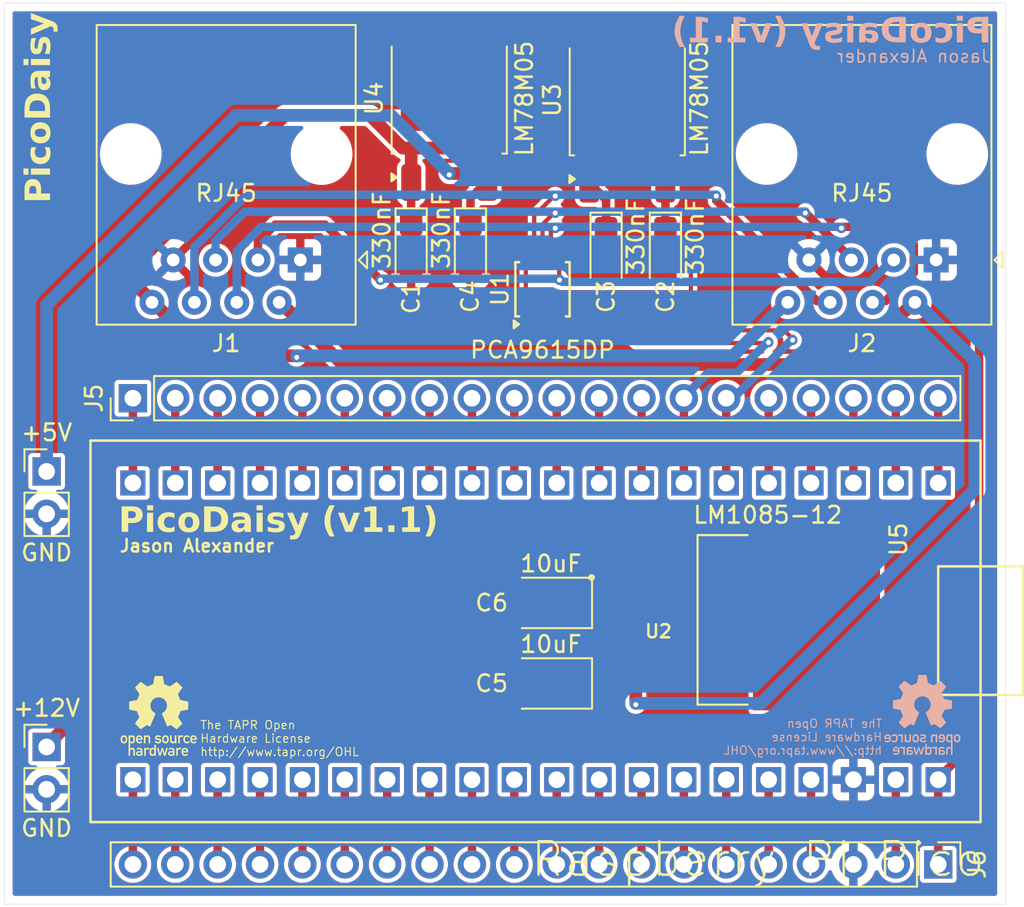
<source format=kicad_pcb>
(kicad_pcb (version 20240108) (generator "pcbnew") (generator_version "8.0")
  (title_block (title "PicoChain Reference Device Implementation") (date "2024-08-22") (rev "v1.1") (comment 1 "http://www.tapr.org/OHL") (comment 2 "Licence: The TAPR Open Hardware License") (comment 3 "Author: Jason Alexander"))
  (layers (0 "F.Cu" signal) (31 "B.Cu" signal) (34 "B.Paste" user) (35 "F.Paste" user) (36 "B.SilkS" user "B.Silkscreen") (37 "F.SilkS" user "F.Silkscreen") (38 "B.Mask" user) (39 "F.Mask" user) (44 "Edge.Cuts" user))
  (net 0 "")
  (net 1 "/+5V(M)")
  (net 2 "GND")
  (net 3 "+5V")
  (net 4 "Net-(U1-DSDAP)")
  (net 5 "+12V")
  (net 6 "Net-(U1-DSCLM)")
  (net 7 "Net-(U1-DSDAM)")
  (net 8 "Net-(U1-DSCLP)")
  (net 9 "Net-(J5-Pin_2)")
  (net 10 "Net-(J5-Pin_15)")
  (net 11 "Net-(J5-Pin_11)")
  (net 12 "Net-(J5-Pin_10)")
  (net 13 "Net-(J5-Pin_20)")
  (net 14 "Net-(J5-Pin_8)")
  (net 15 "Net-(J5-Pin_14)")
  (net 16 "Net-(J5-Pin_9)")
  (net 17 "Net-(J5-Pin_18)")
  (net 18 "Net-(J5-Pin_1)")
  (net 19 "Net-(J5-Pin_17)")
  (net 20 "Net-(J5-Pin_13)")
  (net 21 "Net-(J5-Pin_5)")
  (net 22 "Net-(J5-Pin_6)")
  (net 23 "Net-(J5-Pin_4)")
  (net 24 "Net-(J5-Pin_7)")
  (net 25 "Net-(J5-Pin_3)")
  (net 26 "Net-(J5-Pin_12)")
  (net 27 "Net-(J5-Pin_16)")
  (net 28 "Net-(J5-Pin_19)")
  (net 29 "Net-(J6-Pin_9)")
  (net 30 "Net-(J6-Pin_8)")
  (net 31 "Net-(J6-Pin_13)")
  (net 32 "Net-(J6-Pin_17)")
  (net 33 "Net-(J6-Pin_18)")
  (net 34 "Net-(J6-Pin_20)")
  (net 35 "Net-(J6-Pin_12)")
  (net 36 "Net-(J6-Pin_16)")
  (net 37 "Net-(J6-Pin_14)")
  (net 38 "Net-(J6-Pin_6)")
  (net 39 "Net-(J6-Pin_15)")
  (net 40 "Net-(J6-Pin_7)")
  (net 41 "Net-(J6-Pin_19)")
  (net 42 "Net-(J6-Pin_4)")
  (net 43 "Net-(J6-Pin_10)")
  (net 44 "Net-(J6-Pin_2)")
  (net 45 "Net-(J6-Pin_5)")
  (net 46 "Net-(J6-Pin_11)")
  (net 48 "+24V")
  (net 49 "/+12V(R)")
  (footprint "Capacitor_Tantalum_SMD:CP_EIA-3528-21_Kemet-B" (layer "F.Cu") (at 158.766 103.95 180)
    (property "Reference" "C6")
    (property "Value" "10uF")
  )
  (footprint "LM1085IS-12:TO254P1524X483-4N" (layer "F.Cu") (at 170.196 104.966)
    (property "Reference" "U5")
    (property "Value" "LM1085-12")
  )
  (footprint "Capacitor_Tantalum_SMD:CP_EIA-3216-18_Kemet-A" (layer "F.Cu") (at 153.94 82.614 -90)
    (property "Reference" "C4")
    (property "Value" "330nF")
  )
  (footprint "RASPBERRY_PI_PICO:RASPBERRY_PI_PICO" (layer "F.Cu") (at 159.1094 105.6526 -90)
    (property "Reference" "U2")
    (property "Value" "RASPBERRY_PI_PICO" (hide yes))
  )
  (footprint "Connector_PinHeader_2.54mm:PinHeader_1x02_P2.54mm_Vertical" (layer "F.Cu") (at 128.54 112.581)
    (property "Reference" "+12V")
    (property "Value" "GND")
  )
  (footprint "Connector_RJ:RJ45_Amphenol_54602-x08_Horizontal" (layer "F.Cu") (at 143.7445 83.396 180)
    (property "Reference" "J1")
    (property "Value" "RJ45")
  )
  (footprint "Capacitor_Tantalum_SMD:CP_EIA-3216-18_Kemet-A" (layer "F.Cu") (at 150.384 82.614 -90)
    (property "Reference" "C1")
    (property "Value" "330nF")
  )
  (footprint "Connector_PinHeader_2.54mm:PinHeader_1x20_P2.54mm_Vertical" (layer "F.Cu") (at 181.9694 119.6226 -90)
    (property "Reference" "J6")
    (property "Value" "Conn_01x20_Socket" (hide yes))
  )
  (footprint "Capacitor_Tantalum_SMD:CP_EIA-3216-18_Kemet-A" (layer "F.Cu") (at 162.068 82.868 -90)
    (property "Reference" "C3")
    (property "Value" "330nF")
  )
  (footprint "Capacitor_Tantalum_SMD:CP_EIA-3216-18_Kemet-A" (layer "F.Cu") (at 165.624 82.868 -90)
    (property "Reference" "C2")
    (property "Value" "330nF")
  )
  (footprint "Package_TO_SOT_SMD:TO-252-2" (layer "F.Cu") (at 163.339 73.817 90)
    (property "Reference" "U3")
    (property "Value" "LM78M05")
  )
  (footprint "Connector_PinHeader_2.54mm:PinHeader_1x20_P2.54mm_Vertical" (layer "F.Cu") (at 133.7094 91.6826 90)
    (property "Reference" "J5")
    (property "Value" "Conn_01x20_Socket" (hide yes))
  )
  (footprint "Package_SO:TSSOP-10_3x3mm_P0.5mm" (layer "F.Cu") (at 158.258 85.154 90)
    (property "Reference" "U1")
    (property "Value" "PCA9615DP")
  )
  (footprint "Capacitor_Tantalum_SMD:CP_EIA-3528-21_Kemet-B" (layer "F.Cu") (at 158.766 108.776 180)
    (property "Reference" "C5")
    (property "Value" "10uF")
  )
  (footprint "Connector_RJ:RJ45_Amphenol_54602-x08_Horizontal" (layer "F.Cu") (at 181.8445 83.396 180)
    (property "Reference" "J2")
    (property "Value" "RJ45")
  )
  (footprint "Package_TO_SOT_SMD:TO-252-2" (layer "F.Cu") (at 152.67 73.714 90)
    (property "Reference" "U4")
    (property "Value" "LM78M05")
  )
  (footprint "Connector_PinHeader_2.54mm:PinHeader_1x02_P2.54mm_Vertical" (layer "F.Cu") (at 128.54 96.071)
    (property "Reference" "+5V")
    (property "Value" "GND")
  )
  (gr_poly (pts (xy 181.193837 113.051431) (xy 181.289404 113.051431) (xy 181.289404 113.001768) (xy 181.295188 113.007787) (xy 181.301287 113.013549) (xy 181.307689 113.019035) (xy 181.31438 113.024227) (xy 181.321345 113.029108) (xy 181.328571 113.033659) (xy 181.336045 113.037863) (xy 181.343753 113.041701) (xy 181.35168 113.045154) (xy 181.359813 113.048206) (xy 181.368139 113.050838) (xy 181.376643 113.053032) (xy 181.385312 113.05477) (xy 181.394133 113.056034) (xy 181.40309 113.056805) (xy 181.412171 113.057066) (xy 181.417571 113.05699) (xy 181.422878 113.056763) (xy 181.428092 113.056388) (xy 181.433213 113.055869) (xy 181.438242 113.055208) (xy 181.443177 113.054409) (xy 181.44802 113.053475) (xy 181.452772 113.052409) (xy 181.457431 113.051213) (xy 181.461998 113.049892) (xy 181.466473 113.048448) (xy 181.470857 113.046884) (xy 181.47515 113.045203) (xy 181.479351 113.043409) (xy 181.487481 113.039491) (xy 181.495249 113.035157) (xy 181.502655 113.03043) (xy 181.509703 113.025335) (xy 181.516391 113.019897) (xy 181.522724 113.01414) (xy 181.528701 113.00809) (xy 181.534324 113.00177) (xy 181.539594 112.995207) (xy 181.544298 112.988893) (xy 181.548579 112.982515) (xy 181.552454 112.975943) (xy 181.555938 112.969046) (xy 181.559049 112.961693) (xy 181.561802 112.953755) (xy 181.564215 112.9451) (xy 181.566304 112.935599) (xy 181.568085 112.925121) (xy 181.569575 112.913536) (xy 181.570791 112.900713) (xy 181.571749 112.886521) (xy 181.572956 112.853512) (xy 181.573329 112.813465) (xy 181.477761 112.813465) (xy 181.477687 112.827322) (xy 181.477384 112.841072) (xy 181.476736 112.854604) (xy 181.475624 112.867811) (xy 181.47393 112.880585) (xy 181.472827 112.886775) (xy 181.471535 112.892816) (xy 181.470039 112.898695) (xy 181.468323 112.904397) (xy 181.466373 112.90991) (xy 181.464175 112.91522) (xy 181.461713 112.920313) (xy 181.458972 112.925175) (xy 181.455939 112.929793) (xy 181.452597 112.934154) (xy 181.448933 112.938244) (xy 181.444932 112.94205) (xy 181.440579 112.945557) (xy 181.435859 112.948753) (xy 181.430757 112.951623) (xy 181.425259 112.954155) (xy 181.419349 112.956334) (xy 181.413014 112.958148) (xy 181.406238 112.959582) (xy 181.399007 112.960623) (xy 181.391306 112.961258) (xy 181.38312 112.961472) (xy 181.375018 112.961244) (xy 181.367395 112.960572) (xy 181.360238 112.959471) (xy 181.353531 112.957957) (xy 181.34726 112.956047) (xy 181.34141 112.953756) (xy 181.335967 112.951101) (xy 181.330916 112.948098) (xy 181.326243 112.944763) (xy 181.321932 112.941112) (xy 181.31797 112.937161) (xy 181.314342 112.932927) (xy 181.311033 112.928425) (xy 181.308028 112.923671) (xy 181.305314 112.918682) (xy 181.302875 112.913474) (xy 181.300697 112.908062) (xy 181.298765 112.902464) (xy 181.295581 112.89077) (xy 181.293207 112.878521) (xy 181.291527 112.865847) (xy 181.290423 112.852875) (xy 181.289779 112.839735) (xy 181.289404 112.813465) (xy 181.289478 112.800536) (xy 181.289779 112.787496) (xy 181.290423 112.774474) (xy 181.291527 112.761601) (xy 181.293207 112.749008) (xy 181.2943 112.742858) (xy 181.295581 112.736826) (xy 181.297064 112.730929) (xy 181.298765 112.725184) (xy 181.300697 112.719606) (xy 181.302875 112.714213) (xy 181.305314 112.70902) (xy 181.308028 112.704044) (xy 181.311033 112.699301) (xy 181.314342 112.694807) (xy 181.31797 112.690579) (xy 181.321932 112.686634) (xy 181.326243 112.682986) (xy 181.330916 112.679653) (xy 181.335967 112.676651) (xy 181.34141 112.673997) (xy 181.34726 112.671706) (xy 181.353531 112.669795) (xy 181.360238 112.66828) (xy 181.367395 112.667178) (xy 181.375018 112.666505) (xy 181.38312 112.666277) (xy 181.391306 112.666492) (xy 181.399007 112.667126) (xy 181.406238 112.668168) (xy 181.413014 112.669602) (xy 181.419349 112.671415) (xy 181.425259 112.673593) (xy 181.430757 112.676123) (xy 181.435859 112.678991) (xy 181.440579 112.682183) (xy 181.444932 112.685685) (xy 181.448933 112.689484) (xy 181.452597 112.693565) (xy 181.455939 112.697916) (xy 181.458972 112.702523) (xy 181.461713 112.707371) (xy 181.464175 112.712447) (xy 181.466373 112.717737) (xy 181.468323 112.723228) (xy 181.471535 112.734756) (xy 181.47393 112.746921) (xy 181.475624 112.759614) (xy 181.476736 112.772725) (xy 181.477384 112.786144) (xy 181.477761 112.813465) (xy 181.573329 112.813465) (xy 181.573238 112.79264) (xy 181.572956 112.773688) (xy 181.572465 112.756479) (xy 181.571749 112.740883) (xy 181.570791 112.726772) (xy 181.569575 112.714016) (xy 181.568085 112.702486) (xy 181.566304 112.692054) (xy 181.564215 112.68259) (xy 181.56305 112.67818) (xy 181.561802 112.673964) (xy 181.560469 112.669925) (xy 181.559049 112.666048) (xy 181.557539 112.662316) (xy 181.555938 112.658713) (xy 181.552454 112.651829) (xy 181.548579 112.645268) (xy 181.544298 112.6389) (xy 181.539594 112.632595) (xy 181.534324 112.626023) (xy 181.528701 112.619697) (xy 181.522724 112.613643) (xy 181.516391 112.607883) (xy 181.509703 112.602444) (xy 181.502655 112.597349) (xy 181.495249 112.592623) (xy 181.487481 112.588291) (xy 181.479351 112.584377) (xy 181.470857 112.580905) (xy 181.461998 112.5779) (xy 181.452772 112.575386) (xy 181.443177 112.573388) (xy 181.433213 112.571931) (xy 181.422878 112.571039) (xy 181.412171 112.570736) (xy 181.403152 112.570997) (xy 181.394364 112.571768) (xy 181.385795 112.573034) (xy 181.377436 112.574777) (xy 181.369274 112.576982) (xy 181.361299 112.579631) (xy 181.3535 112.582708) (xy 181.345866 112.586198) (xy 181.338386 112.590082) (xy 181.331048 112.594346) (xy 181.323842 112.598972) (xy 181.316757 112.603943) (xy 181.309782 112.609245) (xy 181.302905 112.614859) (xy 181.296116 112.620769) (xy 181.289404 112.62696) (xy 181.289404 112.384231) (xy 181.193837 112.384231)) (stroke (width -0.000001)) (fill solid) (layer "B.SilkS"))
  (gr_poly (pts (xy 179.447291 112.570936) (xy 179.437594 112.571612) (xy 179.428007 112.572732) (xy 179.418545 112.57429) (xy 179.409221 112.57628) (xy 179.400051 112.578694) (xy 179.391047 112.581529) (xy 179.382224 112.584777) (xy 179.373596 112.588433) (xy 179.365177 112.59249) (xy 179.356981 112.596943) (xy 179.349022 112.601786) (xy 179.341315 112.607012) (xy 179.333872 112.612616) (xy 179.326709 112.618591) (xy 179.319839 112.624932) (xy 179.313277 112.631633) (xy 179.307036 112.638687) (xy 179.301131 112.646089) (xy 179.295575 112.653832) (xy 179.290383 112.661911) (xy 179.285569 112.670319) (xy 179.281146 112.679051) (xy 179.27713 112.688101) (xy 179.273533 112.697462) (xy 179.27037 112.707129) (xy 179.267655 112.717095) (xy 179.265403 112.727355) (xy 179.263626 112.737903) (xy 179.26234 112.748732) (xy 179.261557 112.759836) (xy 179.261294 112.77121) (xy 179.261294 112.849977) (xy 179.557336 112.849977) (xy 179.557197 112.857152) (xy 179.556784 112.864102) (xy 179.556101 112.870827) (xy 179.555156 112.877327) (xy 179.553952 112.883601) (xy 179.552496 112.88965) (xy 179.550793 112.895472) (xy 179.548848 112.901069) (xy 179.546668 112.906439) (xy 179.544257 112.911583) (xy 179.541621 112.9165) (xy 179.538765 112.92119) (xy 179.535695 112.925654) (xy 179.532416 112.92989) (xy 179.528934 112.933899) (xy 179.525255 112.93768) (xy 179.521383 112.941233) (xy 179.517325 112.944559) (xy 179.513085 112.947656) (xy 179.508669 112.950525) (xy 179.504083 112.953166) (xy 179.499333 112.955578) (xy 179.494423 112.957761) (xy 179.489358 112.959716) (xy 179.484146 112.961441) (xy 179.47879 112.962936) (xy 179.473297 112.964202) (xy 179.467673 112.965238) (xy 179.461921 112.966045) (xy 179.456048 112.966621) (xy 179.45006 112.966966) (xy 179.443962 112.967082) (xy 179.43709 112.966886) (xy 179.430172 112.966302) (xy 179.423228 112.965337) (xy 179.416277 112.963998) (xy 179.409343 112.962291) (xy 179.402444 112.960223) (xy 179.395601 112.9578) (xy 179.388836 112.95503) (xy 179.382169 112.951919) (xy 179.37562 112.948473) (xy 179.369211 112.9447) (xy 179.362962 112.940605) (xy 179.356894 112.936196) (xy 179.351027 112.93148) (xy 179.345383 112.926462) (xy 179.339981 112.92115) (xy 179.270634 112.980205) (xy 179.279581 112.990024) (xy 179.288841 112.99911) (xy 179.298396 113.007476) (xy 179.308231 113.015138) (xy 179.318329 113.022107) (xy 179.328674 113.028398) (xy 179.339249 113.034026) (xy 179.350038 113.039002) (xy 179.361025 113.043342) (xy 179.372192 113.047059) (xy 179.383525 113.050166) (xy 179.395005 113.052677) (xy 179.406618 113.054607) (xy 179.418346 113.055968) (xy 179.430173 113.056775) (xy 179.442083 113.05704) (xy 179.460514 113.056466) (xy 179.479128 113.054645) (xy 179.497736 113.051429) (xy 179.516149 113.046669) (xy 179.534177 113.040218) (xy 179.542988 113.036312) (xy 179.551631 113.031927) (xy 179.560083 113.027045) (xy 179.568321 113.021648) (xy 179.576321 113.015717) (xy 179.584059 113.009233) (xy 179.591511 113.002179) (xy 179.598654 112.994534) (xy 179.605464 112.986282) (xy 179.611917 112.977403) (xy 179.61799 112.967879) (xy 179.62366 112.957691) (xy 179.628901 112.946821) (xy 179.633692 112.93525) (xy 179.638007 112.92296) (xy 179.641824 112.909933) (xy 179.645119 112.896149) (xy 179.647868 112.88159) (xy 179.650047 112.866238) (xy 179.651632 112.850074) (xy 179.652601 112.83308) (xy 179.65293 112.815237) (xy 179.652628 112.798297) (xy 179.651739 112.782074) (xy 179.650722 112.771237) (xy 179.557336 112.771237) (xy 179.356835 112.771237) (xy 179.357207 112.764571) (xy 179.357801 112.758104) (xy 179.358611 112.751837) (xy 179.359634 112.745769) (xy 179.360865 112.739903) (xy 179.3623 112.734238) (xy 179.363934 112.728776) (xy 179.365764 112.723517) (xy 179.367785 112.718463) (xy 179.369993 112.713614) (xy 179.372383 112.708972) (xy 179.374951 112.704536) (xy 179.377692 112.700309) (xy 179.380604 112.69629) (xy 179.38368 112.692481) (xy 179.386918 112.688882) (xy 179.390312 112.685495) (xy 179.393858 112.68232) (xy 179.397552 112.679358) (xy 179.40139 112.67661) (xy 179.405367 112.674077) (xy 179.40948 112.671759) (xy 179.413723 112.669659) (xy 179.418092 112.667775) (xy 179.422584 112.66611) (xy 179.427194 112.664664) (xy 179.431917 112.663439) (xy 179.436749 112.662434) (xy 179.441686 112.661651) (xy 179.446724 112.66109) (xy 179.451859 112.660754) (xy 179.457085 112.660641) (xy 179.462314 112.660754) (xy 179.467456 112.66109) (xy 179.472506 112.661651) (xy 179.477459 112.662434) (xy 179.482311 112.663439) (xy 179.487056 112.664664) (xy 179.49169 112.66611) (xy 179.496208 112.667775) (xy 179.500606 112.669659) (xy 179.504877 112.671759) (xy 179.509019 112.674077) (xy 179.513025 112.67661) (xy 179.516891 112.679358) (xy 179.520612 112.68232) (xy 179.524183 112.685495) (xy 179.5276 112.688882) (xy 179.530858 112.692481) (xy 179.533951 112.69629) (xy 179.536876 112.700309) (xy 179.539627 112.704536) (xy 179.542199 112.708972) (xy 179.544588 112.713614) (xy 179.546789 112.718463) (xy 179.548797 112.723517) (xy 179.550607 112.728776) (xy 179.552214 112.734238) (xy 179.553615 112.739902) (xy 179.554802 112.745769) (xy 179.555773 112.751837) (xy 179.556522 112.758104) (xy 179.557045 112.764571) (xy 179.557336 112.771237) (xy 179.650722 112.771237) (xy 179.650283 112.766559) (xy 179.648281 112.751738) (xy 179.645755 112.737599) (xy 179.642726 112.724132) (xy 179.639215 112.711324) (xy 179.635243 112.699163) (xy 179.630833 112.687638) (xy 179.626004 112.676736) (xy 179.620779 112.666446) (xy 179.615178 112.656756) (xy 179.609223 112.647654) (xy 179.602935 112.639128) (xy 179.596336 112.631167) (xy 179.589446 112.623758) (xy 179.582287 112.61689) (xy 179.574881 112.610551) (xy 179.567248 112.604729) (xy 179.559409 112.599413) (xy 179.551387 112.594589) (xy 179.543202 112.590247) (xy 179.534876 112.586375) (xy 179.526429 112.582961) (xy 179.517884 112.579993) (xy 179.509261 112.577459) (xy 179.500582 112.575347) (xy 179.491868 112.573646) (xy 179.474419 112.571428) (xy 179.457085 112.570709)) (stroke (width -0.000001)) (fill solid) (layer "B.SilkS"))
  (gr_poly (pts (xy 179.628468 111.820488) (xy 179.621488 111.820972) (xy 179.614651 111.821769) (xy 179.607954 111.822871) (xy 179.60139 111.824269) (xy 179.594952 111.825956) (xy 179.588636 111.827922) (xy 179.582435 111.83016) (xy 179.576343 111.832662) (xy 179.570355 111.835419) (xy 179.564465 111.838423) (xy 179.558667 111.841667) (xy 179.552954 111.84514) (xy 179.547322 111.848837) (xy 179.541764 111.852747) (xy 179.536275 111.856864) (xy 179.605622 111.939334) (xy 179.609766 111.936294) (xy 179.613777 111.933489) (xy 179.617677 111.930915) (xy 179.62149 111.928566) (xy 179.625236 111.926435) (xy 179.628939 111.924519) (xy 179.63262 111.922811) (xy 179.636301 111.921306) (xy 179.640004 111.919999) (xy 179.643752 111.918884) (xy 179.647566 111.917955) (xy 179.651469 111.917207) (xy 179.655482 111.916635) (xy 179.659629 111.916234) (xy 179.66393 111.915996) (xy 179.668408 111.915919) (xy 179.677176 111.916272) (xy 179.685855 111.917342) (xy 179.694379 111.919142) (xy 179.702681 111.921686) (xy 179.70673 111.923241) (xy 179.710698 111.924988) (xy 179.714578 111.926927) (xy 179.718362 111.929061) (xy 179.722042 111.931391) (xy 179.725608 111.933919) (xy 179.729054 111.936647) (xy 179.732371 111.939576) (xy 179.73555 111.942708) (xy 179.738584 111.946045) (xy 179.741464 111.949589) (xy 179.744182 111.953342) (xy 179.74673 111.957304) (xy 179.749099 111.961478) (xy 179.751282 111.965865) (xy 179.75327 111.970468) (xy 179.755054 111.975288) (xy 179.756628 111.980326) (xy 179.757982 111.985585) (xy 179.759108 111.991065) (xy 179.759998 111.99677) (xy 179.760644 112.0027) (xy 179.761038 112.008857) (xy 179.761171 112.015243) (xy 179.761171 112.30102) (xy 179.856765 112.30102) (xy 179.856765 111.82596) (xy 179.761171 111.82596) (xy 179.761171 111.876549) (xy 179.759318 111.876549) (xy 179.753545 111.869743) (xy 179.747471 111.863376) (xy 179.741104 111.857448) (xy 179.734455 111.851958) (xy 179.72753 111.846907) (xy 179.720338 111.842295) (xy 179.712888 111.838122) (xy 179.705188 111.834387) (xy 179.697247 111.831092) (xy 179.689072 111.828236) (xy 179.680673 111.825819) (xy 179.672057 111.823841) (xy 179.663233 111.822303) (xy 179.65421 111.821204) (xy 179.644996 111.820544) (xy 179.635599 111.820325)) (stroke (width -0.000001)) (fill solid) (layer "B.SilkS"))
  (gr_poly (pts (xy 181.051081 111.820672) (xy 181.036362 111.821543) (xy 181.022229 111.822974) (xy 181.008656 111.824949) (xy 180.995617 111.827452) (xy 180.983085 111.830465) (xy 180.971034 111.833973) (xy 180.959439 111.837959) (xy 180.948272 111.842406) (xy 180.937508 111.847298) (xy 180.92712 111.852619) (xy 180.917083 111.858351) (xy 180.907369 111.864479) (xy 180.897953 111.870985) (xy 180.888808 111.877854) (xy 180.879908 111.885068) (xy 180.938911 111.954363) (xy 180.94595 111.949552) (xy 180.95303 111.944951) (xy 180.960168 111.940573) (xy 180.967383 111.936433) (xy 180.974692 111.932545) (xy 180.982112 111.928921) (xy 180.989663 111.925578) (xy 180.99736 111.922527) (xy 181.005224 111.919783) (xy 181.01327 111.91736) (xy 181.021517 111.915272) (xy 181.029982 111.913532) (xy 181.038684 111.912155) (xy 181.047641 111.911154) (xy 181.056869 111.910543) (xy 181.066387 111.910336) (xy 181.071977 111.910407) (xy 181.077335 111.910618) (xy 181.082464 111.910966) (xy 181.087368 111.911448) (xy 181.09205 111.912062) (xy 181.096515 111.912803) (xy 181.100765 111.91367) (xy 181.104804 111.91466) (xy 181.108636 111.915768) (xy 181.112265 111.916994) (xy 181.115693 111.918333) (xy 181.118926 111.919782) (xy 181.121965 111.921339) (xy 181.124815 111.923001) (xy 181.12748 111.924765) (xy 181.129963 111.926628) (xy 181.132268 111.928587) (xy 181.134397 111.930638) (xy 181.136356 111.93278) (xy 181.138147 111.935009) (xy 181.139774 111.937322) (xy 181.14124 111.939717) (xy 181.14255 111.94219) (xy 181.143707 111.944738) (xy 181.144714 111.947359) (xy 181.145575 111.950049) (xy 181.146294 111.952806) (xy 181.146874 111.955626) (xy 181.147319 111.958507) (xy 181.147632 111.961446) (xy 181.147818 111.96444) (xy 181.147879 111.967486) (xy 181.147699 111.971347) (xy 181.147142 111.975182) (xy 181.146182 111.978969) (xy 181.144792 111.982682) (xy 181.142947 111.986296) (xy 181.14062 111.989786) (xy 181.137786 111.993129) (xy 181.13617 111.994737) (xy 181.134418 111.996299) (xy 181.132525 111.997812) (xy 181.13049 111.999272) (xy 181.128308 112.000677) (xy 181.125976 112.002024) (xy 181.12349 112.003308) (xy 181.120849 112.004528) (xy 181.115084 112.006762) (xy 181.108655 112.0087) (xy 181.101535 112.010317) (xy 181.093699 112.011589) (xy 181.085119 112.012492) (xy 181.006406 112.018075) (xy 180.997351 112.018845) (xy 180.988639 112.019922) (xy 180.980266 112.021298) (xy 180.972229 112.022967) (xy 180.964523 112.024922) (xy 180.957145 112.027155) (xy 180.950093 112.02966) (xy 180.943361 112.03243) (xy 180.936946 112.035458) (xy 180.930845 112.038737) (xy 180.925055 112.04226) (xy 180.91957 112.046021) (xy 180.914389 112.050013) (xy 180.909507 112.054228) (xy 180.90492 112.05866) (xy 180.900625 112.063302) (xy 180.896619 112.068147) (xy 180.892898 112.073188) (xy 180.889457 112.078418) (xy 180.886294 112.08383) (xy 180.883405 112.089419) (xy 180.880786 112.095175) (xy 180.878434 112.101094) (xy 180.876345 112.107167) (xy 180.874515 112.113388) (xy 180.872941 112.11975) (xy 180.870545 112.13287) (xy 180.869129 112.146472) (xy 180.868664 112.1605) (xy 180.868914 112.169083) (xy 180.869659 112.177433) (xy 180.870886 112.185547) (xy 180.872584 112.193422) (xy 180.874742 112.201056) (xy 180.877348 112.208446) (xy 180.880391 112.215591) (xy 180.88386 112.222486) (xy 180.887744 112.22913) (xy 180.892031 112.235521) (xy 180.89671 112.241654) (xy 180.901769 112.247529) (xy 180.907198 112.253142) (xy 180.912984 112.258491) (xy 180.919117 112.263574) (xy 180.925586 112.268387) (xy 180.932378 112.272928) (xy 180.939483 112.277195) (xy 180.954585 112.284895) (xy 180.970802 112.291466) (xy 180.988042 112.296889) (xy 181.006217 112.301143) (xy 181.025234 112.304206) (xy 181.045003 112.306059) (xy 181.065434 112.306682) (xy 181.079774 112.306352) (xy 181.093975 112.305362) (xy 181.108031 112.303709) (xy 181.121935 112.301394) (xy 181.13568 112.298414) (xy 181.149259 112.294769) (xy 181.162665 112.290456) (xy 181.175891 112.285475) (xy 181.188931 112.279825) (xy 181.201777 112.273503) (xy 181.214422 112.266509) (xy 181.226861 112.258841) (xy 181.239085 112.250498) (xy 181.251088 112.241479) (xy 181.262862 112.231782) (xy 181.274402 112.221406) (xy 181.207886 112.155843) (xy 181.200109 112.163172) (xy 181.192222 112.170036) (xy 181.184203 112.176435) (xy 181.176031 112.182367) (xy 181.167682 112.187831) (xy 181.159136 112.192826) (xy 181.15037 112.197351) (xy 181.141363 112.201404) (xy 181.132092 112.204985) (xy 181.122535 112.208092) (xy 181.112672 112.210725) (xy 181.102478 112.212881) (xy 181.091934 112.21456) (xy 181.081016 112.215761) (xy 181.069703 112.216482) (xy 181.057973 112.216723) (xy 181.052925 112.216663) (xy 181.047969 112.216482) (xy 181.043109 112.216181) (xy 181.038351 112.21576) (xy 181.033697 112.215219) (xy 181.029154 112.214558) (xy 181.024724 112.213777) (xy 181.020414 112.212877) (xy 181.016227 112.211858) (xy 181.012168 112.210719) (xy 181.00824 112.209462) (xy 181.00445 112.208085) (xy 181.000801 112.20659) (xy 180.997297 112.204976) (xy 180.993944 112.203244) (xy 180.990746 112.201394) (xy 180.987706 112.199426) (xy 180.98483 112.197339) (xy 180.982122 112.195135) (xy 180.979587 112.192814) (xy 180.977229 112.190375) (xy 180.975053 112.187819) (xy 180.973062 112.185145) (xy 180.971262 112.182355) (xy 180.969657 112.179448) (xy 180.968251 112.176425) (xy 180.96705 112.173285) (xy 180.966056 112.170028) (xy 180.965276 112.166656) (xy 180.964713 112.163167) (xy 180.964372 112.159563) (xy 180.964257 112.155843) (xy 180.964331 112.152748) (xy 180.964549 112.149788) (xy 180.964909 112.146959) (xy 180.965407 112.144258) (xy 180.966041 112.141683) (xy 180.966806 112.13923) (xy 180.967699 112.136897) (xy 180.968719 112.13468) (xy 180.96986 112.132578) (xy 180.97112 112.130586) (xy 180.972496 112.128703) (xy 180.973984 112.126925) (xy 180.975581 112.125249) (xy 180.977284 112.123672) (xy 180.97909 112.122192) (xy 180.980996 112.120806) (xy 180.982997 112.11951) (xy 180.985092 112.118302) (xy 180.989547 112.116137) (xy 180.994335 112.114289) (xy 180.999429 112.112735) (xy 181.004805 112.11145) (xy 181.010436 112.110413) (xy 181.016297 112.109599) (xy 181.02236 112.108985) (xy 181.106709 112.101497) (xy 181.121213 112.099796) (xy 181.135179 112.097158) (xy 181.141943 112.09549) (xy 181.148552 112.093591) (xy 181.155 112.091462) (xy 181.161279 112.089105) (xy 181.167382 112.086519) (xy 181.173303 112.083707) (xy 181.179034 112.080669) (xy 181.18457 112.077406) (xy 181.189902 112.073919) (xy 181.195024 112.07021) (xy 181.19993 112.066279) (xy 181.204612 112.062127) (xy 181.209063 112.057756) (xy 181.213277 112.053167) (xy 181.217247 112.04836) (xy 181.220965 112.043336) (xy 181.224426 112.038098) (xy 181.227622 112.032645) (xy 181.230545 112.026979) (xy 181.233191 112.0211) (xy 181.235551 112.015011) (xy 181.237618 112.008711) (xy 181.239386 112.002202) (xy 181.240849 111.995486) (xy 181.241998 111.988562) (xy 181.242827 111.981432) (xy 181.24333 111.974098) (xy 181.243499 111.96656) (xy 181.243275 111.957648) (xy 181.242611 111.949012) (xy 181.241517 111.940651) (xy 181.240002 111.932567) (xy 181.238075 111.924759) (xy 181.235747 111.917228) (xy 181.233028 111.909974) (xy 181.229927 111.902999) (xy 181.226454 111.896303) (xy 181.222619 111.889886) (xy 181.218431 111.883748) (xy 181.213901 111.877891) (xy 181.209038 111.872314) (xy 181.203852 111.867019) (xy 181.198353 111.862005) (xy 181.19255 111.857274) (xy 181.186453 111.852825) (xy 181.180073 111.84866) (xy 181.173419 111.844778) (xy 181.1665 111.841181) (xy 181.159326 111.837869) (xy 181.151908 111.834842) (xy 181.136376 111.829645) (xy 181.119982 111.825597) (xy 181.102805 111.8227) (xy 181.084923 111.820959) (xy 181.066413 111.820378)) (stroke (width -0.000001)) (fill solid) (layer "B.SilkS"))
  (gr_poly (pts (xy 182.179908 111.820551) (xy 182.17021 111.821228) (xy 182.160623 111.822348) (xy 182.15116 111.823905) (xy 182.141836 111.825895) (xy 182.132665 111.82831) (xy 182.12366 111.831145) (xy 182.114836 111.834393) (xy 182.106207 111.838049) (xy 182.097787 111.842107) (xy 182.08959 111.846561) (xy 182.08163 111.851404) (xy 182.073922 111.856631) (xy 182.066478 111.862235) (xy 182.059314 111.868212) (xy 182.052443 111.874554) (xy 182.045879 111.881256) (xy 182.039637 111.888311) (xy 182.033731 111.895715) (xy 182.028174 111.90346) (xy 182.022981 111.911541) (xy 182.018165 111.919952) (xy 182.013742 111.928686) (xy 182.009724 111.937739) (xy 182.006126 111.947103) (xy 182.002963 111.956773) (xy 182.000247 111.966742) (xy 181.997994 111.977006) (xy 181.996217 111.987557) (xy 181.99493 111.998391) (xy 181.994148 112.0095) (xy 181.993884 112.020879) (xy 181.993884 112.099592) (xy 182.289979 112.099592) (xy 182.28984 112.106772) (xy 182.289426 112.113726) (xy 182.288744 112.120456) (xy 182.287798 112.126959) (xy 182.286593 112.133237) (xy 182.285137 112.139289) (xy 182.283433 112.145115) (xy 182.281488 112.150714) (xy 182.279306 112.156087) (xy 182.276894 112.161233) (xy 182.274257 112.166152) (xy 182.2714 112.170845) (xy 182.268329 112.17531) (xy 182.265049 112.179548) (xy 182.261566 112.183558) (xy 182.257885 112.187341) (xy 182.254012 112.190895) (xy 182.249952 112.194222) (xy 182.245711 112.19732) (xy 182.241295 112.20019) (xy 182.236708 112.202831) (xy 182.231956 112.205244) (xy 182.227044 112.207428) (xy 182.221979 112.209382) (xy 182.216766 112.211107) (xy 182.21141 112.212603) (xy 182.205916 112.213869) (xy 182.20029 112.214906) (xy 182.194538 112.215712) (xy 182.188665 112.216288) (xy 182.182677 112.216634) (xy 182.176579 112.216749) (xy 182.169698 112.216552) (xy 182.162772 112.215967) (xy 182.155822 112.215) (xy 182.148868 112.213658) (xy 182.14193 112.211948) (xy 182.13503 112.209876) (xy 182.128187 112.207451) (xy 182.121423 112.204678) (xy 182.114757 112.201564) (xy 182.108211 112.198117) (xy 182.101806 112.194344) (xy 182.09556 112.19025) (xy 182.089496 112.185844) (xy 182.083634 112.181132) (xy 182.077994 112.176121) (xy 182.072597 112.170818) (xy 182.00325 112.22982) (xy 182.012197 112.239639) (xy 182.021457 112.248724) (xy 182.031013 112.257091) (xy 182.040848 112.264752) (xy 182.050947 112.271722) (xy 182.061292 112.278013) (xy 182.071868 112.28364) (xy 182.082658 112.288617) (xy 182.093646 112.292956) (xy 182.104815 112.296673) (xy 182.11615 112.29978) (xy 182.127633 112.302292) (xy 182.139249 112.304221) (xy 182.15098 112.305582) (xy 182.162812 112.306389) (xy 182.174727 112.306655) (xy 182.193153 112.306081) (xy 182.211763 112.30426) (xy 182.230367 112.301043) (xy 182.248777 112.296284) (xy 182.266803 112.289834) (xy 182.275612 112.285928) (xy 182.284254 112.281544) (xy 182.292706 112.276663) (xy 182.300943 112.271267) (xy 182.308942 112.265337) (xy 182.316679 112.258855) (xy 182.32413 112.251801) (xy 182.331273 112.244158) (xy 182.338082 112.235908) (xy 182.344535 112.227031) (xy 182.350608 112.217508) (xy 182.356277 112.207323) (xy 182.361519 112.196455) (xy 182.366309 112.184887) (xy 182.370625 112.172601) (xy 182.374441 112.159576) (xy 182.377736 112.145796) (xy 182.380485 112.131241) (xy 182.382664 112.115893) (xy 182.384249 112.099733) (xy 182.385218 112.082743) (xy 182.385546 112.064905) (xy 182.385245 112.047964) (xy 182.384356 112.031742) (xy 182.38334 112.020905) (xy 182.289979 112.020905) (xy 182.089451 112.020905) (xy 182.089826 112.014235) (xy 182.090422 112.007764) (xy 182.091234 112.001493) (xy 182.092258 111.995422) (xy 182.09349 111.989553) (xy 182.094926 111.983887) (xy 182.096562 111.978423) (xy 182.098392 111.973163) (xy 182.100413 111.968109) (xy 182.102621 111.963259) (xy 182.105011 111.958617) (xy 182.107579 111.954182) (xy 182.110321 111.949954) (xy 182.113232 111.945936) (xy 182.116308 111.942128) (xy 182.119544 111.938531) (xy 182.122938 111.935145) (xy 182.126483 111.931971) (xy 182.130177 111.929011) (xy 182.134014 111.926264) (xy 182.13799 111.923733) (xy 182.142102 111.921417) (xy 182.146344 111.919318) (xy 182.150713 111.917436) (xy 182.155204 111.915773) (xy 182.159812 111.914328) (xy 182.164535 111.913104) (xy 182.169367 111.9121) (xy 182.174304 111.911318) (xy 182.179341 111.910758) (xy 182.184476 111.910422) (xy 182.189702 111.91031) (xy 182.194931 111.910422) (xy 182.200073 111.910758) (xy 182.205123 111.911318) (xy 182.210076 111.9121) (xy 182.214928 111.913104) (xy 182.219673 111.914328) (xy 182.224307 111.915773) (xy 182.228825 111.917436) (xy 182.233223 111.919318) (xy 182.237495 111.921417) (xy 182.241636 111.923733) (xy 182.245643 111.926264) (xy 182.249509 111.929011) (xy 182.253231 111.931971) (xy 182.256802 111.935145) (xy 182.26022 111.938531) (xy 182.263478 111.942128) (xy 182.266573 111.945936) (xy 182.269498 111.949954) (xy 182.27225 111.954181) (xy 182.274823 111.958617) (xy 182.277213 111.963259) (xy 182.279415 111.968108) (xy 182.281425 111.973163) (xy 182.283236 111.978423) (xy 182.284845 111.983886) (xy 182.286247 111.989553) (xy 182.287437 111.995422) (xy 182.28841 112.001493) (xy 182.289161 112.007764) (xy 182.289686 112.014235) (xy 182.289979 112.020905) (xy 182.38334 112.020905) (xy 182.3829 112.016225) (xy 182.380899 112.001403) (xy 182.378374 111.987264) (xy 182.375345 111.973795) (xy 182.371835 111.960985) (xy 182.367864 111.948823) (xy 182.363454 111.937295) (xy 182.358626 111.926391) (xy 182.353402 111.916099) (xy 182.347802 111.906407) (xy 182.341848 111.897303) (xy 182.335561 111.888775) (xy 182.328962 111.880811) (xy 182.322073 111.8734) (xy 182.314915 111.866529) (xy 182.307509 111.860188) (xy 182.299876 111.854364) (xy 182.292038 111.849044) (xy 182.284016 111.844219) (xy 182.275831 111.839875) (xy 182.267504 111.836001) (xy 182.259057 111.832584) (xy 182.250512 111.829614) (xy 182.241888 111.827079) (xy 182.233207 111.824966) (xy 182.224492 111.823263) (xy 182.20704 111.821043) (xy 182.189702 111.820324)) (stroke (width -0.000001)) (fill solid) (layer "B.SilkS"))
  (gr_poly (pts (xy 180.256357 112.571207) (xy 180.235758 112.572656) (xy 180.216144 112.575141) (xy 180.206726 112.576789) (xy 180.197578 112.578717) (xy 180.188709 112.580932) (xy 180.180126 112.583441) (xy 180.171838 112.586251) (xy 180.163853 112.589368) (xy 180.156178 112.592801) (xy 180.148823 112.596556) (xy 180.141794 112.600639) (xy 180.1351 112.605059) (xy 180.128749 112.609822) (xy 180.12275 112.614935) (xy 180.117109 112.620405) (xy 180.111836 112.626239) (xy 180.106939 112.632445) (xy 180.102425 112.639028) (xy 180.098302 112.645997) (xy 180.094579 112.653358) (xy 180.091264 112.661118) (xy 180.088365 112.669285) (xy 180.085889 112.677865) (xy 180.083846 112.686865) (xy 180.082242 112.696293) (xy 180.081087 112.706155) (xy 180.080388 112.716459) (xy 180.080153 112.727211) (xy 180.080153 113.051431) (xy 180.175773 113.051431) (xy 180.175773 113.009256) (xy 180.177625 113.009256) (xy 180.181475 113.015204) (xy 180.18566 113.020738) (xy 180.190208 113.025862) (xy 180.195146 113.030579) (xy 180.200502 113.034895) (xy 180.206302 113.038813) (xy 180.212575 113.042339) (xy 180.219347 113.045475) (xy 180.226646 113.048226) (xy 180.234498 113.050597) (xy 180.242933 113.052591) (xy 180.251976 113.054214) (xy 180.261655 113.055468) (xy 180.271998 113.056359) (xy 180.283031 113.05689) (xy 180.294783 113.057067) (xy 180.30458 113.056884) (xy 180.314116 113.056341) (xy 180.323388 113.055447) (xy 180.332391 113.054208) (xy 180.341124 113.052633) (xy 180.349583 113.050729) (xy 180.357764 113.048505) (xy 180.365664 113.045968) (xy 180.37328 113.043126) (xy 180.380608 113.039988) (xy 180.387647 113.03656) (xy 180.394391 113.032852) (xy 180.400838 113.02887) (xy 180.406984 113.024623) (xy 180.412827 113.020119) (xy 180.418363 113.015365) (xy 180.423589 113.01037) (xy 180.428501 113.005141) (xy 180.433097 112.999686) (xy 180.437372 112.994013) (xy 180.441324 112.98813) (xy 180.44495 112.982044) (xy 180.448246 112.975765) (xy 180.451209 112.969299) (xy 180.453835 112.962655) (xy 180.456122 112.95584) (xy 180.458066 112.948863) (xy 180.459664 112.94173) (xy 180.460912 112.934451) (xy 180.461808 112.927033) (xy 180.462348 112.919483) (xy 180.462529 112.911811) (xy 180.462427 112.907127) (xy 180.372517 112.907127) (xy 180.372217 112.913046) (xy 180.371303 112.918842) (xy 180.369755 112.924479) (xy 180.367551 112.929923) (xy 180.366197 112.932561) (xy 180.364672 112.935137) (xy 180.362973 112.937646) (xy 180.361097 112.940085) (xy 180.359042 112.942448) (xy 180.356806 112.944731) (xy 180.354385 112.94693) (xy 180.351777 112.94904) (xy 180.34898 112.951057) (xy 180.345992 112.952977) (xy 180.342808 112.954794) (xy 180.339428 112.956504) (xy 180.335848 112.958104) (xy 180.332065 112.959587) (xy 180.328078 112.960951) (xy 180.323884 112.96219) (xy 180.314863 112.964276) (xy 180.304983 112.965811) (xy 180.294221 112.966758) (xy 180.282559 112.967082) (xy 180.268235 112.966969) (xy 180.255104 112.966576) (xy 180.243129 112.965817) (xy 180.232272 112.96461) (xy 180.227251 112.963812) (xy 180.222496 112.96287) (xy 180.218002 112.961774) (xy 180.213765 112.960514) (xy 180.20978 112.959079) (xy 180.206041 112.957458) (xy 180.202546 112.955641) (xy 180.199288 112.953618) (xy 180.196264 112.951377) (xy 180.193468 112.948909) (xy 180.190896 112.946204) (xy 180.188544 112.94325) (xy 180.186407 112.940037) (xy 180.184479 112.936554) (xy 180.182758 112.932792) (xy 180.181237 112.92874) (xy 180.179912 112.924386) (xy 180.178779 112.919722) (xy 180.177833 112.914735) (xy 180.17707 112.909417) (xy 180.176484 112.903756) (xy 180.176071 112.897741) (xy 180.175827 112.891363) (xy 180.175747 112.884611) (xy 180.175747 112.849924) (xy 180.290047 112.849924) (xy 180.29523 112.84999) (xy 180.300239 112.850185) (xy 180.305073 112.850509) (xy 180.309733 112.850959) (xy 180.31422 112.851534) (xy 180.318536 112.852231) (xy 180.32268 112.853048) (xy 180.326652 112.853984) (xy 180.330455 112.855037) (xy 180.334088 112.856205) (xy 180.337553 112.857486) (xy 180.340849 112.858877) (xy 180.343978 112.860378) (xy 180.34694 112.861987) (xy 180.349736 112.863701) (xy 180.352366 112.865518) (xy 180.354832 112.867437) (xy 180.357134 112.869455) (xy 180.359272 112.871572) (xy 180.361248 112.873784) (xy 180.363062 112.876091) (xy 180.364714 112.878489) (xy 180.366206 112.880978) (xy 180.367538 112.883555) (xy 180.368711 112.886219) (xy 180.369725 112.888967) (xy 180.370581 112.891798) (xy 180.37128 112.89471) (xy 180.371822 112.897701) (xy 180.372209 112.900768) (xy 180.37244 112.903911) (xy 180.372517 112.907127) (xy 180.462427 112.907127) (xy 180.462375 112.904731) (xy 180.461914 112.897727) (xy 180.461146 112.890808) (xy 180.460073 112.883984) (xy 180.458693 112.877264) (xy 180.457009 112.87066) (xy 180.45502 112.864179) (xy 180.452727 112.857833) (xy 180.450131 112.851631) (xy 180.447232 112.845582) (xy 180.44403 112.839697) (xy 180.440527 112.833985) (xy 180.436722 112.828457) (xy 180.432617 112.823121) (xy 180.428211 112.817988) (xy 180.423506 112.813068) (xy 180.418502 112.80837) (xy 180.413199 112.803904) (xy 180.407598 112.79968) (xy 180.401699 112.795707) (xy 180.395504 112.791996) (xy 180.389012 112.788557) (xy 180.382224 112.785398) (xy 180.375141 112.782531) (xy 180.367762 112.779964) (xy 180.36009 112.777707) (xy 180.352124 112.775771) (xy 180.343865 112.774165) (xy 180.335313 112.772899) (xy 180.326469 112.771982) (xy 180.317333 112.771425) (xy 180.307906 112.771237) (xy 180.175773 112.771237) (xy 180.175773 112.721575) (xy 180.176116 112.713483) (xy 180.176548 112.709685) (xy 180.177155 112.706051) (xy 180.17794 112.702576) (xy 180.178905 112.699259) (xy 180.180052 112.696098) (xy 180.181381 112.69309) (xy 180.182897 112.690233) (xy 180.184599 112.687523) (xy 180.186491 112.68496) (xy 180.188573 112.682541) (xy 180.190849 112.680263) (xy 180.193319 112.678123) (xy 180.195986 112.67612) (xy 180.198851 112.674251) (xy 180.201917 112.672514) (xy 180.205186 112.670906) (xy 180.212337 112.668069) (xy 180.22032 112.66572) (xy 180.22915 112.663841) (xy 180.238843 112.662413) (xy 180.249413 112.661416) (xy 180.260875 112.660832) (xy 180.273245 112.660641) (xy 180.282254 112.660754) (xy 180.290676 112.661099) (xy 180.29854 112.66169) (xy 180.305874 112.662538) (xy 180.309352 112.663062) (xy 180.312709 112.663655) (xy 180.315948 112.664319) (xy 180.319073 112.665055) (xy 180.322087 112.665864) (xy 180.324994 112.666748) (xy 180.327797 112.667709) (xy 180.330501 112.668748) (xy 180.333109 112.669866) (xy 180.335625 112.671066) (xy 180.338051 112.672348) (xy 180.340392 112.673714) (xy 180.342652 112.675166) (xy 180.344833 112.676706) (xy 180.346941 112.678334) (xy 180.348977 112.680052) (xy 180.350946 112.681863) (xy 180.352851 112.683766) (xy 180.354697 112.685765) (xy 180.356486 112.68786) (xy 180.358222 112.690052) (xy 180.359909 112.692345) (xy 180.361551 112.694738) (xy 180.363151 112.697234) (xy 180.438134 112.640083) (xy 180.431095 112.630959) (xy 180.423677 112.622564) (xy 180.415878 112.614879) (xy 180.407691 112.607883) (xy 180.399114 112.601559) (xy 180.390143 112.595887) (xy 180.380774 112.590847) (xy 180.371003 112.586419) (xy 180.360825 112.582585) (xy 180.350237 112.579325) (xy 180.339235 112.57662) (xy 180.327815 112.57445) (xy 180.315973 112.572796) (xy 180.303705 112.571639) (xy 180.291008 112.570958) (xy 180.277876 112.570736)) (stroke (width -0.000001)) (fill solid) (layer "B.SilkS"))
  (gr_poly (pts (xy 180.611619 111.820417) (xy 180.604937 111.82069) (xy 180.598427 111.821137) (xy 180.592086 111.821751) (xy 180.585912 111.822527) (xy 180.579903 111.823458) (xy 180.574057 111.824538) (xy 180.56837 111.82576) (xy 180.562842 111.827118) (xy 180.557469 111.828606) (xy 180.55225 111.830217) (xy 180.547183 111.831944) (xy 180.542264 111.833783) (xy 180.537492 111.835725) (xy 180.532865 111.837765) (xy 180.52838 111.839897) (xy 180.519828 111.84441) (xy 180.511818 111.849212) (xy 180.504333 111.854252) (xy 180.497354 111.859481) (xy 180.490863 111.864847) (xy 180.484843 111.870299) (xy 180.479276 111.875786) (xy 180.474143 111.881258) (xy 180.467544 111.888818) (xy 180.461439 111.896449) (xy 180.455821 111.904244) (xy 180.45068 111.912298) (xy 180.446005 111.920702) (xy 180.441787 111.929552) (xy 180.438017 111.938939) (xy 180.434684 111.948958) (xy 180.43178 111.959702) (xy 180.429294 111.971264) (xy 180.427218 111.983738) (xy 180.42554 111.997217) (xy 180.424252 112.011795) (xy 180.423344 112.027565) (xy 180.422806 112.04462) (xy 180.422629 112.063053) (xy 180.422806 112.081641) (xy 180.423344 112.098833) (xy 180.424252 112.114721) (xy 180.42554 112.129402) (xy 180.427218 112.14297) (xy 180.429294 112.155519) (xy 180.43178 112.167144) (xy 180.434684 112.177939) (xy 180.438017 112.187999) (xy 180.441787 112.197418) (xy 180.446005 112.206292) (xy 180.45068 112.214713) (xy 180.455821 112.222778) (xy 180.461439 112.23058) (xy 180.467544 112.238214) (xy 180.474143 112.245775) (xy 180.479276 112.251246) (xy 180.484843 112.256731) (xy 180.490863 112.262181) (xy 180.497354 112.267543) (xy 180.504333 112.272768) (xy 180.511818 112.277804) (xy 180.519828 112.282601) (xy 180.52838 112.287109) (xy 180.537492 112.291276) (xy 180.547183 112.295052) (xy 180.55747 112.298386) (xy 180.56837 112.301228) (xy 180.579903 112.303526) (xy 180.592086 112.305231) (xy 180.604937 112.306291) (xy 180.618474 112.306655) (xy 180.625324 112.306563) (xy 180.632001 112.306291) (xy 180.638507 112.305844) (xy 180.644844 112.305231) (xy 180.651014 112.304456) (xy 180.65702 112.303526) (xy 180.662863 112.302448) (xy 180.668547 112.301228) (xy 180.674072 112.299872) (xy 180.679442 112.298386) (xy 180.684659 112.296778) (xy 180.689725 112.295052) (xy 180.694642 112.293216) (xy 180.699412 112.291276) (xy 180.704038 112.289238) (xy 180.708522 112.287109) (xy 180.717071 112.282602) (xy 180.72508 112.277804) (xy 180.732564 112.272768) (xy 180.739542 112.267543) (xy 180.746032 112.262181) (xy 180.752051 112.256732) (xy 180.757619 112.251246) (xy 180.762751 112.245775) (xy 180.769352 112.238214) (xy 180.775458 112.230581) (xy 180.781078 112.22278) (xy 180.786223 112.214717) (xy 180.790902 112.206297) (xy 180.795124 112.197425) (xy 180.798899 112.188007) (xy 180.802237 112.177949) (xy 180.805146 112.167155) (xy 180.807636 112.155531) (xy 180.809718 112.142982) (xy 180.811399 112.129413) (xy 180.812691 112.114731) (xy 180.813601 112.09884) (xy 180.814141 112.081646) (xy 180.814318 112.063053) (xy 180.718725 112.063053) (xy 180.718657 112.075477) (xy 180.718448 112.086797) (xy 180.718087 112.097098) (xy 180.717565 112.106463) (xy 180.716873 112.114978) (xy 180.716001 112.122724) (xy 180.714939 112.129787) (xy 180.713678 112.13625) (xy 180.712207 112.142198) (xy 180.710518 112.147713) (xy 180.708601 112.15288) (xy 180.706446 112.157782) (xy 180.704044 112.162505) (xy 180.701384 112.16713) (xy 180.698458 112.171743) (xy 180.695256 112.176427) (xy 180.692447 112.180065) (xy 180.689282 112.183577) (xy 180.68578 112.186948) (xy 180.68196 112.190163) (xy 180.677843 112.193207) (xy 180.673448 112.196065) (xy 180.668793 112.198722) (xy 180.6639 112.201163) (xy 180.658786 112.203373) (xy 180.653472 112.205337) (xy 180.647978 112.20704) (xy 180.642322 112.208467) (xy 180.636524 112.209603) (xy 180.630604 112.210432) (xy 180.62458 112.210941) (xy 180.618474 112.211114) (xy 180.612359 112.210941) (xy 180.606329 112.210431) (xy 180.600404 112.2096) (xy 180.594603 112.208463) (xy 180.588945 112.207034) (xy 180.58345 112.20533) (xy 180.578135 112.203364) (xy 180.573022 112.201153) (xy 180.568128 112.198711) (xy 180.563473 112.196053) (xy 180.559077 112.193195) (xy 180.554958 112.190152) (xy 180.551135 112.186938) (xy 180.547629 112.18357) (xy 180.544457 112.180061) (xy 180.543002 112.178259) (xy 180.541639 112.176427) (xy 180.538437 112.171744) (xy 180.535513 112.167132) (xy 180.532856 112.162511) (xy 180.530457 112.157797) (xy 180.528306 112.152908) (xy 180.526393 112.147762) (xy 180.524709 112.142275) (xy 180.523244 112.136366) (xy 180.521987 112.129952) (xy 180.52093 112.12295) (xy 180.520062 112.115279) (xy 180.519374 112.106854) (xy 180.518856 112.097594) (xy 180.518498 112.087417) (xy 180.518223 112.06398) (xy 180.51829 112.051556) (xy 180.518498 112.040234) (xy 180.518856 112.029931) (xy 180.519374 112.020562) (xy 180.520062 112.012045) (xy 180.52093 112.004295) (xy 180.521987 111.997229) (xy 180.523244 111.990763) (xy 180.524709 111.984813) (xy 180.526393 111.979297) (xy 180.528306 111.97413) (xy 180.530457 111.969228) (xy 180.532856 111.964508) (xy 180.535513 111.959887) (xy 180.538437 111.955281) (xy 180.541639 111.950605) (xy 180.544457 111.946967) (xy 180.547629 111.943455) (xy 180.551135 111.940085) (xy 180.554958 111.93687) (xy 180.559077 111.933826) (xy 180.563473 111.930968) (xy 180.568128 111.928311) (xy 180.573022 111.92587) (xy 180.578135 111.92366) (xy 180.58345 111.921696) (xy 180.588945 111.919993) (xy 180.594603 111.918566) (xy 180.600404 111.91743) (xy 180.606329 111.9166) (xy 180.612359 111.916091) (xy 180.618474 111.915918) (xy 180.62458 111.916092) (xy 180.630604 111.916601) (xy 180.636524 111.917433) (xy 180.642322 111.91857) (xy 180.647978 111.919999) (xy 180.653472 111.921703) (xy 180.658786 111.923669) (xy 180.6639 111.92588) (xy 180.668793 111.928322) (xy 180.673448 111.93098) (xy 180.677843 111.933838) (xy 180.68196 111.936881) (xy 180.68578 111.940094) (xy 180.689282 111.943463) (xy 180.692447 111.946972) (xy 180.693897 111.948774) (xy 180.695256 111.950605) (xy 180.698458 111.95528) (xy 180.701384 111.959885) (xy 180.704044 111.964502) (xy 180.706446 111.969213) (xy 180.708601 111.974101) (xy 180.710518 111.979248) (xy 180.712207 111.984736) (xy 180.713678 111.990647) (xy 180.714939 111.997064) (xy 180.716001 112.004069) (xy 180.716873 112.011744) (xy 180.717565 112.020172) (xy 180.718087 112.029434) (xy 180.718448 112.039614) (xy 180.718725 112.063053) (xy 180.814318 112.063053) (xy 180.814141 112.04462) (xy 180.813601 112.027566) (xy 180.812691 112.011797) (xy 180.811399 111.997221) (xy 180.809718 111.983744) (xy 180.807636 111.971271) (xy 180.805146 111.959711) (xy 180.802237 111.948968) (xy 180.798899 111.93895) (xy 180.795124 111.929563) (xy 180.790902 111.920714) (xy 180.786223 111.912309) (xy 180.781078 111.904254) (xy 180.775458 111.896456) (xy 180.769352 111.888822) (xy 180.762751 111.881258) (xy 180.757619 111.875786) (xy 180.752051 111.870299) (xy 180.746032 111.864847) (xy 180.739542 111.859481) (xy 180.732564 111.854253) (xy 180.725079 111.849212) (xy 180.717071 111.84441) (xy 180.708521 111.839897) (xy 180.699412 111.835725) (xy 180.689725 111.831944) (xy 180.679442 111.828606) (xy 180.668547 111.82576) (xy 180.65702 111.823458) (xy 180.644844 111.821751) (xy 180.632001 111.82069) (xy 180.618474 111.820325)) (stroke (width -0.000001)) (fill solid) (layer "B.SilkS"))
  (gr_poly (pts (xy 180.950605 112.909005) (xy 180.948727 112.909005) (xy 180.840988 112.576371) (xy 180.771641 112.576371) (xy 180.663903 112.909005) (xy 180.661971 112.909005) (xy 180.57114 112.576371) (xy 180.46991 112.576371) (xy 180.621675 113.051431) (xy 180.706051 113.051431) (xy 180.805376 112.71877) (xy 180.807254 112.71877) (xy 180.906578 113.051431) (xy 180.990901 113.051431) (xy 181.142693 112.576371) (xy 181.041516 112.576371)) (stroke (width -0.000001)) (fill solid) (layer "B.SilkS"))
  (gr_poly (pts (xy 181.684207 111.820492) (xy 181.677196 111.820993) (xy 181.663115 111.822991) (xy 181.64907 111.826309) (xy 181.6352 111.830939) (xy 181.628373 111.833742) (xy 181.621643 111.836869) (xy 181.615025 111.840319) (xy 181.608537 111.844092) (xy 181.602197 111.848184) (xy 181.596022 111.852596) (xy 181.590029 111.857326) (xy 181.584236 111.862373) (xy 181.57866 111.867736) (xy 181.573318 111.873414) (xy 181.568227 111.879405) (xy 181.563405 111.885708) (xy 181.55887 111.892322) (xy 181.554637 111.899246) (xy 181.550726 111.906479) (xy 181.547153 111.914019) (xy 181.543935 111.921866) (xy 181.541091 111.930017) (xy 181.538636 111.938472) (xy 181.536589 111.947231) (xy 181.534966 111.95629) (xy 181.533786 111.96565) (xy 181.533065 111.975309) (xy 181.532821 111.985266) (xy 181.532821 112.30102) (xy 181.628388 112.30102) (xy 181.628388 112.018101) (xy 181.628506 112.012116) (xy 181.628854 112.006293) (xy 181.629429 112.000633) (xy 181.630224 111.995138) (xy 181.631236 111.989811) (xy 181.632459 111.984652) (xy 181.633889 111.979663) (xy 181.635519 111.974848) (xy 181.637346 111.970207) (xy 181.639365 111.965742) (xy 181.641569 111.961456) (xy 181.643955 111.95735) (xy 181.646518 111.953426) (xy 181.649252 111.949686) (xy 181.652152 111.946131) (xy 181.655214 111.942764) (xy 181.658432 111.939587) (xy 181.661802 111.936601) (xy 181.665318 111.933809) (xy 181.668976 111.931211) (xy 181.672771 111.928811) (xy 181.676697 111.926609) (xy 181.68075 111.924608) (xy 181.684924 111.92281) (xy 181.689216 111.921217) (xy 181.693619 111.919829) (xy 181.698128 111.91865) (xy 181.70274 111.917682) (xy 181.707448 111.916925) (xy 181.712248 111.916382) (xy 181.717135 111.916055) (xy 181.722104 111.915945) (xy 181.727157 111.916055) (xy 181.732123 111.916382) (xy 181.736996 111.916925) (xy 181.741774 111.917682) (xy 181.746449 111.91865) (xy 181.751018 111.919829) (xy 181.755476 111.921216) (xy 181.759819 111.92281) (xy 181.76404 111.924608) (xy 181.768136 111.926609) (xy 181.772101 111.92881) (xy 181.775931 111.931211) (xy 181.779621 111.933808) (xy 181.783167 111.936601) (xy 181.786563 111.939587) (xy 181.789804 111.942764) (xy 181.792886 111.946131) (xy 181.795804 111.949685) (xy 181.798554 111.953426) (xy 181.80113 111.95735) (xy 181.803527 111.961456) (xy 181.805741 111.965742) (xy 181.807767 111.970207) (xy 181.8096 111.974848) (xy 181.811235 111.979663) (xy 181.812668 111.984651) (xy 181.813894 111.98981) (xy 181.814908 111.995138) (xy 181.815704 112.000633) (xy 181.81628 112.006293) (xy 181.816628 112.012116) (xy 181.816745 112.018101) (xy 181.816745 112.30102) (xy 181.912313 112.30102) (xy 181.912313 111.82596) (xy 181.816745 111.82596) (xy 181.816745 111.876549) (xy 181.81484 111.876549) (xy 181.809072 111.869743) (xy 181.803002 111.863376) (xy 181.796641 111.857448) (xy 181.789996 111.851958) (xy 181.783076 111.846907) (xy 181.775888 111.842295) (xy 181.768442 111.838122) (xy 181.760746 111.834387) (xy 181.752808 111.831092) (xy 181.744637 111.828236) (xy 181.73624 111.825819) (xy 181.727627 111.823841) (xy 181.718805 111.822303) (xy 181.709784 111.821204) (xy 181.700571 111.820544) (xy 181.691174 111.820325)) (stroke (width -0.000001)) (fill solid) (layer "B.SilkS"))
  (gr_poly (pts (xy 180.24549 112.108932) (xy 180.245373 112.114912) (xy 180.245025 112.120731) (xy 180.24445 112.126388) (xy 180.243653 112.13188) (xy 180.242639 112.137205) (xy 180.241414 112.142362) (xy 180.239981 112.147348) (xy 180.238346 112.152163) (xy 180.236513 112.156803) (xy 180.234487 112.161267) (xy 180.232273 112.165553) (xy 180.229876 112.16966) (xy 180.227301 112.173584) (xy 180.224552 112.177325) (xy 180.221634 112.180881) (xy 180.218553 112.184249) (xy 180.215312 112.187427) (xy 180.211917 112.190415) (xy 180.208372 112.193209) (xy 180.204683 112.195808) (xy 180.200854 112.19821) (xy 180.196889 112.200413) (xy 180.192795 112.202416) (xy 180.188575 112.204215) (xy 180.184234 112.20581) (xy 180.179778 112.207199) (xy 180.17521 112.208379) (xy 180.170536 112.209349) (xy 180.165761 112.210107) (xy 180.16089 112.21065) (xy 180.155926 112.210978) (xy 180.150876 112.211087) (xy 180.145904 112.210978) (xy 180.141015 112.21065) (xy 180.136213 112.210107) (xy 180.131503 112.209349) (xy 180.12689 112.208379) (xy 180.122378 112.207199) (xy 180.117974 112.20581) (xy 180.113681 112.204215) (xy 180.109505 112.202416) (xy 180.105451 112.200413) (xy 180.101524 112.19821) (xy 180.097728 112.195808) (xy 180.094069 112.193209) (xy 180.090552 112.190415) (xy 180.087181 112.187427) (xy 180.083962 112.184249) (xy 180.0809 112.180881) (xy 180.077999 112.177325) (xy 180.075265 112.173584) (xy 180.072702 112.16966) (xy 180.070316 112.165553) (xy 180.068111 112.161267) (xy 180.066092 112.156803) (xy 180.064265 112.152163) (xy 180.062634 112.147348) (xy 180.061205 112.142362) (xy 180.059982 112.137205) (xy 180.05897 112.13188) (xy 180.058174 112.126388) (xy 180.057599 112.120731) (xy 180.057251 112.114912) (xy 180.057134 112.108932) (xy 180.057134 111.82596) (xy 179.961593 111.82596) (xy 179.961593 112.301072) (xy 180.057134 112.301072) (xy 180.057134 112.250431) (xy 180.058986 112.250431) (xy 180.064759 112.257236) (xy 180.070832 112.263603) (xy 180.077193 112.269532) (xy 180.083834 112.275021) (xy 180.090745 112.280072) (xy 180.097915 112.284685) (xy 180.105334 112.288858) (xy 180.112994 112.292592) (xy 180.120883 112.295887) (xy 180.128993 112.298744) (xy 180.137314 112.301161) (xy 180.145834 112.303138) (xy 180.154546 112.304677) (xy 180.163438 112.305775) (xy 180.172501 112.306435) (xy 180.181726 112.306655) (xy 180.188778 112.306487) (xy 180.195867 112.305987) (xy 180.210092 112.303989) (xy 180.224262 112.30067) (xy 180.231283 112.298519) (xy 180.23824 112.296042) (xy 180.245114 112.293239) (xy 180.251889 112.290112) (xy 180.258547 112.286662) (xy 180.265071 112.282891) (xy 180.271445 112.278799) (xy 180.27765 112.274388) (xy 180.28367 112.269659) (xy 180.289487 112.264613) (xy 180.295085 112.259251) (xy 180.300447 112.253575) (xy 180.305554 112.247586) (xy 180.31039 112.241284) (xy 180.314938 112.234672) (xy 180.319181 112.22775) (xy 180.323101 112.22052) (xy 180.326681 112.212983) (xy 180.329904 112.205139) (xy 180.332753 112.196991) (xy 180.335211 112.188539) (xy 180.337261 112.179784) (xy 180.338885 112.170729) (xy 180.340066 112.161373) (xy 180.340787 112.151719) (xy 180.341032 112.141767) (xy 180.341031 112.141767) (xy 180.341031 111.82596) (xy 180.24549 111.82596)) (stroke (width -0.000001)) (fill solid) (layer "B.SilkS"))
  (gr_poly (pts (xy 181.667479 112.570899) (xy 181.660497 112.571383) (xy 181.653659 112.572181) (xy 181.646958 112.573282) (xy 181.640391 112.574681) (xy 181.63395 112.576367) (xy 181.62763 112.578334) (xy 181.621426 112.580572) (xy 181.615333 112.583073) (xy 181.609343 112.58583) (xy 181.603453 112.588835) (xy 181.597656 112.592078) (xy 181.591946 112.595552) (xy 181.586318 112.599248) (xy 181.580767 112.603158) (xy 181.575287 112.607275) (xy 181.644607 112.689746) (xy 181.648751 112.686696) (xy 181.652763 112.683883) (xy 181.656664 112.681302) (xy 181.660479 112.678946) (xy 181.664227 112.676811) (xy 181.667931 112.67489) (xy 181.671613 112.673179) (xy 181.675296 112.671671) (xy 181.679 112.670362) (xy 181.682748 112.669245) (xy 181.686563 112.668315) (xy 181.690465 112.667567) (xy 181.694477 112.666994) (xy 181.698621 112.666592) (xy 181.702919 112.666355) (xy 181.707393 112.666277) (xy 181.716157 112.666631) (xy 181.724833 112.667703) (xy 181.733356 112.669505) (xy 181.741659 112.672052) (xy 181.745708 112.673609) (xy 181.749677 112.675357) (xy 181.753559 112.677298) (xy 181.757344 112.679433) (xy 181.761025 112.681765) (xy 181.764593 112.684294) (xy 181.768041 112.687024) (xy 181.771359 112.689954) (xy 181.774541 112.693088) (xy 181.777576 112.696426) (xy 181.780458 112.69997) (xy 181.783178 112.703723) (xy 181.785728 112.707686) (xy 181.788099 112.71186) (xy 181.790284 112.716247) (xy 181.792273 112.720849) (xy 181.79406 112.725667) (xy 181.795635 112.730704) (xy 181.79699 112.735961) (xy 181.798117 112.741439) (xy 181.799008 112.74714) (xy 181.799655 112.753067) (xy 181.800049 112.75922) (xy 181.800182 112.765602) (xy 181.800182 113.051431) (xy 181.89575 113.051431) (xy 181.89575 112.576371) (xy 181.800182 112.576371) (xy 181.800182 112.62696) (xy 181.798304 112.62696) (xy 181.79253 112.620154) (xy 181.786457 112.613788) (xy 181.780092 112.607859) (xy 181.773444 112.602369) (xy 181.766521 112.597318) (xy 181.759332 112.592706) (xy 181.751884 112.588533) (xy 181.744187 112.584799) (xy 181.736248 112.581503) (xy 181.728075 112.578647) (xy 181.719678 112.57623) (xy 181.711064 112.574252) (xy 181.702243 112.572714) (xy 181.693221 112.571615) (xy 181.684008 112.570956) (xy 181.674611 112.570736)) (stroke (width -0.000001)) (fill solid) (layer "B.SilkS"))
  (gr_poly (pts (xy 179.325431 111.820425) (xy 179.318801 111.820725) (xy 179.312258 111.82122) (xy 179.305804 111.821907) (xy 179.29316 111.823838) (xy 179.28087 111.826487) (xy 179.268937 111.829822) (xy 179.257361 111.833812) (xy 179.246144 111.838426) (xy 179.235289 111.843631) (xy 179.224795 111.849396) (xy 179.214666 111.85569) (xy 179.204903 111.862482) (xy 179.195506 111.869739) (xy 179.186479 111.87743) (xy 179.177822 111.885525) (xy 179.169537 111.89399) (xy 179.161625 111.902795) (xy 179.231899 111.965581) (xy 179.236405 111.960235) (xy 179.241146 111.955106) (xy 179.246117 111.95021) (xy 179.25131 111.945565) (xy 179.256718 111.941189) (xy 179.262333 111.937101) (xy 179.268149 111.933317) (xy 179.274159 111.929855) (xy 179.280356 111.926734) (xy 179.286732 111.923972) (xy 179.293281 111.921585) (xy 179.299995 111.919593) (xy 179.306868 111.918012) (xy 179.313892 111.916861) (xy 179.32106 111.916157) (xy 179.328366 111.915918) (xy 179.342574 111.916438) (xy 179.356015 111.918013) (xy 179.362442 111.919204) (xy 179.368669 111.920667) (xy 179.374693 111.922405) (xy 179.380513 111.924422) (xy 179.386126 111.92672) (xy 179.391529 111.929303) (xy 179.39672 111.932172) (xy 179.401695 111.935332) (xy 179.406453 111.938785) (xy 179.410991 111.942533) (xy 179.415306 111.94658) (xy 179.419395 111.950929) (xy 179.423257 111.955583) (xy 179.426889 111.960544) (xy 179.430287 111.965816) (xy 179.43345 111.971401) (xy 179.436374 111.977302) (xy 179.439058 111.983523) (xy 179.441498 111.990065) (xy 179.443692 111.996933) (xy 179.445638 112.004129) (xy 179.447333 112.011655) (xy 179.448774 112.019516) (xy 179.449959 112.027713) (xy 179.45155 112.045129) (xy 179.452085 112.063926) (xy 179.45195 112.07342) (xy 179.451549 112.082571) (xy 179.450884 112.091381) (xy 179.449958 112.099854) (xy 179.448773 112.107992) (xy 179.447331 112.115797) (xy 179.445635 112.123274) (xy 179.443689 112.130423) (xy 179.441493 112.137249) (xy 179.439052 112.143753) (xy 179.436368 112.149939) (xy 179.433443 112.155809) (xy 179.430279 112.161366) (xy 179.42688 112.166612) (xy 179.423248 112.171551) (xy 179.419385 112.176186) (xy 179.415295 112.180518) (xy 179.41098 112.184551) (xy 179.406442 112.188287) (xy 179.401683 112.19173) (xy 179.396708 112.194881) (xy 179.391517 112.197744) (xy 179.386115 112.200321) (xy 179.380502 112.202616) (xy 179.374683 112.20463) (xy 179.368659 112.206367) (xy 179.362433 112.207829) (xy 179.356008 112.209019) (xy 179.349386 112.209939) (xy 179.34257 112.210594) (xy 179.335562 112.210984) (xy 179.328366 112.211114) (xy 179.324696 112.211054) (xy 179.32106 112.210875) (xy 179.317459 112.210581) (xy 179.313893 112.210172) (xy 179.30687 112.20902) (xy 179.299999 112.20744) (xy 179.293286 112.205447) (xy 179.286739 112.203061) (xy 179.280364 112.200298) (xy 179.274169 112.197177) (xy 179.26816 112.193716) (xy 179.262345 112.189932) (xy 179.256729 112.185843) (xy 179.251321 112.181468) (xy 179.246127 112.176823) (xy 179.241154 112.171927) (xy 179.236409 112.166797) (xy 179.231899 112.161452) (xy 179.161625 112.224237) (xy 179.169532 112.233028) (xy 179.177813 112.241482) (xy 179.186467 112.249567) (xy 179.195492 112.257251) (xy 179.204886 112.264503) (xy 179.214648 112.27129) (xy 179.224776 112.277581) (xy 179.235269 112.283345) (xy 179.246125 112.288549) (xy 179.257342 112.293162) (xy 179.26892 112.297153) (xy 179.280855 112.300489) (xy 179.293148 112.303139) (xy 179.305795 112.305071) (xy 179.318796 112.306253) (xy 179.332149 112.306655) (xy 179.352634 112.305834) (xy 179.372881 112.303338) (xy 179.392742 112.299117) (xy 179.412066 112.293118) (xy 179.421481 112.289436) (xy 179.430705 112.28529) (xy 179.43972 112.280675) (xy 179.448507 112.275584) (xy 179.457049 112.27001) (xy 179.465325 112.263947) (xy 179.473317 112.257388) (xy 179.481007 112.250328) (xy 179.488376 112.24276) (xy 179.495405 112.234677) (xy 179.502076 112.226074) (xy 179.508369 112.216943) (xy 179.514266 112.207279) (xy 179.519749 112.197074) (xy 179.524798 112.186324) (xy 179.529395 112.17502) (xy 179.533521 112.163157) (xy 179.537158 112.150729) (xy 179.540287 112.137729) (xy 179.542889 112.124151) (xy 179.544945 112.109987) (xy 179.546437 112.095233) (xy 179.547346 112.079882) (xy 179.547653 112.063926) (xy 179.547346 112.047896) (xy 179.546437 112.032474) (xy 179.544945 112.017654) (xy 179.542889 112.003429) (xy 179.540287 111.989792) (xy 179.537158 111.976738) (xy 179.533521 111.964259) (xy 179.529395 111.95235) (xy 179.524798 111.941003) (xy 179.519749 111.930212) (xy 179.514266 111.919971) (xy 179.508369 111.910272) (xy 179.502076 111.901111) (xy 179.495405 111.892479) (xy 179.488376 111.884371) (xy 179.481007 111.87678) (xy 179.473317 111.869699) (xy 179.465325 111.863123) (xy 179.457049 111.857044) (xy 179.448507 111.851455) (xy 179.43972 111.846352) (xy 179.430705 111.841726) (xy 179.421481 111.837572) (xy 179.412066 111.833883) (xy 179.402481 111.830652) (xy 179.392742 111.827873) (xy 179.382869 111.825539) (xy 179.372881 111.823644) (xy 179.362797 111.822182) (xy 179.352634 111.821146) (xy 179.332149 111.820324)) (stroke (width -0.000001)) (fill solid) (layer "B.SilkS"))
  (gr_poly (pts (xy 183.100056 111.820417) (xy 183.093379 111.82069) (xy 183.086873 111.821137) (xy 183.080535 111.821751) (xy 183.074364 111.822527) (xy 183.068358 111.823458) (xy 183.062514 111.824538) (xy 183.056829 111.82576) (xy 183.051303 111.827118) (xy 183.045932 111.828606) (xy 183.040714 111.830217) (xy 183.035647 111.831944) (xy 183.030729 111.833783) (xy 183.025958 111.835725) (xy 183.021331 111.837765) (xy 183.016846 111.839897) (xy 183.008293 111.84441) (xy 183.000283 111.849212) (xy 182.992796 111.854252) (xy 182.985816 111.859481) (xy 182.979325 111.864847) (xy 182.973304 111.870299) (xy 182.967736 111.875786) (xy 182.962603 111.881258) (xy 182.956002 111.888818) (xy 182.949897 111.896449) (xy 182.944278 111.904244) (xy 182.939135 111.912298) (xy 182.934458 111.920702) (xy 182.930238 111.929552) (xy 182.926465 111.938939) (xy 182.92313 111.948958) (xy 182.920223 111.959702) (xy 182.917735 111.971264) (xy 182.915656 111.983738) (xy 182.913977 111.997217) (xy 182.912687 112.011795) (xy 182.911778 112.027565) (xy 182.911239 112.04462) (xy 182.911062 112.063053) (xy 182.911239 112.081641) (xy 182.911778 112.098833) (xy 182.912687 112.114721) (xy 182.913977 112.129402) (xy 182.915656 112.14297) (xy 182.917735 112.155519) (xy 182.920223 112.167144) (xy 182.92313 112.177939) (xy 182.926465 112.187999) (xy 182.930238 112.197418) (xy 182.934458 112.206292) (xy 182.939135 112.214713) (xy 182.944278 112.222778) (xy 182.949897 112.23058) (xy 182.956002 112.238214) (xy 182.962603 112.245775) (xy 182.967736 112.251246) (xy 182.973304 112.256731) (xy 182.979325 112.262181) (xy 182.985816 112.267543) (xy 182.992796 112.272768) (xy 183.000283 112.277804) (xy 183.008293 112.282601) (xy 183.016846 112.287109) (xy 183.025958 112.291276) (xy 183.035647 112.295052) (xy 183.045932 112.298386) (xy 183.056829 112.301228) (xy 183.068358 112.303526) (xy 183.080535 112.305231) (xy 183.093379 112.306291) (xy 183.106906 112.306655) (xy 183.113759 112.306563) (xy 183.120439 112.306291) (xy 183.126947 112.305844) (xy 183.133286 112.305231) (xy 183.139459 112.304456) (xy 183.145467 112.303526) (xy 183.151313 112.302448) (xy 183.156999 112.301228) (xy 183.162527 112.299872) (xy 183.167899 112.298386) (xy 183.173118 112.296778) (xy 183.178186 112.295052) (xy 183.183105 112.293216) (xy 183.187877 112.291276) (xy 183.192505 112.289238) (xy 183.19699 112.287109) (xy 183.205544 112.282602) (xy 183.213555 112.277804) (xy 183.221042 112.272768) (xy 183.228023 112.267543) (xy 183.234515 112.262181) (xy 183.240536 112.256732) (xy 183.246104 112.251246) (xy 183.251237 112.245775) (xy 183.257837 112.238214) (xy 183.263941 112.230581) (xy 183.269559 112.22278) (xy 183.274701 112.214717) (xy 183.279376 112.206297) (xy 183.283593 112.197425) (xy 183.287364 112.188007) (xy 183.290696 112.177949) (xy 183.2936 112.167155) (xy 183.296086 112.155531) (xy 183.298163 112.142982) (xy 183.29984 112.129413) (xy 183.301128 112.114731) (xy 183.302036 112.09884) (xy 183.302574 112.081646) (xy 183.302751 112.063053) (xy 183.207184 112.063053) (xy 183.207116 112.075477) (xy 183.206907 112.086797) (xy 183.206546 112.097098) (xy 183.206025 112.106463) (xy 183.205333 112.114978) (xy 183.204461 112.122724) (xy 183.2034 112.129787) (xy 183.20214 112.13625) (xy 183.200671 112.142198) (xy 183.198984 112.147713) (xy 183.197069 112.15288) (xy 183.194916 112.157782) (xy 183.192517 112.162505) (xy 183.189861 112.16713) (xy 183.186939 112.171743) (xy 183.183741 112.176427) (xy 183.180924 112.180065) (xy 183.177752 112.183577) (xy 183.174245 112.186948) (xy 183.170423 112.190163) (xy 183.166303 112.193207) (xy 183.161907 112.196065) (xy 183.157252 112.198722) (xy 183.152359 112.201163) (xy 183.147245 112.203373) (xy 183.141931 112.205337) (xy 183.136435 112.20704) (xy 183.130777 112.208467) (xy 183.124976 112.209603) (xy 183.119051 112.210432) (xy 183.113022 112.210941) (xy 183.106906 112.211114) (xy 183.100796 112.210941) (xy 183.09477 112.210431) (xy 183.088849 112.2096) (xy 183.083051 112.208463) (xy 183.077395 112.207034) (xy 183.071901 112.20533) (xy 183.066587 112.203364) (xy 183.061474 112.201153) (xy 183.05658 112.198711) (xy 183.051925 112.196053) (xy 183.047526 112.193195) (xy 183.043405 112.190152) (xy 183.03958 112.186938) (xy 183.03607 112.18357) (xy 183.032894 112.180061) (xy 183.031437 112.178259) (xy 183.030071 112.176427) (xy 183.026874 112.171744) (xy 183.023953 112.167132) (xy 183.021298 112.162511) (xy 183.018901 112.157797) (xy 183.01675 112.152908) (xy 183.014837 112.147762) (xy 183.013153 112.142275) (xy 183.011686 112.136366) (xy 183.010428 112.129952) (xy 183.00937 112.12295) (xy 183.0085 112.115279) (xy 183.00781 112.106854) (xy 183.007291 112.097594) (xy 183.006932 112.087417) (xy 183.006656 112.06398) (xy 183.006723 112.051556) (xy 183.006932 112.040234) (xy 183.007291 112.029931) (xy 183.00781 112.020562) (xy 183.0085 112.012045) (xy 183.00937 112.004295) (xy 183.010428 111.997229) (xy 183.011686 111.990763) (xy 183.013153 111.984813) (xy 183.014837 111.979297) (xy 183.01675 111.97413) (xy 183.018901 111.969228) (xy 183.021298 111.964508) (xy 183.023953 111.959887) (xy 183.026874 111.955281) (xy 183.030071 111.950605) (xy 183.032894 111.946967) (xy 183.03607 111.943455) (xy 183.03958 111.940085) (xy 183.043405 111.93687) (xy 183.047526 111.933826) (xy 183.051925 111.930968) (xy 183.05658 111.928311) (xy 183.061474 111.92587) (xy 183.066587 111.92366) (xy 183.071901 111.921696) (xy 183.077395 111.919993) (xy 183.083051 111.918566) (xy 183.088849 111.91743) (xy 183.09477 111.9166) (xy 183.100796 111.916091) (xy 183.106906 111.915918) (xy 183.113022 111.916092) (xy 183.119051 111.916601) (xy 183.124976 111.917433) (xy 183.130777 111.91857) (xy 183.136435 111.919999) (xy 183.141931 111.921703) (xy 183.147245 111.923669) (xy 183.152359 111.92588) (xy 183.157252 111.928322) (xy 183.161907 111.93098) (xy 183.166303 111.933838) (xy 183.170423 111.936881) (xy 183.174245 111.940094) (xy 183.177752 111.943463) (xy 183.180924 111.946972) (xy 183.182378 111.948774) (xy 183.183741 111.950605) (xy 183.186939 111.95528) (xy 183.189861 111.959885) (xy 183.192517 111.964502) (xy 183.194916 111.969213) (xy 183.197069 111.974101) (xy 183.198984 111.979248) (xy 183.200671 111.984736) (xy 183.20214 111.990647) (xy 183.2034 111.997064) (xy 183.204461 112.004069) (xy 183.205333 112.011744) (xy 183.206025 112.020172) (xy 183.206546 112.029434) (xy 183.206907 112.039614) (xy 183.207184 112.063053) (xy 183.302751 112.063053) (xy 183.302574 112.04462) (xy 183.302036 112.027566) (xy 183.301128 112.011797) (xy 183.29984 111.997221) (xy 183.298163 111.983744) (xy 183.296086 111.971271) (xy 183.2936 111.959711) (xy 183.290696 111.948968) (xy 183.287364 111.93895) (xy 183.283593 111.929563) (xy 183.279376 111.920714) (xy 183.274701 111.912309) (xy 183.269559 111.904254) (xy 183.263941 111.896456) (xy 183.257837 111.888822) (xy 183.251237 111.881258) (xy 183.246104 111.875786) (xy 183.240536 111.870299) (xy 183.234515 111.864847) (xy 183.228023 111.859481) (xy 183.221042 111.854253) (xy 183.213555 111.849212) (xy 183.205544 111.84441) (xy 183.19699 111.839897) (xy 183.187877 111.835725) (xy 183.178186 111.831944) (xy 183.167899 111.828606) (xy 183.156999 111.82576) (xy 183.145467 111.823458) (xy 183.133286 111.821751) (xy 183.120439 111.82069) (xy 183.106906 111.820325)) (stroke (width -0.000001)) (fill solid) (layer "B.SilkS"))
  (gr_poly (pts (xy 180.799311 108.268292) (xy 180.798304 108.268367) (xy 180.797302 108.26849) (xy 180.796306 108.268661) (xy 180.795318 108.268877) (xy 180.79434 108.269138) (xy 180.793372 108.269442) (xy 180.792418 108.269789) (xy 180.791477 108.270176) (xy 180.790551 108.270604) (xy 180.789643 108.271069) (xy 180.788752 108.271572) (xy 180.787882 108.272111) (xy 180.787033 108.272685) (xy 180.786208 108.273293) (xy 180.785406 108.273932) (xy 180.78463 108.274603) (xy 180.783882 108.275304) (xy 180.783163 108.276033) (xy 180.782474 108.27679) (xy 180.781817 108.277573) (xy 180.781193 108.27838) (xy 180.780604 108.279212) (xy 180.780052 108.280065) (xy 180.779537 108.28094) (xy 180.779061 108.281835) (xy 180.778627 108.282749) (xy 180.778234 108.28368) (xy 180.777886 108.284628) (xy 180.777583 108.28559) (xy 180.777326 108.286566) (xy 180.777118 108.287555) (xy 180.693377 108.737426) (xy 180.693166 108.738423) (xy 180.692909 108.739423) (xy 180.692265 108.741427) (xy 180.691457 108.743425) (xy 180.690496 108.745403) (xy 180.689394 108.747349) (xy 180.688161 108.749249) (xy 180.68681 108.751091) (xy 180.68535 108.752861) (xy 180.683795 108.754547) (xy 180.682154 108.756135) (xy 180.680439 108.757612) (xy 180.678662 108.758965) (xy 180.676833 108.760182) (xy 180.674964 108.761248) (xy 180.674019 108.761721) (xy 180.673067 108.762152) (xy 180.672111 108.762538) (xy 180.671152 108.762879) (xy 180.369633 108.886307) (xy 180.36776 108.887132) (xy 180.365773 108.887821) (xy 180.363691 108.888375) (xy 180.36153 108.888795) (xy 180.359308 108.889084) (xy 180.357043 108.889241) (xy 180.354752 108.889269) (xy 180.352452 108.889168) (xy 180.350161 108.88894) (xy 180.347897 108.888585) (xy 180.345677 108.888105) (xy 180.343518 108.887502) (xy 180.341438 108.886775) (xy 180.339454 108.885928) (xy 180.337584 108.88496) (xy 180.335846 108.883873) (xy 179.960005 108.625957) (xy 179.959159 108.625406) (xy 179.958287 108.624897) (xy 179.957392 108.624431) (xy 179.956476 108.624008) (xy 179.955541 108.623627) (xy 179.954588 108.623289) (xy 179.95362 108.622992) (xy 179.952638 108.622738) (xy 179.951644 108.622525) (xy 179.950641 108.622353) (xy 179.948613 108.622134) (xy 179.946569 108.622079) (xy 179.944524 108.622187) (xy 179.942493 108.622456) (xy 179.940493 108.622884) (xy 179.938538 108.623472) (xy 179.937582 108.623824) (xy 179.936643 108.624216) (xy 179.935723 108.624646) (xy 179.934824 108.625116) (xy 179.933948 108.625624) (xy 179.933096 108.62617) (xy 179.932271 108.626754) (xy 179.931475 108.627377) (xy 179.930709 108.628037) (xy 179.929975 108.628735) (xy 179.613454 108.945256) (xy 179.612756 108.94599) (xy 179.612096 108.946756) (xy 179.611474 108.947553) (xy 179.610891 108.948379) (xy 179.610345 108.949231) (xy 179.609839 108.950108) (xy 179.608942 108.951928) (xy 179.608201 108.953825) (xy 179.607617 108.955783) (xy 179.607191 108.957786) (xy 179.606925 108.959818) (xy 179.60682 108.961866) (xy 179.606876 108.963912) (xy 179.607095 108.965943) (xy 179.607479 108.967941) (xy 179.608027 108.969893) (xy 179.608364 108.970847) (xy 179.608742 108.971783) (xy 179.609162 108.972699) (xy 179.609625 108.973594) (xy 179.610129 108.974466) (xy 179.610676 108.975313) (xy 179.864094 109.344671) (xy 179.865184 109.346417) (xy 179.866151 109.34829) (xy 179.866995 109.350273) (xy 179.867714 109.352348) (xy 179.868307 109.354499) (xy 179.868773 109.356709) (xy 179.869111 109.358961) (xy 179.86932 109.361238) (xy 179.869398 109.363522) (xy 179.869345 109.365797) (xy 179.86916 109.368046) (xy 179.868842 109.370251) (xy 179.868389 109.372396) (xy 179.8678 109.374464) (xy 179.867074 109.376438) (xy 179.866211 109.3783) (xy 179.732887 109.689344) (xy 179.732126 109.691254) (xy 179.731189 109.693146) (xy 179.730092 109.69501) (xy 179.728846 109.696834) (xy 179.727465 109.698606) (xy 179.725962 109.700316) (xy 179.724351 109.701952) (xy 179.722644 109.703503) (xy 179.720855 109.704957) (xy 179.718997 109.706303) (xy 179.717084 109.707531) (xy 179.715128 109.708628) (xy 179.713142 109.709584) (xy 179.711141 109.710387) (xy 179.709137 109.711026) (xy 179.707143 109.71149) (xy 179.272195 109.792373) (xy 179.271208 109.792586) (xy 179.270234 109.792846) (xy 179.269274 109.793154) (xy 179.268328 109.793506) (xy 179.267399 109.793901) (xy 179.266487 109.794338) (xy 179.265594 109.794816) (xy 179.264721 109.795333) (xy 179.263038 109.796478) (xy 179.261451 109.797762) (xy 179.259967 109.799172) (xy 179.258598 109.800697) (xy 179.257354 109.802326) (xy 179.256243 109.804046) (xy 179.255277 109.805845) (xy 179.254851 109.806771) (xy 179.254465 109.807713) (xy 179.25412 109.808669) (xy 179.253818 109.809637) (xy 179.253559 109.810617) (xy 179.253344 109.811606) (xy 179.253176 109.812603) (xy 179.253055 109.813607) (xy 179.252982 109.814616) (xy 179.252959 109.815629) (xy 179.253012 110.263278) (xy 179.253038 110.264289) (xy 179.253113 110.265297) (xy 179.253236 110.2663) (xy 179.253407 110.267296) (xy 179.253624 110.268285) (xy 179.253885 110.269265) (xy 179.25419 110.270234) (xy 179.254538 110.27119) (xy 179.254926 110.272133) (xy 179.255354 110.27306) (xy 179.255821 110.273971) (xy 179.256325 110.274863) (xy 179.256864 110.275735) (xy 179.257439 110.276586) (xy 179.258047 110.277414) (xy 179.258688 110.278217) (xy 179.259359 110.278994) (xy 179.26006 110.279744) (xy 179.26079 110.280465) (xy 179.261547 110.281156) (xy 179.262329 110.281814) (xy 179.263137 110.282439) (xy 179.263968 110.283029) (xy 179.264822 110.283582) (xy 179.265696 110.284097) (xy 179.26659 110.284572) (xy 179.267503 110.285007) (xy 179.268433 110.285398) (xy 179.269379 110.285746) (xy 179.27034 110.286048) (xy 179.271314 110.286302) (xy 179.2723 110.286508) (xy 179.69656 110.36546) (xy 179.697559 110.365665) (xy 179.698559 110.365916) (xy 179.699561 110.366212) (xy 179.700561 110.366551) (xy 179.702553 110.367354) (xy 179.704521 110.368313) (xy 179.706453 110.369416) (xy 179.708337 110.370652) (xy 179.71016 110.37201) (xy 179.711909 110.373477) (xy 179.713572 110.375042) (xy 179.715135 110.376694) (xy 179.716586 110.37842) (xy 179.717913 110.380209) (xy 179.719103 110.38205) (xy 179.720143 110.38393) (xy 179.72102 110.385839) (xy 179.721394 110.3868) (xy 179.721722 110.387764) (xy 179.854172 110.718626) (xy 179.854991 110.720508) (xy 179.855675 110.722501) (xy 179.856223 110.724588) (xy 179.856637 110.726751) (xy 179.85692 110.728974) (xy 179.857071 110.731239) (xy 179.857093 110.733529) (xy 179.856987 110.735827) (xy 179.856754 110.738115) (xy 179.856395 110.740376) (xy 179.855912 110.742593) (xy 179.855307 110.744749) (xy 179.85458 110.746826) (xy 179.853733 110.748807) (xy 179.852768 110.750675) (xy 179.851685 110.752413) (xy 179.610676 111.103595) (xy 179.610125 111.104441) (xy 179.609616 111.105314) (xy 179.609151 111.106209) (xy 179.608727 111.107126) (xy 179.608347 111.108063) (xy 179.608008 111.109017) (xy 179.607711 111.109987) (xy 179.607457 111.11097) (xy 179.607244 111.111966) (xy 179.607072 111.112971) (xy 179.606853 111.115004) (xy 179.606798 111.117053) (xy 179.606906 111.119103) (xy 179.607175 111.121138) (xy 179.607604 111.123143) (xy 179.608191 111.125103) (xy 179.608543 111.126061) (xy 179.608935 111.127002) (xy 179.609366 111.127923) (xy 179.609835 111.128824) (xy 179.610343 111.129702) (xy 179.610889 111.130554) (xy 179.611473 111.13138) (xy 179.612096 111.132178) (xy 179.612756 111.132944) (xy 179.613454 111.133678) (xy 179.930028 111.450199) (xy 179.930757 111.450892) (xy 179.931519 111.451548) (xy 179.932312 111.452166) (xy 179.933134 111.452747) (xy 179.933983 111.45329) (xy 179.934858 111.453794) (xy 179.936674 111.454688) (xy 179.938568 111.455428) (xy 179.940523 111.456012) (xy 179.942525 111.456439) (xy 179.944557 111.456708) (xy 179.946605 111.456816) (xy 179.948652 111.456763) (xy 179.950684 111.456547) (xy 179.952684 111.456167) (xy 179.954637 111.455621) (xy 179.955591 111.455286) (xy 179.956527 111.454909) (xy 179.957444 111.454489) (xy 179.95834 111.454028) (xy 179.959212 111.453524) (xy 179.960058 111.452977) (xy 180.305049 111.216201) (xy 180.306783 111.215122) (xy 180.30864 111.214175) (xy 180.310604 111.213362) (xy 180.312657 111.212682) (xy 180.314783 111.212137) (xy 180.316964 111.211725) (xy 180.319184 111.211449) (xy 180.321426 111.211307) (xy 180.323673 111.2113) (xy 180.325908 111.211429) (xy 180.328115 111.211693) (xy 180.330275 111.212094) (xy 180.332373 111.212631) (xy 180.334391 111.213305) (xy 180.336313 111.214116) (xy 180.338122 111.215064) (xy 180.490257 111.296291) (xy 180.491167 111.296723) (xy 180.492084 111.297104) (xy 180.493007 111.297432) (xy 180.493935 111.29771) (xy 180.494865 111.297936) (xy 180.495797 111.298113) (xy 180.496728 111.298241) (xy 180.497658 111.29832) (xy 180.498583 111.29835) (xy 180.499504 111.298333) (xy 180.500418 111.298269) (xy 180.501324 111.298159) (xy 180.50222 111.298002) (xy 180.503104 111.2978) (xy 180.503976 111.297554) (xy 180.504832 111.297263) (xy 180.505673 111.296929) (xy 180.506496 111.296552) (xy 180.507299 111.296132) (xy 180.508082 111.295671) (xy 180.508841 111.295168) (xy 180.509577 111.294625) (xy 180.510287 111.294041) (xy 180.51097 111.293418) (xy 180.511624 111.292757) (xy 180.512248 111.292057) (xy 180.512839 111.291319) (xy 180.513397 111.290544) (xy 180.513919 111.289732) (xy 180.514405 111.288884) (xy 180.514853 111.288001) (xy 180.51526 111.287083) (xy 180.828924 110.529105) (xy 180.829287 110.528162) (xy 180.829601 110.527205) (xy 180.829868 110.526235) (xy 180.830089 110.525255) (xy 180.830263 110.524265) (xy 180.830391 110.523269) (xy 180.830475 110.522267) (xy 180.830514 110.521262) (xy 180.830509 110.520255) (xy 180.830461 110.519248) (xy 180.830371 110.518243) (xy 180.830238 110.517242) (xy 180.830064 110.516246) (xy 180.82985 110.515257) (xy 180.829595 110.514278) (xy 180.829301 110.513309) (xy 180.828968 110.512354) (xy 180.828596 110.511412) (xy 180.828187 110.510487) (xy 180.827741 110.509581) (xy 180.827258 110.508694) (xy 180.82674 110.507828) (xy 180.826186 110.506987) (xy 180.825598 110.506171) (xy 180.824975 110.505381) (xy 180.824319 110.504621) (xy 180.823631 110.503892) (xy 180.82291 110.503195) (xy 180.822157 110.502532) (xy 180.821374 110.501905) (xy 180.82056 110.501317) (xy 180.819716 110.500768) (xy 180.781643 110.477458) (xy 180.778902 110.475713) (xy 180.775977 110.473721) (xy 180.772921 110.471526) (xy 180.769789 110.46917) (xy 180.766639 110.466698) (xy 180.763523 110.464153) (xy 180.760498 110.461578) (xy 180.757619 110.459017) (xy 180.732415 110.441765) (xy 180.708361 110.423034) (xy 180.685523 110.402889) (xy 180.663967 110.381395) (xy 180.643758 110.358617) (xy 180.624962 110.334621) (xy 180.607644 110.309471) (xy 180.59187 110.283234) (xy 180.577707 110.255975) (xy 180.565218 110.227758) (xy 180.554471 110.198649) (xy 180.545531 110.168713) (xy 180.538463 110.138016) (xy 180.533333 110.106622) (xy 180.530207 110.074597) (xy 180.529151 110.042007) (xy 180.529795 110.016531) (xy 180.531707 109.991389) (xy 180.534855 109.966613) (xy 180.539208 109.942233) (xy 180.544736 109.918282) (xy 180.551407 109.894789) (xy 180.55919 109.871786) (xy 180.568054 109.849305) (xy 180.577968 109.827375) (xy 180.5889 109.806029) (xy 180.60082 109.785297) (xy 180.613697 109.765211) (xy 180.627499 109.745802) (xy 180.642195 109.7271) (xy 180.657754 109.709137) (xy 180.674146 109.691944) (xy 180.691338 109.675552) (xy 180.7093 109.659992) (xy 180.728001 109.645295) (xy 180.74741 109.631493) (xy 180.767495 109.618616) (xy 180.788226 109.606696) (xy 180.809571 109.595763) (xy 180.831499 109.585849) (xy 180.853979 109.576985) (xy 180.87698 109.569202) (xy 180.900471 109.562531) (xy 180.924421 109.557003) (xy 180.948799 109.552649) (xy 180.973573 109.549501) (xy 180.998712 109.547589) (xy 181.024186 109.546945) (xy 181.04966 109.547589) (xy 181.0748 109.549501) (xy 181.099574 109.552649) (xy 181.123952 109.557003) (xy 181.147903 109.562531) (xy 181.171395 109.569202) (xy 181.194397 109.576985) (xy 181.216878 109.585849) (xy 181.238807 109.595763) (xy 181.260153 109.606696) (xy 181.280884 109.618616) (xy 181.300971 109.631493) (xy 181.320381 109.645295) (xy 181.339083 109.659992) (xy 181.357046 109.675552) (xy 181.37424 109.691944) (xy 181.390633 109.709137) (xy 181.406193 109.7271) (xy 181.420891 109.745802) (xy 181.434694 109.765211) (xy 181.447571 109.785297) (xy 181.459492 109.806029) (xy 181.470426 109.827375) (xy 181.480341 109.849305) (xy 181.489205 109.871786) (xy 181.496989 109.894789) (xy 181.503661 109.918282) (xy 181.509189 109.942233) (xy 181.513543 109.966613) (xy 181.516692 109.991389) (xy 181.518604 110.016531) (xy 181.519248 110.042007) (xy 181.518982 110.058369) (xy 181.518191 110.074597) (xy 181.516882 110.090685) (xy 181.515064 110.106622) (xy 181.512745 110.122402) (xy 181.509933 110.138016) (xy 181.506637 110.153455) (xy 181.502864 110.168713) (xy 181.498623 110.18378) (xy 181.493922 110.198649) (xy 181.48877 110.213311) (xy 181.483174 110.227758) (xy 181.477142 110.241982) (xy 181.470684 110.255975) (xy 181.456519 110.283234) (xy 181.440744 110.309472) (xy 181.423426 110.334621) (xy 181.404629 110.358617) (xy 181.384421 110.381395) (xy 181.362866 110.402889) (xy 181.34003 110.423034) (xy 181.31598 110.441765) (xy 181.29078 110.459017) (xy 181.287885 110.461578) (xy 181.284849 110.464153) (xy 181.281727 110.466698) (xy 181.278573 110.46917) (xy 181.27544 110.471526) (xy 181.272381 110.473721) (xy 181.269451 110.475713) (xy 181.266703 110.477458) (xy 181.22863 110.500768) (xy 181.227781 110.501317) (xy 181.226963 110.501905) (xy 181.226176 110.502532) (xy 181.22542 110.503195) (xy 181.224696 110.503892) (xy 181.224005 110.504621) (xy 181.222722 110.506171) (xy 181.221577 110.507828) (xy 181.220575 110.509581) (xy 181.219719 110.511412) (xy 181.219015 110.513309) (xy 181.218468 110.515257) (xy 181.218082 110.517242) (xy 181.217862 110.519248) (xy 181.217813 110.521262) (xy 181.21794 110.523269) (xy 181.218071 110.524265) (xy 181.218247 110.525255) (xy 181.21847 110.526235) (xy 181.21874 110.527205) (xy 181.219057 110.528162) (xy 181.219422 110.529105) (xy 181.533112 111.287057) (xy 181.533519 111.287975) (xy 181.533967 111.288858) (xy 181.534453 111.289706) (xy 181.534976 111.290518) (xy 181.535535 111.291294) (xy 181.536127 111.292033) (xy 181.536751 111.292733) (xy 181.537406 111.293396) (xy 181.538089 111.29402) (xy 181.5388 111.294604) (xy 181.539537 111.295148) (xy 181.540297 111.295651) (xy 181.541081 111.296114) (xy 181.541885 111.296534) (xy 181.542708 111.296912) (xy 181.54355 111.297247) (xy 181.544407 111.297538) (xy 181.545279 111.297785) (xy 181.546164 111.297987) (xy 181.54706 111.298144) (xy 181.547966 111.298255) (xy 181.54888 111.298319) (xy 181.5498 111.298336) (xy 181.550726 111.298305) (xy 181.551655 111.298225) (xy 181.552585 111.298097) (xy 181.553516 111.297919) (xy 181.554445 111.297691) (xy 181.555371 111.297412) (xy 181.556292 111.297082) (xy 181.557208 111.296699) (xy 181.558115 111.296265) (xy 181.71025 111.215037) (xy 181.712055 111.21409) (xy 181.713973 111.21328) (xy 181.715989 111.212607) (xy 181.718086 111.212071) (xy 181.720246 111.211672) (xy 181.722452 111.211409) (xy 181.724688 111.211282) (xy 181.726936 111.21129) (xy 181.729179 111.211433) (xy 181.731401 111.211711) (xy 181.733584 111.212122) (xy 181.735711 111.212667) (xy 181.737766 111.213346) (xy 181.739731 111.214157) (xy 181.741589 111.2151) (xy 181.743323 111.216175) (xy 182.088287 111.452951) (xy 182.089136 111.453497) (xy 182.09001 111.454001) (xy 182.090908 111.454463) (xy 182.091826 111.454882) (xy 182.092764 111.45526) (xy 182.093719 111.455595) (xy 182.094689 111.455889) (xy 182.095674 111.456141) (xy 182.096669 111.456351) (xy 182.097674 111.456521) (xy 182.099706 111.456736) (xy 182.101754 111.45679) (xy 182.103802 111.456681) (xy 182.105834 111.456413) (xy 182.107836 111.455986) (xy 182.109792 111.455402) (xy 182.110748 111.455052) (xy 182.111687 111.454662) (xy 182.112606 111.454234) (xy 182.113504 111.453768) (xy 182.11438 111.453263) (xy 182.11523 111.452721) (xy 182.116054 111.45214) (xy 182.116848 111.451522) (xy 182.117612 111.450866) (xy 182.118344 111.450173) (xy 182.434918 111.133651) (xy 182.435613 111.132918) (xy 182.436272 111.132151) (xy 182.436892 111.131354) (xy 182.437474 111.130528) (xy 182.438019 111.129675) (xy 182.438525 111.128798) (xy 182.439422 111.126975) (xy 182.440164 111.125077) (xy 182.44075 111.123117) (xy 182.441178 111.121112) (xy 182.441446 111.119076) (xy 182.441554 111.117026) (xy 182.4415 111.114977) (xy 182.441283 111.112945) (xy 182.440901 111.110944) (xy 182.440352 111.108991) (xy 182.440015 111.108036) (xy 182.439636 111.1071) (xy 182.439215 111.106183) (xy 182.438751 111.105287) (xy 182.438245 111.104415) (xy 182.437696 111.103568) (xy 182.196713 110.752387) (xy 182.195622 110.750649) (xy 182.194649 110.748781) (xy 182.193796 110.7468) (xy 182.193065 110.744723) (xy 182.192456 110.742567) (xy 182.191972 110.74035) (xy 182.191612 110.738089) (xy 182.191379 110.735801) (xy 182.191273 110.733503) (xy 182.191295 110.731213) (xy 182.191448 110.728948) (xy 182.191731 110.726725) (xy 182.192147 110.724562) (xy 182.192696 110.722475) (xy 182.19338 110.720482) (xy 182.1942 110.7186) (xy 182.32665 110.387738) (xy 182.326976 110.386774) (xy 182.327349 110.385813) (xy 182.328224 110.383904) (xy 182.329264 110.382023) (xy 182.330456 110.380183) (xy 182.331786 110.378393) (xy 182.333241 110.376667) (xy 182.334809 110.375016) (xy 182.336476 110.373451) (xy 182.33823 110.371984) (xy 182.340057 110.370626) (xy 182.341945 110.36939) (xy 182.343881 110.368286) (xy 182.345851 110.367327) (xy 182.347843 110.366525) (xy 182.349843 110.36589) (xy 182.350842 110.365639) (xy 182.351839 110.365434) (xy 182.776098 110.286482) (xy 182.777087 110.286276) (xy 182.778063 110.286022) (xy 182.779025 110.28572) (xy 182.779973 110.285372) (xy 182.780904 110.28498) (xy 182.781818 110.284546) (xy 182.782713 110.284071) (xy 182.783588 110.283556) (xy 182.784442 110.283002) (xy 182.785273 110.282413) (xy 182.786863 110.281129) (xy 182.788349 110.279718) (xy 182.789721 110.278191) (xy 182.790968 110.276559) (xy 182.792081 110.274837) (xy 182.793049 110.273034) (xy 182.793864 110.271164) (xy 182.794211 110.270207) (xy 182.794515 110.269239) (xy 182.794776 110.268259) (xy 182.794992 110.26727) (xy 182.795163 110.266273) (xy 182.795286 110.26527) (xy 182.795361 110.264263) (xy 182.795386 110.263252) (xy 182.795413 109.815603) (xy 182.795387 109.814592) (xy 182.795313 109.813585) (xy 182.79519 109.812583) (xy 182.79502 109.811588) (xy 182.794804 109.810601) (xy 182.794544 109.809623) (xy 182.79424 109.808656) (xy 182.793894 109.807702) (xy 182.793508 109.806762) (xy 182.793081 109.805837) (xy 182.792616 109.804929) (xy 182.792114 109.804039) (xy 182.791576 109.803169) (xy 182.791003 109.802321) (xy 182.790396 109.801495) (xy 182.789757 109.800694) (xy 182.789087 109.799918) (xy 182.788387 109.79917) (xy 182.787658 109.79845) (xy 182.786901 109.79776) (xy 182.786119 109.797102) (xy 182.785311 109.796477) (xy 182.784479 109.795887) (xy 182.783625 109.795333) (xy 182.78275 109.794816) (xy 182.781854 109.794338) (xy 182.780939 109.793901) (xy 182.780007 109.793505) (xy 182.779058 109.793154) (xy 182.778094 109.792846) (xy 182.777116 109.792586) (xy 182.776124 109.792373) (xy 182.341202 109.71149) (xy 182.340203 109.71128) (xy 182.339199 109.711026) (xy 182.337188 109.710387) (xy 182.335181 109.709584) (xy 182.333191 109.708628) (xy 182.331232 109.707531) (xy 182.329317 109.706303) (xy 182.327459 109.704957) (xy 182.325671 109.703503) (xy 182.323966 109.701952) (xy 182.322357 109.700316) (xy 182.320858 109.698606) (xy 182.319481 109.696834) (xy 182.318239 109.69501) (xy 182.317146 109.693146) (xy 182.316215 109.691254) (xy 182.315814 109.6903) (xy 182.315458 109.689344) (xy 182.182108 109.3783) (xy 182.18125 109.376438) (xy 182.180528 109.374464) (xy 182.179942 109.372396) (xy 182.179492 109.370251) (xy 182.179175 109.368046) (xy 182.178991 109.365797) (xy 182.178938 109.363522) (xy 182.179016 109.361238) (xy 182.179223 109.358961) (xy 182.179558 109.356709) (xy 182.180021 109.354499) (xy 182.180609 109.352348) (xy 182.181322 109.350273) (xy 182.182159 109.34829) (xy 182.183118 109.346417) (xy 182.184199 109.344671) (xy 182.437643 108.975313) (xy 182.438194 108.974466) (xy 182.438703 108.973594) (xy 182.439168 108.972699) (xy 182.439591 108.971783) (xy 182.439971 108.970847) (xy 182.440309 108.969893) (xy 182.440605 108.968924) (xy 182.440859 108.967941) (xy 182.441071 108.966947) (xy 182.441242 108.965943) (xy 182.441459 108.963912) (xy 182.441512 108.961866) (xy 182.441403 108.959818) (xy 182.441133 108.957786) (xy 182.440704 108.955783) (xy 182.440117 108.953825) (xy 182.439764 108.952868) (xy 182.439373 108.951928) (xy 182.438943 108.951008) (xy 182.438475 108.950108) (xy 182.437968 108.949231) (xy 182.437423 108.948379) (xy 182.43684 108.947553) (xy 182.436219 108.946756) (xy 182.435561 108.94599) (xy 182.434865 108.945256) (xy 182.118317 108.628735) (xy 182.117586 108.628037) (xy 182.116822 108.627377) (xy 182.116027 108.626754) (xy 182.115204 108.62617) (xy 182.114353 108.625624) (xy 182.113478 108.625116) (xy 182.11166 108.624216) (xy 182.109765 108.623472) (xy 182.107809 108.622885) (xy 182.105807 108.622456) (xy 182.103775 108.622187) (xy 182.101727 108.622079) (xy 182.09968 108.622134) (xy 182.097648 108.622353) (xy 182.095647 108.622738) (xy 182.093692 108.623289) (xy 182.092737 108.623627) (xy 182.091799 108.624008) (xy 182.090881 108.624431) (xy 182.089984 108.624897) (xy 182.089109 108.625406) (xy 182.08826 108.625957) (xy 181.712446 108.883873) (xy 181.710713 108.88496) (xy 181.708847 108.885928) (xy 181.706867 108.886775) (xy 181.70479 108.887502) (xy 181.702633 108.888105) (xy 181.700414 108.888585) (xy 181.698151 108.88894) (xy 181.69586 108.889168) (xy 181.69356 108.889269) (xy 181.691268 108.889241) (xy 181.689001 108.889084) (xy 181.686777 108.888796) (xy 181.684614 108.888375) (xy 181.682528 108.887821) (xy 181.680537 108.887132) (xy 181.678659 108.886307) (xy 181.377113 108.762879) (xy 181.375194 108.762152) (xy 181.373294 108.761248) (xy 181.371423 108.760182) (xy 181.369593 108.758965) (xy 181.367815 108.757612) (xy 181.3661 108.756135) (xy 181.36446 108.754547) (xy 181.362905 108.752861) (xy 181.361448 108.751091) (xy 181.360098 108.749249) (xy 181.358867 108.747349) (xy 181.357766 108.745403) (xy 181.356807 108.743425) (xy 181.356 108.741427) (xy 181.355357 108.739423) (xy 181.354889 108.737426) (xy 181.271174 108.287555) (xy 181.270966 108.286566) (xy 181.27071 108.28559) (xy 181.270406 108.284628) (xy 181.270058 108.28368) (xy 181.269666 108.282749) (xy 181.269231 108.281835) (xy 181.268756 108.28094) (xy 181.268241 108.280065) (xy 181.267689 108.279212) (xy 181.2671 108.27838) (xy 181.26582 108.27679) (xy 181.264412 108.275304) (xy 181.26289 108.273932) (xy 181.261264 108.272685) (xy 181.259546 108.271572) (xy 181.25775 108.270604) (xy 181.256826 108.270176) (xy 181.255886 108.269789) (xy 181.254933 108.269442) (xy 181.253967 108.269138) (xy 181.25299 108.268877) (xy 181.252004 108.268661) (xy 181.25101 108.26849) (xy 181.25001 108.268367) (xy 181.249005 108.268292) (xy 181.247997 108.268267) (xy 180.800322 108.268267)) (stroke (width -0.000001)) (fill solid) (layer "B.SilkS"))
  (gr_poly (pts (xy 182.600453 111.820654) (xy 182.590121 111.821548) (xy 182.580158 111.823008) (xy 182.570563 111.825008) (xy 182.561335 111.827525) (xy 182.552474 111.830534) (xy 182.543977 111.834009) (xy 182.535843 111.837926) (xy 182.528072 111.84226) (xy 182.520661 111.846988) (xy 182.51361 111.852083) (xy 182.506918 111.857521) (xy 182.500582 111.863277) (xy 182.494603 111.869328) (xy 182.488978 111.875647) (xy 182.483707 111.88221) (xy 182.479007 111.888524) (xy 182.474731 111.894902) (xy 182.47086 111.901475) (xy 182.467378 111.908372) (xy 182.465779 111.911984) (xy 182.46427 111.915726) (xy 182.462851 111.919614) (xy 182.461519 111.923665) (xy 182.460272 111.927895) (xy 182.459108 111.932321) (xy 182.45702 111.941824) (xy 182.45524 111.952305) (xy 182.453751 111.963894) (xy 182.452536 111.976721) (xy 182.451579 111.990918) (xy 182.450863 112.006614) (xy 182.450372 112.023941) (xy 182.45009 112.043028) (xy 182.449999 112.064006) (xy 182.450372 112.10375) (xy 182.451579 112.136535) (xy 182.452536 112.15064) (xy 182.453751 112.163391) (xy 182.45524 112.174919) (xy 182.45702 112.18535) (xy 182.459108 112.194815) (xy 182.461519 112.203442) (xy 182.46427 112.21136) (xy 182.467379 112.218698) (xy 182.47086 112.225584) (xy 182.474731 112.232147) (xy 182.479007 112.238517) (xy 182.483707 112.244822) (xy 182.488978 112.251385) (xy 182.494603 112.257705) (xy 182.500582 112.263755) (xy 182.506918 112.269512) (xy 182.51361 112.27495) (xy 182.520661 112.280045) (xy 182.528072 112.284772) (xy 182.535843 112.289106) (xy 182.543977 112.293024) (xy 182.54818 112.294818) (xy 182.552474 112.296499) (xy 182.556859 112.298063) (xy 182.561336 112.299507) (xy 182.565903 112.300828) (xy 182.570563 112.302024) (xy 182.575314 112.30309) (xy 182.580158 112.304024) (xy 182.585093 112.304823) (xy 182.590121 112.305484) (xy 182.595241 112.306003) (xy 182.600453 112.306378) (xy 182.605759 112.306605) (xy 182.611157 112.306681) (xy 182.620176 112.306421) (xy 182.628964 112.305649) (xy 182.637532 112.304384) (xy 182.645892 112.30264) (xy 182.654053 112.300436) (xy 182.662028 112.297787) (xy 182.669827 112.294709) (xy 182.677461 112.29122) (xy 182.684942 112.287335) (xy 182.692279 112.283072) (xy 182.699485 112.278446) (xy 182.70657 112.273474) (xy 182.713546 112.268173) (xy 182.720422 112.262559) (xy 182.727211 112.256648) (xy 182.733923 112.250457) (xy 182.734267 112.62696) (xy 182.728164 112.620154) (xy 182.721802 112.613787) (xy 182.715187 112.607859) (xy 182.708326 112.602369) (xy 182.701223 112.597318) (xy 182.693884 112.592706) (xy 182.686314 112.588532) (xy 182.67852 112.584798) (xy 182.670506 112.581503) (xy 182.662277 112.578647) (xy 182.653841 112.57623) (xy 182.645201 112.574252) (xy 182.636364 112.572714) (xy 182.627335 112.571615) (xy 182.618119 112.570955) (xy 182.608723 112.570735) (xy 182.601755 112.570903) (xy 182.594744 112.571404) (xy 182.587708 112.572237) (xy 182.580664 112.573402) (xy 182.573628 112.574896) (xy 182.566619 112.57672) (xy 182.559653 112.578871) (xy 182.552748 112.581349) (xy 182.545922 112.584152) (xy 182.539191 112.587278) (xy 182.532573 112.590728) (xy 182.526086 112.5945) (xy 182.519746 112.598592) (xy 182.513571 112.603003) (xy 182.507578 112.607732) (xy 182.501785 112.612778) (xy 182.496208 112.61814) (xy 182.490866 112.623816) (xy 182.485775 112.629805) (xy 182.480954 112.636106) (xy 182.476418 112.642718) (xy 182.472186 112.64964) (xy 182.468275 112.656871) (xy 182.464702 112.664408) (xy 182.461484 112.672252) (xy 182.458639 112.6804) (xy 182.456185 112.688852) (xy 182.454137 112.697606) (xy 182.452515 112.706662) (xy 182.451335 112.716017) (xy 182.450614 112.725672) (xy 182.450369 112.735624) (xy 182.450369 113.05143) (xy 182.545937 113.05143) (xy 182.545937 112.768459) (xy 182.546054 112.762474) (xy 182.546403 112.756651) (xy 182.546977 112.750991) (xy 182.547773 112.745496) (xy 182.548785 112.740168) (xy 182.550008 112.735009) (xy 182.551437 112.730021) (xy 182.553068 112.725206) (xy 182.554895 112.720565) (xy 182.556913 112.7161) (xy 182.559118 112.711814) (xy 182.561504 112.707708) (xy 182.564066 112.703784) (xy 182.5668 112.700043) (xy 182.569701 112.696489) (xy 182.572762 112.693122) (xy 182.575981 112.689945) (xy 182.579351 112.686959) (xy 182.582867 112.684166) (xy 182.586525 112.681569) (xy 182.590319 112.679169) (xy 182.594246 112.676967) (xy 182.598299 112.674966) (xy 182.602473 112.673168) (xy 182.606764 112.671575) (xy 182.611167 112.670187) (xy 182.615677 112.669009) (xy 182.620288 112.66804) (xy 182.624997 112.667283) (xy 182.629797 112.66674) (xy 182.634684 112.666413) (xy 182.639652 112.666304) (xy 182.644705 112.666413) (xy 182.649671 112.66674) (xy 182.654544 112.667283) (xy 182.659321 112.66804) (xy 182.663996 112.669009) (xy 182.668564 112.670187) (xy 182.673022 112.671575) (xy 182.677363 112.673168) (xy 182.681583 112.674966) (xy 182.685678 112.676967) (xy 182.689642 112.679169) (xy 182.693471 112.681569) (xy 182.69716 112.684167) (xy 182.700705 112.686959) (xy 182.704099 112.689945) (xy 182.707339 112.693122) (xy 182.71042 112.696489) (xy 182.713337 112.700044) (xy 182.716085 112.703784) (xy 182.71866 112.707708) (xy 182.721056 112.711814) (xy 182.723269 112.7161) (xy 182.725294 112.720565) (xy 182.727126 112.725206) (xy 182.728761 112.730021) (xy 182.730193 112.735009) (xy 182.731418 112.740168) (xy 182.732431 112.745496) (xy 182.733227 112.750991) (xy 182.733802 112.756651) (xy 182.73415 112.762474) (xy 182.734267 112.768459) (xy 182.734267 113.051431) (xy 182.829861 113.051431) (xy 182.829861 112.063979) (xy 182.733923 112.063979) (xy 182.733548 112.089946) (xy 182.732904 112.102965) (xy 182.7318 112.115834) (xy 182.73012 112.128423) (xy 182.727746 112.140602) (xy 182.724563 112.152239) (xy 182.722631 112.157814) (xy 182.720453 112.163205) (xy 182.718014 112.168395) (xy 182.715299 112.173369) (xy 182.712295 112.178109) (xy 182.708986 112.182601) (xy 182.705357 112.186826) (xy 182.701395 112.19077) (xy 182.697085 112.194415) (xy 182.692411 112.197746) (xy 182.687361 112.200746) (xy 182.681917 112.203399) (xy 182.676068 112.205688) (xy 182.669797 112.207598) (xy 182.66309 112.209112) (xy 182.655932 112.210213) (xy 182.64831 112.210886) (xy 182.640208 112.211114) (xy 182.632022 112.210899) (xy 182.62432 112.210265) (xy 182.617089 112.209223) (xy 182.610313 112.207789) (xy 182.603978 112.205976) (xy 182.598069 112.203798) (xy 182.592571 112.201268) (xy 182.587469 112.198401) (xy 182.582749 112.195209) (xy 182.578395 112.191708) (xy 182.574394 112.187909) (xy 182.57073 112.183828) (xy 182.567389 112.179478) (xy 182.564355 112.174873) (xy 182.561615 112.170026) (xy 182.559153 112.164951) (xy 182.556954 112.159662) (xy 182.555004 112.154173) (xy 182.553289 112.148497) (xy 182.551792 112.142648) (xy 182.5505 112.13664) (xy 182.549398 112.130487) (xy 182.547704 112.117799) (xy 182.546592 112.104694) (xy 182.545943 112.091283) (xy 182.545641 112.077674) (xy 182.545566 112.063979) (xy 182.545943 112.036355) (xy 182.546592 112.022815) (xy 182.547704 112.009602) (xy 182.549398 111.996823) (xy 182.551792 111.984587) (xy 182.555004 111.973003) (xy 182.556954 111.967488) (xy 182.559153 111.962177) (xy 182.561615 111.957083) (xy 182.564355 111.95222) (xy 182.567389 111.947601) (xy 182.57073 111.943239) (xy 182.574394 111.939148) (xy 182.578395 111.935342) (xy 182.582749 111.931835) (xy 182.587469 111.928639) (xy 182.592571 111.925768) (xy 182.598069 111.923236) (xy 182.603978 111.921056) (xy 182.610313 111.919243) (xy 182.617089 111.917809) (xy 182.62432 111.916767) (xy 182.632022 111.916133) (xy 182.640208 111.915918) (xy 182.648308 111.916146) (xy 182.655928 111.916819) (xy 182.663084 111.917921) (xy 182.669789 111.919436) (xy 182.676059 111.921347) (xy 182.681908 111.92364) (xy 182.68735 111.926296) (xy 182.6924 111.929301) (xy 182.697073 111.932638) (xy 182.701383 111.936291) (xy 182.705346 111.940244) (xy 182.708974 111.944481) (xy 182.712283 111.948985) (xy 182.715288 111.953741) (xy 182.718003 111.958733) (xy 182.720443 111.963944) (xy 182.722622 111.969358) (xy 182.724554 111.974958) (xy 182.726255 111.98073) (xy 182.72774 111.986657) (xy 182.729021 111.992722) (xy 182.730115 111.99891) (xy 182.731797 112.011589) (xy 182.732902 112.024564) (xy 182.733547 112.037707) (xy 182.733849 112.050888) (xy 182.733923 112.063979) (xy 182.829861 112.063979) (xy 182.829861 111.825986) (xy 182.733923 111.825986) (xy 182.733923 111.875649) (xy 182.728136 111.869621) (xy 182.722033 111.863853) (xy 182.715629 111.858363) (xy 182.708937 111.853167) (xy 182.701971 111.848285) (xy 182.694744 111.843734) (xy 182.687271 111.839532) (xy 182.679565 111.835697) (xy 182.671639 111.832246) (xy 182.663507 111.829197) (xy 182.655183 111.826568) (xy 182.64668 111.824378) (xy 182.638013 111.822643) (xy 182.629194 111.821381) (xy 182.620237 111.820612) (xy 182.611157 111.820351)) (stroke (width -0.000001)) (fill solid) (layer "B.SilkS"))
  (gr_poly (pts (xy 179.746904 112.570899) (xy 179.739929 112.571383) (xy 179.733095 112.572181) (xy 179.726397 112.573282) (xy 179.71983 112.574681) (xy 179.713389 112.576367) (xy 179.707068 112.578334) (xy 179.700863 112.580572) (xy 179.694766 112.583073) (xy 179.688774 112.58583) (xy 179.68288 112.588835) (xy 179.677079 112.592078) (xy 179.671367 112.595552) (xy 179.665737 112.599248) (xy 179.660184 112.603158) (xy 179.654703 112.607275) (xy 179.72405 112.689746) (xy 179.728193 112.686696) (xy 179.732204 112.683883) (xy 179.736105 112.681302) (xy 179.739918 112.678946) (xy 179.743664 112.676811) (xy 179.747367 112.67489) (xy 179.751048 112.673179) (xy 179.754729 112.671671) (xy 179.758432 112.670362) (xy 179.76218 112.669245) (xy 179.765994 112.668315) (xy 179.769897 112.667567) (xy 179.77391 112.666994) (xy 179.778056 112.666592) (xy 179.782358 112.666355) (xy 179.786836 112.666277) (xy 179.795604 112.666631) (xy 179.804282 112.667703) (xy 179.812806 112.669505) (xy 179.821109 112.672052) (xy 179.825157 112.673609) (xy 179.829126 112.675357) (xy 179.833006 112.677298) (xy 179.83679 112.679433) (xy 179.840469 112.681765) (xy 179.844036 112.684294) (xy 179.847482 112.687024) (xy 179.850799 112.689954) (xy 179.853978 112.693088) (xy 179.857012 112.696426) (xy 179.859892 112.69997) (xy 179.86261 112.703723) (xy 179.865158 112.707686) (xy 179.867527 112.71186) (xy 179.86971 112.716247) (xy 179.871697 112.720849) (xy 179.873482 112.725667) (xy 179.875055 112.730704) (xy 179.876409 112.735961) (xy 179.877536 112.741439) (xy 179.878426 112.74714) (xy 179.879072 112.753067) (xy 179.879465 112.75922) (xy 179.879598 112.765602) (xy 179.879598 113.051431) (xy 179.975139 113.051431) (xy 179.975139 112.576371) (xy 179.879598 112.576371) (xy 179.879598 112.62696) (xy 179.877693 112.62696) (xy 179.87192 112.620154) (xy 179.865848 112.613788) (xy 179.859484 112.607859) (xy 179.852838 112.602369) (xy 179.845917 112.597318) (xy 179.83873 112.592706) (xy 179.831285 112.588533) (xy 179.82359 112.584799) (xy 179.815653 112.581503) (xy 179.807483 112.578647) (xy 179.799088 112.57623) (xy 179.790477 112.574252) (xy 179.781656 112.572714) (xy 179.772636 112.571615) (xy 179.763424 112.570956) (xy 179.754027 112.570736)) (stroke (width -0.000001)) (fill solid) (layer "B.SilkS"))
  (gr_poly (pts (xy 182.176937 112.571207) (xy 182.156334 112.572656) (xy 182.136718 112.575141) (xy 182.127299 112.576789) (xy 182.118151 112.578717) (xy 182.109281 112.580932) (xy 182.100698 112.583441) (xy 182.09241 112.586251) (xy 182.084425 112.589368) (xy 182.076751 112.592801) (xy 182.069396 112.596556) (xy 182.062367 112.600639) (xy 182.055674 112.605059) (xy 182.049324 112.609822) (xy 182.043325 112.614935) (xy 182.037685 112.620405) (xy 182.032413 112.626239) (xy 182.027516 112.632445) (xy 182.023003 112.639028) (xy 182.018881 112.645997) (xy 182.015159 112.653358) (xy 182.011845 112.661118) (xy 182.008946 112.669285) (xy 182.006471 112.677865) (xy 182.004428 112.686865) (xy 182.002825 112.696293) (xy 182.00167 112.706155) (xy 182.000971 112.716459) (xy 182.000737 112.727211) (xy 182.000737 113.051431) (xy 182.09633 113.051431) (xy 182.09633 113.009256) (xy 182.098209 113.009256) (xy 182.102054 113.015204) (xy 182.106234 113.020738) (xy 182.110777 113.025862) (xy 182.115711 113.030579) (xy 182.121062 113.034895) (xy 182.126859 113.038813) (xy 182.133128 113.042339) (xy 182.139897 113.045475) (xy 182.147194 113.048226) (xy 182.155045 113.050597) (xy 182.163479 113.052591) (xy 182.172523 113.054214) (xy 182.182203 113.055468) (xy 182.192548 113.056359) (xy 182.203584 113.05689) (xy 182.21534 113.057067) (xy 182.225137 113.056884) (xy 182.234673 113.056341) (xy 182.243944 113.055447) (xy 182.252948 113.054208) (xy 182.26168 113.052633) (xy 182.270138 113.050729) (xy 182.278318 113.048505) (xy 182.286217 113.045968) (xy 182.293832 113.043126) (xy 182.30116 113.039988) (xy 182.308196 113.03656) (xy 182.314939 113.032852) (xy 182.321385 113.02887) (xy 182.327531 113.024623) (xy 182.333372 113.020119) (xy 182.338907 113.015365) (xy 182.344131 113.01037) (xy 182.349043 113.005141) (xy 182.353637 112.999686) (xy 182.357911 112.994013) (xy 182.361862 112.98813) (xy 182.365487 112.982044) (xy 182.368782 112.975765) (xy 182.371743 112.969299) (xy 182.374369 112.962655) (xy 182.376655 112.95584) (xy 182.378598 112.948863) (xy 182.380196 112.94173) (xy 182.381444 112.934451) (xy 182.382339 112.927033) (xy 182.382879 112.919483) (xy 182.383059 112.911811) (xy 182.382958 112.907127) (xy 182.293127 112.907127) (xy 182.292827 112.913046) (xy 182.291913 112.918842) (xy 182.290365 112.924479) (xy 182.288161 112.929923) (xy 182.286807 112.932561) (xy 182.285281 112.935137) (xy 182.283582 112.937646) (xy 182.281706 112.940085) (xy 182.279651 112.942448) (xy 182.277414 112.944731) (xy 182.274992 112.94693) (xy 182.272384 112.94904) (xy 182.269587 112.951057) (xy 182.266597 112.952977) (xy 182.263413 112.954794) (xy 182.260031 112.956504) (xy 182.25645 112.958104) (xy 182.252667 112.959587) (xy 182.248679 112.960951) (xy 182.244483 112.96219) (xy 182.235459 112.964276) (xy 182.225575 112.965811) (xy 182.21481 112.966758) (xy 182.203143 112.967082) (xy 182.188819 112.966969) (xy 182.175688 112.966576) (xy 182.163712 112.965817) (xy 182.152855 112.96461) (xy 182.147835 112.963812) (xy 182.14308 112.96287) (xy 182.138586 112.961774) (xy 182.134349 112.960514) (xy 182.130363 112.959079) (xy 182.126625 112.957458) (xy 182.123129 112.955641) (xy 182.119872 112.953618) (xy 182.116847 112.951377) (xy 182.114052 112.948909) (xy 182.11148 112.946204) (xy 182.109128 112.94325) (xy 182.10699 112.940037) (xy 182.105063 112.936554) (xy 182.103341 112.932792) (xy 182.10182 112.92874) (xy 182.100496 112.924386) (xy 182.099363 112.919722) (xy 182.098417 112.914735) (xy 182.097654 112.909417) (xy 182.097068 112.903756) (xy 182.096655 112.897741) (xy 182.096411 112.891363) (xy 182.09633 112.884611) (xy 182.09633 112.849924) (xy 182.21063 112.849924) (xy 182.215816 112.84999) (xy 182.220827 112.850185) (xy 182.225663 112.850509) (xy 182.230325 112.850959) (xy 182.234815 112.851534) (xy 182.239132 112.852231) (xy 182.243277 112.853048) (xy 182.247251 112.853984) (xy 182.251055 112.855037) (xy 182.25469 112.856205) (xy 182.258155 112.857486) (xy 182.261452 112.858877) (xy 182.264582 112.860378) (xy 182.267545 112.861987) (xy 182.270342 112.863701) (xy 182.272973 112.865518) (xy 182.275439 112.867437) (xy 182.277742 112.869455) (xy 182.27988 112.871572) (xy 182.281857 112.873784) (xy 182.283671 112.876091) (xy 182.285323 112.878489) (xy 182.286815 112.880978) (xy 182.288148 112.883555) (xy 182.28932 112.886219) (xy 182.290335 112.888967) (xy 182.291191 112.891798) (xy 182.29189 112.89471) (xy 182.292432 112.897701) (xy 182.292819 112.900768) (xy 182.29305 112.903911) (xy 182.293127 112.907127) (xy 182.382958 112.907127) (xy 182.382906 112.904731) (xy 182.382445 112.897727) (xy 182.381678 112.890808) (xy 182.380605 112.883984) (xy 182.379227 112.877264) (xy 182.377544 112.87066) (xy 182.375557 112.864179) (xy 182.373266 112.857833) (xy 182.370671 112.851631) (xy 182.367774 112.845582) (xy 182.364574 112.839697) (xy 182.361073 112.833985) (xy 182.35727 112.828457) (xy 182.353167 112.823121) (xy 182.348763 112.817988) (xy 182.34406 112.813068) (xy 182.339057 112.80837) (xy 182.333756 112.803904) (xy 182.328157 112.79968) (xy 182.322259 112.795707) (xy 182.316065 112.791996) (xy 182.309574 112.788557) (xy 182.302787 112.785398) (xy 182.295705 112.782531) (xy 182.288327 112.779964) (xy 182.280655 112.777707) (xy 182.272688 112.775771) (xy 182.264428 112.774165) (xy 182.255875 112.772899) (xy 182.24703 112.771982) (xy 182.237892 112.771425) (xy 182.228463 112.771237) (xy 182.09633 112.771237) (xy 182.09633 112.721575) (xy 182.096673 112.713483) (xy 182.097105 112.709685) (xy 182.097712 112.706051) (xy 182.098497 112.702576) (xy 182.099462 112.699259) (xy 182.100609 112.696098) (xy 182.101938 112.69309) (xy 182.103453 112.690233) (xy 182.105156 112.687523) (xy 182.107047 112.68496) (xy 182.109129 112.682541) (xy 182.111404 112.680263) (xy 182.113874 112.678123) (xy 182.11654 112.67612) (xy 182.119405 112.674251) (xy 182.122471 112.672514) (xy 182.125738 112.670906) (xy 182.132888 112.668069) (xy 182.140869 112.66572) (xy 182.149696 112.663841) (xy 182.159386 112.662413) (xy 182.169953 112.661416) (xy 182.181411 112.660832) (xy 182.193776 112.660641) (xy 182.202786 112.660754) (xy 182.211209 112.661099) (xy 182.219075 112.66169) (xy 182.226414 112.662538) (xy 182.229894 112.663062) (xy 182.233252 112.663655) (xy 182.236493 112.664319) (xy 182.23962 112.665055) (xy 182.242637 112.665864) (xy 182.245546 112.666748) (xy 182.248352 112.667709) (xy 182.251059 112.668748) (xy 182.253669 112.669866) (xy 182.256187 112.671066) (xy 182.258616 112.672348) (xy 182.260959 112.673714) (xy 182.263221 112.675166) (xy 182.265405 112.676706) (xy 182.267514 112.678334) (xy 182.269552 112.680052) (xy 182.271523 112.681863) (xy 182.27343 112.683766) (xy 182.275277 112.685765) (xy 182.277067 112.68786) (xy 182.278805 112.690052) (xy 182.280493 112.692345) (xy 182.282135 112.694738) (xy 182.283735 112.697234) (xy 182.358691 112.640083) (xy 182.351653 112.630959) (xy 182.344237 112.622564) (xy 182.33644 112.614879) (xy 182.328256 112.607883) (xy 182.319683 112.601559) (xy 182.310716 112.595887) (xy 182.301351 112.590847) (xy 182.291583 112.586419) (xy 182.281409 112.582585) (xy 182.270824 112.579325) (xy 182.259824 112.57662) (xy 182.248406 112.57445) (xy 182.236564 112.572796) (xy 182.224296 112.571639) (xy 182.211595 112.570958) (xy 182.19846 112.570736)) (stroke (width -0.000001)) (fill solid) (layer "B.SilkS"))
  (gr_poly (pts (xy 178.931676 111.820551) (xy 178.921982 111.821228) (xy 178.912398 111.822348) (xy 178.902938 111.823905) (xy 178.893616 111.825895) (xy 178.884445 111.82831) (xy 178.875441 111.831145) (xy 178.866618 111.834393) (xy 178.857989 111.838049) (xy 178.849568 111.842107) (xy 178.84137 111.846561) (xy 178.833409 111.851404) (xy 178.825698 111.856631) (xy 178.818252 111.862235) (xy 178.811086 111.868212) (xy 178.804213 111.874554) (xy 178.797646 111.881256) (xy 178.791402 111.888311) (xy 178.785493 111.895715) (xy 178.779933 111.90346) (xy 178.774737 111.911541) (xy 178.769919 111.919952) (xy 178.765493 111.928686) (xy 178.761472 111.937739) (xy 178.757872 111.947103) (xy 178.754707 111.956773) (xy 178.751989 111.966742) (xy 178.749734 111.977006) (xy 178.747956 111.987557) (xy 178.746668 111.998391) (xy 178.745885 112.0095) (xy 178.745621 112.020879) (xy 178.745621 112.099592) (xy 179.041716 112.099592) (xy 179.041577 112.106772) (xy 179.041163 112.113726) (xy 179.040481 112.120456) (xy 179.039536 112.126959) (xy 179.038332 112.133237) (xy 179.036876 112.139289) (xy 179.035173 112.145115) (xy 179.033228 112.150714) (xy 179.031048 112.156087) (xy 179.028637 112.161233) (xy 179.026001 112.166152) (xy 179.023145 112.170845) (xy 179.020075 112.17531) (xy 179.016796 112.179548) (xy 179.013314 112.183558) (xy 179.009635 112.187341) (xy 179.005763 112.190895) (xy 179.001705 112.194222) (xy 178.997465 112.19732) (xy 178.993049 112.20019) (xy 178.988463 112.202831) (xy 178.983713 112.205244) (xy 178.978802 112.207428) (xy 178.973738 112.209382) (xy 178.968526 112.211107) (xy 178.96317 112.212603) (xy 178.957677 112.213869) (xy 178.952052 112.214906) (xy 178.946301 112.215712) (xy 178.940428 112.216288) (xy 178.93444 112.216634) (xy 178.928342 112.216749) (xy 178.921461 112.216552) (xy 178.914537 112.215967) (xy 178.907588 112.215) (xy 178.900635 112.213658) (xy 178.893699 112.211948) (xy 178.8868 112.209876) (xy 178.879959 112.207451) (xy 178.873196 112.204678) (xy 178.866532 112.201564) (xy 178.859986 112.198117) (xy 178.85358 112.194344) (xy 178.847335 112.19025) (xy 178.841269 112.185844) (xy 178.835405 112.181132) (xy 178.829762 112.176121) (xy 178.82436 112.170818) (xy 178.755013 112.22982) (xy 178.763952 112.239639) (xy 178.773205 112.248724) (xy 178.782756 112.257091) (xy 178.792588 112.264752) (xy 178.802685 112.271722) (xy 178.81303 112.278013) (xy 178.823607 112.28364) (xy 178.834398 112.288617) (xy 178.845387 112.292956) (xy 178.856558 112.296673) (xy 178.867894 112.29978) (xy 178.879378 112.302292) (xy 178.890993 112.304221) (xy 178.902724 112.305582) (xy 178.914553 112.306389) (xy 178.926463 112.306655) (xy 178.944894 112.306081) (xy 178.963508 112.30426) (xy 178.982116 112.301043) (xy 179.000529 112.296284) (xy 179.018557 112.289834) (xy 179.027368 112.285928) (xy 179.036011 112.281544) (xy 179.044463 112.276663) (xy 179.052701 112.271267) (xy 179.060701 112.265337) (xy 179.068438 112.258855) (xy 179.075891 112.251801) (xy 179.083034 112.244158) (xy 179.089844 112.235908) (xy 179.096297 112.227031) (xy 179.10237 112.217508) (xy 179.10804 112.207323) (xy 179.113281 112.196455) (xy 179.118072 112.184887) (xy 179.122387 112.172601) (xy 179.126204 112.159576) (xy 179.129499 112.145796) (xy 179.132248 112.131241) (xy 179.134427 112.115893) (xy 179.136012 112.099733) (xy 179.136981 112.082743) (xy 179.137309 112.064905) (xy 179.137008 112.047964) (xy 179.13612 112.031742) (xy 179.135103 112.020905) (xy 179.041716 112.020905) (xy 178.841215 112.020905) (xy 178.841592 112.014235) (xy 178.842189 112.007764) (xy 178.843003 112.001493) (xy 178.844029 111.995422) (xy 178.845263 111.989553) (xy 178.8467 111.983887) (xy 178.848336 111.978423) (xy 178.850167 111.973163) (xy 178.852188 111.968109) (xy 178.854396 111.963259) (xy 178.856786 111.958617) (xy 178.859354 111.954182) (xy 178.862095 111.949954) (xy 178.865006 111.945936) (xy 178.868082 111.942128) (xy 178.871318 111.938531) (xy 178.87471 111.935145) (xy 178.878255 111.931971) (xy 178.881948 111.929011) (xy 178.885784 111.926264) (xy 178.88976 111.923733) (xy 178.893871 111.921417) (xy 178.898112 111.919318) (xy 178.90248 111.917436) (xy 178.90697 111.915773) (xy 178.911578 111.914328) (xy 178.9163 111.913104) (xy 178.921132 111.9121) (xy 178.926068 111.911318) (xy 178.931105 111.910758) (xy 178.936239 111.910422) (xy 178.941466 111.91031) (xy 178.946695 111.910422) (xy 178.951836 111.910758) (xy 178.956886 111.911318) (xy 178.96184 111.9121) (xy 178.966691 111.913104) (xy 178.971436 111.914328) (xy 178.976071 111.915773) (xy 178.980589 111.917436) (xy 178.984986 111.919318) (xy 178.989258 111.921417) (xy 178.993399 111.923733) (xy 178.997405 111.926264) (xy 179.001271 111.929011) (xy 179.004992 111.931971) (xy 179.008563 111.935145) (xy 179.01198 111.938531) (xy 179.015238 111.942128) (xy 179.018331 111.945936) (xy 179.021256 111.949954) (xy 179.024007 111.954181) (xy 179.026579 111.958617) (xy 179.028968 111.963259) (xy 179.031169 111.968108) (xy 179.033177 111.973163) (xy 179.034987 111.978423) (xy 179.036595 111.983886) (xy 179.037995 111.989553) (xy 179.039183 111.995422) (xy 179.040154 112.001493) (xy 179.040903 112.007764) (xy 179.041425 112.014235) (xy 179.041716 112.020905) (xy 179.135103 112.020905) (xy 179.134664 112.016225) (xy 179.132663 112.001403) (xy 179.130138 111.987264) (xy 179.12711 111.973795) (xy 179.123601 111.960985) (xy 179.119631 111.948823) (xy 179.115222 111.937295) (xy 179.110395 111.926391) (xy 179.105171 111.916099) (xy 179.099572 111.906407) (xy 179.093619 111.897303) (xy 179.087332 111.888775) (xy 179.080734 111.880811) (xy 179.073846 111.8734) (xy 179.066688 111.866529) (xy 179.059283 111.860188) (xy 179.051651 111.854364) (xy 179.043813 111.849044) (xy 179.035791 111.844219) (xy 179.027606 111.839875) (xy 179.019279 111.836001) (xy 179.010832 111.832584) (xy 179.002285 111.829614) (xy 178.993661 111.827079) (xy 178.98498 111.824966) (xy 178.976263 111.823263) (xy 178.958808 111.821043) (xy 178.941465 111.820324)) (stroke (width -0.000001)) (fill solid) (layer "B.SilkS"))
  (gr_poly (pts (xy 134.100585 111.881822) (xy 134.110283 111.882499) (xy 134.11987 111.883619) (xy 134.129333 111.885176) (xy 134.138657 111.887166) (xy 134.147828 111.889581) (xy 134.156833 111.892416) (xy 134.165657 111.895664) (xy 134.174286 111.89932) (xy 134.182706 111.903378) (xy 134.190903 111.907832) (xy 134.198863 111.912675) (xy 134.206571 111.917902) (xy 134.214015 111.923506) (xy 134.221179 111.929483) (xy 134.22805 111.935825) (xy 134.234614 111.942527) (xy 134.240856 111.949582) (xy 134.246762 111.956986) (xy 134.252319 111.964731) (xy 134.257512 111.972812) (xy 134.262328 111.981223) (xy 134.266751 111.989957) (xy 134.270769 111.99901) (xy 134.274367 112.008374) (xy 134.27753 112.018044) (xy 134.280246 112.028013) (xy 134.282499 112.038277) (xy 134.284276 112.048828) (xy 134.285563 112.059662) (xy 134.286345 112.070771) (xy 134.286609 112.08215) (xy 134.286609 112.160863) (xy 133.990514 112.160863) (xy 133.990653 112.168043) (xy 133.991067 112.174997) (xy 133.991749 112.181727) (xy 133.992695 112.18823) (xy 133.9939 112.194508) (xy 133.995356 112.20056) (xy 133.99706 112.206386) (xy 133.999005 112.211985) (xy 134.001187 112.217358) (xy 134.003599 112.222504) (xy 134.006236 112.227423) (xy 134.009093 112.232116) (xy 134.012164 112.236581) (xy 134.015444 112.240819) (xy 134.018927 112.244829) (xy 134.022608 112.248612) (xy 134.026481 112.252166) (xy 134.030541 112.255493) (xy 134.034782 112.258591) (xy 134.039198 112.261461) (xy 134.043785 112.264102) (xy 134.048537 112.266515) (xy 134.053449 112.268699) (xy 134.058514 112.270653) (xy 134.063727 112.272378) (xy 134.069083 112.273874) (xy 134.074577 112.27514) (xy 134.080203 112.276177) (xy 134.085955 112.276983) (xy 134.091828 112.277559) (xy 134.097816 112.277905) (xy 134.103914 112.27802) (xy 134.110795 112.277823) (xy 134.117721 112.277238) (xy 134.124671 112.276271) (xy 134.131625 112.274929) (xy 134.138563 112.273219) (xy 134.145463 112.271147) (xy 134.152306 112.268722) (xy 134.15907 112.265949) (xy 134.165736 112.262835) (xy 134.172282 112.259388) (xy 134.178687 112.255615) (xy 134.184933 112.251521) (xy 134.190997 112.247115) (xy 134.196859 112.242403) (xy 134.202499 112.237392) (xy 134.207896 112.232089) (xy 134.277243 112.291091) (xy 134.268296 112.30091) (xy 134.259036 112.309995) (xy 134.24948 112.318362) (xy 134.239645 112.326023) (xy 134.229546 112.332993) (xy 134.219201 112.339284) (xy 134.208625 112.344911) (xy 134.197835 112.349888) (xy 134.186847 112.354227) (xy 134.175678 112.357944) (xy 134.164343 112.361051) (xy 134.15286 112.363563) (xy 134.141244 112.365492) (xy 134.129513 112.366853) (xy 134.117681 112.36766) (xy 134.105766 112.367926) (xy 134.08734 112.367352) (xy 134.06873 112.365531) (xy 134.050126 112.362314) (xy 134.031716 112.357555) (xy 134.01369 112.351105) (xy 134.004881 112.347199) (xy 133.996239 112.342815) (xy 133.987787 112.337934) (xy 133.97955 112.332538) (xy 133.971551 112.326608) (xy 133.963814 112.320126) (xy 133.956363 112.313072) (xy 133.94922 112.305429) (xy 133.942411 112.297179) (xy 133.935958 112.288302) (xy 133.929885 112.278779) (xy 133.924216 112.268594) (xy 133.918974 112.257726) (xy 133.914184 112.246158) (xy 133.909868 112.233872) (xy 133.906052 112.220847) (xy 133.902757 112.207067) (xy 133.900008 112.192512) (xy 133.897829 112.177164) (xy 133.896244 112.161004) (xy 133.895275 112.144014) (xy 133.894947 112.126176) (xy 133.895248 112.109235) (xy 133.896137 112.093013) (xy 133.897153 112.082176) (xy 133.990514 112.082176) (xy 134.191042 112.082176) (xy 134.190667 112.075506) (xy 134.190071 112.069035) (xy 134.189259 112.062764) (xy 134.188235 112.056693) (xy 134.187003 112.050824) (xy 134.185567 112.045158) (xy 134.183931 112.039694) (xy 134.182101 112.034434) (xy 134.18008 112.02938) (xy 134.177872 112.02453) (xy 134.175482 112.019888) (xy 134.172914 112.015453) (xy 134.170172 112.011225) (xy 134.167261 112.007207) (xy 134.164185 112.003399) (xy 134.160949 111.999802) (xy 134.157555 111.996416) (xy 134.15401 111.993242) (xy 134.150316 111.990282) (xy 134.146479 111.987535) (xy 134.142503 111.985004) (xy 134.138391 111.982688) (xy 134.134149 111.980589) (xy 134.12978 111.978707) (xy 134.125289 111.977044) (xy 134.120681 111.975599) (xy 134.115958 111.974375) (xy 134.111126 111.973371) (xy 134.106189 111.972589) (xy 134.101152 111.972029) (xy 134.096017 111.971693) (xy 134.090791 111.971581) (xy 134.085562 111.971693) (xy 134.08042 111.972029) (xy 134.07537 111.972589) (xy 134.070417 111.973371) (xy 134.065565 111.974375) (xy 134.06082 111.975599) (xy 134.056186 111.977044) (xy 134.051668 111.978707) (xy 134.04727 111.980589) (xy 134.042998 111.982688) (xy 134.038857 111.985004) (xy 134.03485 111.987535) (xy 134.030984 111.990282) (xy 134.027262 111.993242) (xy 134.023691 111.996416) (xy 134.020273 111.999802) (xy 134.017015 112.003399) (xy 134.01392 112.007207) (xy 134.010995 112.011225) (xy 134.008243 112.015452) (xy 134.00567 112.019888) (xy 134.00328 112.02453) (xy 134.001078 112.029379) (xy 133.999068 112.034434) (xy 133.997257 112.039694) (xy 133.995648 112.045157) (xy 133.994246 112.050824) (xy 133.993056 112.056693) (xy 133.992083 112.062764) (xy 133.991332 112.069035) (xy 133.990807 112.075506) (xy 133.990514 112.082176) (xy 133.897153 112.082176) (xy 133.897593 112.077496) (xy 133.899594 112.062674) (xy 133.902119 112.048535) (xy 133.905148 112.035066) (xy 133.908658 112.022256) (xy 133.912629 112.010094) (xy 133.917039 111.998566) (xy 133.921867 111.987662) (xy 133.927091 111.97737) (xy 133.932691 111.967678) (xy 133.938645 111.958574) (xy 133.944932 111.950046) (xy 133.951531 111.942082) (xy 133.95842 111.934671) (xy 133.965578 111.9278) (xy 133.972984 111.921459) (xy 133.980617 111.915635) (xy 133.988455 111.910315) (xy 133.996477 111.90549) (xy 134.004662 111.901146) (xy 134.012989 111.897272) (xy 134.021436 111.893855) (xy 134.029981 111.890885) (xy 134.038605 111.88835) (xy 134.047286 111.886237) (xy 134.056001 111.884534) (xy 134.073453 111.882314) (xy 134.090791 111.881595)) (stroke (width -0.000001)) (fill solid) (layer "F.SilkS"))
  (gr_poly (pts (xy 135.481182 108.329563) (xy 135.482189 108.329638) (xy 135.483191 108.329761) (xy 135.484187 108.329932) (xy 135.485175 108.330148) (xy 135.486153 108.330409) (xy 135.487121 108.330713) (xy 135.488075 108.33106) (xy 135.489016 108.331447) (xy 135.489942 108.331875) (xy 135.49085 108.33234) (xy 135.491741 108.332843) (xy 135.492611 108.333382) (xy 135.49346 108.333956) (xy 135.494285 108.334564) (xy 135.495087 108.335203) (xy 135.495863 108.335874) (xy 135.496611 108.336575) (xy 135.49733 108.337304) (xy 135.498019 108.338061) (xy 135.498676 108.338844) (xy 135.4993 108.339651) (xy 135.499889 108.340483) (xy 135.500441 108.341336) (xy 135.500956 108.342211) (xy 135.501432 108.343106) (xy 135.501866 108.34402) (xy 135.502259 108.344951) (xy 135.502607 108.345899) (xy 135.50291 108.346861) (xy 135.503167 108.347837) (xy 135.503375 108.348826) (xy 135.587116 108.798697) (xy 135.587327 108.799694) (xy 135.587584 108.800694) (xy 135.588228 108.802698) (xy 135.589036 108.804696) (xy 135.589997 108.806674) (xy 135.591099 108.80862) (xy 135.592332 108.81052) (xy 135.593683 108.812362) (xy 135.595143 108.814132) (xy 135.596698 108.815818) (xy 135.598339 108.817406) (xy 135.600054 108.818883) (xy 135.601831 108.820236) (xy 135.60366 108.821453) (xy 135.605529 108.822519) (xy 135.606474 108.822992) (xy 135.607426 108.823423) (xy 135.608382 108.823809) (xy 135.609341 108.82415) (xy 135.91086 108.947578) (xy 135.912733 108.948403) (xy 135.91472 108.949092) (xy 135.916802 108.949646) (xy 135.918963 108.950066) (xy 135.921185 108.950355) (xy 135.92345 108.950512) (xy 135.925741 108.95054) (xy 135.928041 108.950439) (xy 135.930332 108.950211) (xy 135.932596 108.949856) (xy 135.934816 108.949376) (xy 135.936975 108.948773) (xy 135.939055 108.948046) (xy 135.941039 108.947199) (xy 135.942909 108.946231) (xy 135.944647 108.945144) (xy 136.320488 108.687228) (xy 136.321334 108.686677) (xy 136.322206 108.686168) (xy 136.323101 108.685702) (xy 136.324017 108.685279) (xy 136.324952 108.684898) (xy 136.325905 108.68456) (xy 136.326873 108.684263) (xy 136.327855 108.684009) (xy 136.328849 108.683796) (xy 136.329852 108.683624) (xy 136.33188 108.683405) (xy 136.333924 108.68335) (xy 136.335969 108.683458) (xy 136.338 108.683727) (xy 136.34 108.684155) (xy 136.341955 108.684743) (xy 136.342911 108.685095) (xy 136.34385 108.685487) (xy 136.34477 108.685917) (xy 136.345669 108.686387) (xy 136.346545 108.686895) (xy 136.347397 108.687441) (xy 136.348222 108.688025) (xy 136.349018 108.688648) (xy 136.349784 108.689308) (xy 136.350518 108.690006) (xy 136.667039 109.006527) (xy 136.667737 109.007261) (xy 136.668397 109.008027) (xy 136.669019 109.008824) (xy 136.669602 109.00965) (xy 136.670148 109.010502) (xy 136.670654 109.011379) (xy 136.671551 109.013199) (xy 136.672292 109.015096) (xy 136.672876 109.017054) (xy 136.673302 109.019057) (xy 136.673568 109.021089) (xy 136.673673 109.023137) (xy 136.673617 109.025183) (xy 136.673398 109.027214) (xy 136.673014 109.029212) (xy 136.672466 109.031164) (xy 136.672129 109.032118) (xy 136.671751 109.033054) (xy 136.671331 109.03397) (xy 136.670868 109.034865) (xy 136.670364 109.035737) (xy 136.669817 109.036584) (xy 136.416399 109.405942) (xy 136.415309 109.407688) (xy 136.414342 109.409561) (xy 136.413498 109.411544) (xy 136.412779 109.413619) (xy 136.412186 109.41577) (xy 136.41172 109.41798) (xy 136.411382 109.420232) (xy 136.411173 109.422509) (xy 136.411095 109.424793) (xy 136.411148 109.427068) (xy 136.411333 109.429317) (xy 136.411651 109.431522) (xy 136.412104 109.433667) (xy 136.412693 109.435735) (xy 136.413419 109.437709) (xy 136.414282 109.439571) (xy 136.547606 109.750615) (xy 136.548367 109.752525) (xy 136.549304 109.754417) (xy 136.550401 109.756281) (xy 136.551647 109.758105) (xy 136.553028 109.759877) (xy 136.554531 109.761587) (xy 136.556142 109.763223) (xy 136.557849 109.764774) (xy 136.559638 109.766228) (xy 136.561496 109.767574) (xy 136.563409 109.768802) (xy 136.565365 109.769899) (xy 136.567351 109.770855) (xy 136.569352 109.771658) (xy 136.571356 109.772297) (xy 136.57335 109.772761) (xy 137.008298 109.853644) (xy 137.009285 109.853857) (xy 137.010259 109.854117) (xy 137.011219 109.854425) (xy 137.012165 109.854777) (xy 137.013094 109.855172) (xy 137.014006 109.855609) (xy 137.014899 109.856087) (xy 137.015772 109.856604) (xy 137.017455 109.857749) (xy 137.019042 109.859033) (xy 137.020526 109.860443) (xy 137.021895 109.861968) (xy 137.023139 109.863597) (xy 137.02425 109.865317) (xy 137.025216 109.867116) (xy 137.025642 109.868042) (xy 137.026028 109.868984) (xy 137.026373 109.86994) (xy 137.026675 109.870908) (xy 137.026934 109.871888) (xy 137.027149 109.872877) (xy 137.027317 109.873874) (xy 137.027438 109.874878) (xy 137.027511 109.875887) (xy 137.027534 109.8769) (xy 137.027481 110.324549) (xy 137.027455 110.32556) (xy 137.02738 110.326568) (xy 137.027257 110.327571) (xy 137.027086 110.328567) (xy 137.026869 110.329556) (xy 137.026608 110.330536) (xy 137.026303 110.331505) (xy 137.025955 110.332461) (xy 137.025567 110.333404) (xy 137.025139 110.334331) (xy 137.024672 110.335242) (xy 137.024168 110.336134) (xy 137.023629 110.337006) (xy 137.023054 110.337857) (xy 137.022446 110.338685) (xy 137.021805 110.339488) (xy 137.021134 110.340265) (xy 137.020433 110.341015) (xy 137.019703 110.341736) (xy 137.018946 110.342427) (xy 137.018164 110.343085) (xy 137.017356 110.34371) (xy 137.016525 110.3443) (xy 137.015671 110.344853) (xy 137.014797 110.345368) (xy 137.013903 110.345843) (xy 137.01299 110.346278) (xy 137.01206 110.346669) (xy 137.011114 110.347017) (xy 137.010153 110.347319) (xy 137.009179 110.347573) (xy 137.008193 110.347779) (xy 136.583933 110.426731) (xy 136.582934 110.426936) (xy 136.581934 110.427187) (xy 136.580932 110.427483) (xy 136.579932 110.427822) (xy 136.57794 110.428625) (xy 136.575972 110.429584) (xy 136.57404 110.430687) (xy 136.572156 110.431923) (xy 136.570333 110.433281) (xy 136.568584 110.434748) (xy 136.566921 110.436313) (xy 136.565358 110.437965) (xy 136.563907 110.439691) (xy 136.56258 110.44148) (xy 136.56139 110.443321) (xy 136.56035 110.445201) (xy 136.559473 110.44711) (xy 136.559099 110.448071) (xy 136.558771 110.449035) (xy 136.426321 110.779897) (xy 136.425502 110.781779) (xy 136.424818 110.783772) (xy 136.42427 110.785859) (xy 136.423856 110.788022) (xy 136.423573 110.790245) (xy 136.423422 110.79251) (xy 136.4234 110.7948) (xy 136.423506 110.797098) (xy 136.423739 110.799386) (xy 136.424098 110.801647) (xy 136.424581 110.803864) (xy 136.425186 110.80602) (xy 136.425913 110.808097) (xy 136.42676 110.810078) (xy 136.427725 110.811946) (xy 136.428808 110.813684) (xy 136.669817 111.164866) (xy 136.670368 111.165712) (xy 136.670877 111.166585) (xy 136.671342 111.16748) (xy 136.671766 111.168397) (xy 136.672146 111.169334) (xy 136.672485 111.170288) (xy 136.672782 111.171258) (xy 136.673036 111.172241) (xy 136.673249 111.173237) (xy 136.673421 111.174242) (xy 136.67364 111.176275) (xy 136.673695 111.178324) (xy 136.673587 111.180374) (xy 136.673318 111.182409) (xy 136.672889 111.184414) (xy 136.672302 111.186374) (xy 136.67195 111.187332) (xy 136.671558 111.188273) (xy 136.671127 111.189194) (xy 136.670658 111.190095) (xy 136.67015 111.190973) (xy 136.669604 111.191825) (xy 136.66902 111.192651) (xy 136.668397 111.193449) (xy 136.667737 111.194215) (xy 136.667039 111.194949) (xy 136.350465 111.51147) (xy 136.349736 111.512163) (xy 136.348974 111.512819) (xy 136.348181 111.513437) (xy 136.347359 111.514018) (xy 136.34651 111.514561) (xy 136.345635 111.515065) (xy 136.343819 111.515959) (xy 136.341925 111.516699) (xy 136.33997 111.517283) (xy 136.337968 111.51771) (xy 136.335936 111.517979) (xy 136.333888 111.518087) (xy 136.331841 111.518034) (xy 136.329809 111.517818) (xy 136.327809 111.517438) (xy 136.325856 111.516892) (xy 136.324902 111.516557) (xy 136.323966 111.51618) (xy 136.323049 111.51576) (xy 136.322153 111.515299) (xy 136.321281 111.514795) (xy 136.320435 111.514248) (xy 135.975444 111.277472) (xy 135.97371 111.276393) (xy 135.971853 111.275446) (xy 135.969889 111.274633) (xy 135.967836 111.273953) (xy 135.96571 111.273408) (xy 135.963529 111.272996) (xy 135.961309 111.27272) (xy 135.959067 111.272578) (xy 135.95682 111.272571) (xy 135.954585 111.2727) (xy 135.952378 111.272964) (xy 135.950218 111.273365) (xy 135.94812 111.273902) (xy 135.946102 111.274576) (xy 135.94418 111.275387) (xy 135.942371 111.276335) (xy 135.790236 111.357562) (xy 135.789326 111.357994) (xy 135.788409 111.358375) (xy 135.787486 111.358703) (xy 135.786558 111.358981) (xy 135.785628 111.359207) (xy 135.784696 111.359384) (xy 135.783765 111.359512) (xy 135.782835 111.359591) (xy 135.78191 111.359621) (xy 135.780989 111.359604) (xy 135.780075 111.35954) (xy 135.779169 111.35943) (xy 135.778273 111.359273) (xy 135.777389 111.359071) (xy 135.776517 111.358825) (xy 135.775661 111.358534) (xy 135.77482 111.3582) (xy 135.773997 111.357823) (xy 135.773194 111.357403) (xy 135.772411 111.356942) (xy 135.771652 111.356439) (xy 135.770916 111.355896) (xy 135.770206 111.355312) (xy 135.769523 111.354689) (xy 135.768869 111.354028) (xy 135.768245 111.353328) (xy 135.767654 111.35259) (xy 135.767096 111.351815) (xy 135.766574 111.351003) (xy 135.766088 111.350155) (xy 135.76564 111.349272) (xy 135.765233 111.348354) (xy 135.451569 110.590376) (xy 135.451206 110.589433) (xy 135.450892 110.588476) (xy 135.450625 110.587506) (xy 135.450404 110.586526) (xy 135.45023 110.585536) (xy 135.450102 110.58454) (xy 135.450018 110.583538) (xy 135.449979 110.582533) (xy 135.449984 110.581526) (xy 135.450032 110.580519) (xy 135.450122 110.579514) (xy 135.450255 110.578513) (xy 135.450429 110.577517) (xy 135.450643 110.576528) (xy 135.450898 110.575549) (xy 135.451192 110.57458) (xy 135.451525 110.573625) (xy 135.451897 110.572683) (xy 135.452306 110.571758) (xy 135.452752 110.570852) (xy 135.453235 110.569965) (xy 135.453753 110.569099) (xy 135.454307 110.568258) (xy 135.454895 110.567442) (xy 135.455518 110.566652) (xy 135.456174 110.565892) (xy 135.456862 110.565163) (xy 135.457583 110.564466) (xy 135.458336 110.563803) (xy 135.459119 110.563176) (xy 135.459933 110.562588) (xy 135.460777 110.562039) (xy 135.49885 110.538729) (xy 135.501591 110.536984) (xy 135.504516 110.534992) (xy 135.507572 110.532797) (xy 135.510704 110.530441) (xy 135.513854 110.527969) (xy 135.51697 110.525424) (xy 135.519995 110.522849) (xy 135.522874 110.520288) (xy 135.548078 110.503036) (xy 135.572132 110.484305) (xy 135.59497 110.46416) (xy 135.616526 110.442666) (xy 135.636735 110.419888) (xy 135.655531 110.395892) (xy 135.672849 110.370742) (xy 135.688623 110.344505) (xy 135.702786 110.317246) (xy 135.715275 110.289029) (xy 135.726022 110.25992) (xy 135.734962 110.229984) (xy 135.74203 110.199287) (xy 135.74716 110.167893) (xy 135.750286 110.135868) (xy 135.751342 110.103278) (xy 135.750698 110.077802) (xy 135.748786 110.05266) (xy 135.745638 110.027884) (xy 135.741285 110.003504) (xy 135.735757 109.979553) (xy 135.729086 109.95606) (xy 135.721303 109.933057) (xy 135.712439 109.910576) (xy 135.702525 109.888646) (xy 135.691593 109.8673) (xy 135.679673 109.846568) (xy 135.666796 109.826482) (xy 135.652994 109.807073) (xy 135.638298 109.788371) (xy 135.622739 109.770408) (xy 135.606347 109.753215) (xy 135.589155 109.736823) (xy 135.571193 109.721263) (xy 135.552492 109.706566) (xy 135.533083 109.692764) (xy 135.512998 109.679887) (xy 135.492267 109.667967) (xy 135.470922 109.657034) (xy 135.448994 109.64712) (xy 135.426514 109.638256) (xy 135.403513 109.630473) (xy 135.380022 109.623802) (xy 135.356072 109.618274) (xy 135.331694 109.61392) (xy 135.30692 109.610772) (xy 135.281781 109.60886) (xy 135.256307 109.608216) (xy 135.230833 109.60886) (xy 135.205693 109.610772) (xy 135.180919 109.61392) (xy 135.156541 109.618274) (xy 135.13259 109.623802) (xy 135.109098 109.630473) (xy 135.086096 109.638256) (xy 135.063615 109.64712) (xy 135.041686 109.657034) (xy 135.02034 109.667967) (xy 134.999609 109.679887) (xy 134.979522 109.692764) (xy 134.960112 109.706566) (xy 134.94141 109.721263) (xy 134.923447 109.736823) (xy 134.906253 109.753215) (xy 134.88986 109.770408) (xy 134.8743 109.788371) (xy 134.859602 109.807073) (xy 134.845799 109.826482) (xy 134.832922 109.846568) (xy 134.821001 109.8673) (xy 134.810067 109.888646) (xy 134.800152 109.910576) (xy 134.791288 109.933057) (xy 134.783504 109.95606) (xy 134.776832 109.979553) (xy 134.771304 110.003504) (xy 134.76695 110.027884) (xy 134.763801 110.05266) (xy 134.761889 110.077802) (xy 134.761245 110.103278) (xy 134.761511 110.11964) (xy 134.762302 110.135868) (xy 134.763611 110.151956) (xy 134.765429 110.167893) (xy 134.767748 110.183673) (xy 134.77056 110.199287) (xy 134.773856 110.214726) (xy 134.777629 110.229984) (xy 134.78187 110.245051) (xy 134.786571 110.25992) (xy 134.791723 110.274582) (xy 134.797319 110.289029) (xy 134.803351 110.303253) (xy 134.809809 110.317246) (xy 134.823974 110.344505) (xy 134.839749 110.370743) (xy 134.857067 110.395892) (xy 134.875864 110.419888) (xy 134.896072 110.442666) (xy 134.917627 110.46416) (xy 134.940463 110.484305) (xy 134.964513 110.503036) (xy 134.989713 110.520288) (xy 134.992608 110.522849) (xy 134.995644 110.525424) (xy 134.998766 110.527969) (xy 135.00192 110.530441) (xy 135.005053 110.532797) (xy 135.008112 110.534992) (xy 135.011042 110.536984) (xy 135.01379 110.538729) (xy 135.051863 110.562039) (xy 135.052712 110.562588) (xy 135.05353 110.563176) (xy 135.054317 110.563803) (xy 135.055073 110.564466) (xy 135.055797 110.565163) (xy 135.056488 110.565892) (xy 135.057771 110.567442) (xy 135.058916 110.569099) (xy 135.059918 110.570852) (xy 135.060774 110.572683) (xy 135.061478 110.57458) (xy 135.062025 110.576528) (xy 135.062411 110.578513) (xy 135.062631 110.580519) (xy 135.06268 110.582533) (xy 135.062553 110.58454) (xy 135.062422 110.585536) (xy 135.062246 110.586526) (xy 135.062023 110.587506) (xy 135.061753 110.588476) (xy 135.061436 110.589433) (xy 135.061071 110.590376) (xy 134.747381 111.348328) (xy 134.746974 111.349246) (xy 134.746526 111.350129) (xy 134.74604 111.350977) (xy 134.745517 111.351789) (xy 134.744958 111.352565) (xy 134.744366 111.353304) (xy 134.743742 111.354004) (xy 134.743087 111.354667) (xy 134.742404 111.355291) (xy 134.741693 111.355875) (xy 134.740956 111.356419) (xy 134.740196 111.356922) (xy 134.739412 111.357385) (xy 134.738608 111.357805) (xy 134.737785 111.358183) (xy 134.736943 111.358518) (xy 134.736086 111.358809) (xy 134.735214 111.359056) (xy 134.734329 111.359258) (xy 134.733433 111.359415) (xy 134.732527 111.359526) (xy 134.731613 111.35959) (xy 134.730693 111.359607) (xy 134.729767 111.359576) (xy 134.728838 111.359496) (xy 134.727908 111.359368) (xy 134.726977 111.35919) (xy 134.726048 111.358962) (xy 134.725122 111.358683) (xy 134.724201 111.358353) (xy 134.723285 111.35797) (xy 134.722378 111.357536) (xy 134.570243 111.276308) (xy 134.568438 111.275361) (xy 134.56652 111.274551) (xy 134.564504 111.273878) (xy 134.562407 111.273342) (xy 134.560247 111.272943) (xy 134.558041 111.27268) (xy 134.555805 111.272553) (xy 134.553557 111.272561) (xy 134.551314 111.272704) (xy 134.549092 111.272982) (xy 134.546909 111.273393) (xy 134.544782 111.273938) (xy 134.542727 111.274617) (xy 134.540762 111.275428) (xy 134.538904 111.276371) (xy 134.53717 111.277446) (xy 134.192206 111.514222) (xy 134.191357 111.514768) (xy 134.190483 111.515272) (xy 134.189585 111.515734) (xy 134.188667 111.516153) (xy 134.187729 111.516531) (xy 134.186774 111.516866) (xy 134.185804 111.51716) (xy 134.184819 111.517412) (xy 134.183824 111.517622) (xy 134.182819 111.517792) (xy 134.180787 111.518007) (xy 134.178739 111.518061) (xy 134.176691 111.517952) (xy 134.174659 111.517684) (xy 134.172657 111.517257) (xy 134.170701 111.516673) (xy 134.169745 111.516323) (xy 134.168806 111.515933) (xy 134.167887 111.515505) (xy 134.166989 111.515039) (xy 134.166113 111.514534) (xy 134.165263 111.513992) (xy 134.164439 111.513411) (xy 134.163645 111.512793) (xy 134.162881 111.512137) (xy 134.162149 111.511444) (xy 133.845575 111.194922) (xy 133.84488 111.194189) (xy 133.844221 111.193422) (xy 133.843601 111.192625) (xy 133.843019 111.191799) (xy 133.842474 111.190946) (xy 133.841968 111.190069) (xy 133.841071 111.188246) (xy 133.840329 111.186348) (xy 133.839743 111.184388) (xy 133.839315 111.182383) (xy 133.839047 111.180347) (xy 133.838939 111.178297) (xy 133.838993 111.176248) (xy 133.83921 111.174216) (xy 133.839592 111.172215) (xy 133.840141 111.170262) (xy 133.840478 111.169307) (xy 133.840857 111.168371) (xy 133.841278 111.167454) (xy 133.841742 111.166558) (xy 133.842248 111.165686) (xy 133.842797 111.164839) (xy 134.08378 110.813658) (xy 134.084871 110.81192) (xy 134.085844 110.810052) (xy 134.086697 110.808071) (xy 134.087428 110.805994) (xy 134.088037 110.803838) (xy 134.088521 110.801621) (xy 134.088881 110.79936) (xy 134.089114 110.797072) (xy 134.08922 110.794774) (xy 134.089198 110.792484) (xy 134.089045 110.790219) (xy 134.088762 110.787996) (xy 134.088346 110.785833) (xy 134.087797 110.783746) (xy 134.087113 110.781753) (xy 134.086293 110.779871) (xy 133.953843 110.449009) (xy 133.953517 110.448045) (xy 133.953144 110.447084) (xy 133.952269 110.445175) (xy 133.951229 110.443294) (xy 133.950037 110.441454) (xy 133.948707 110.439664) (xy 133.947252 110.437938) (xy 133.945684 110.436287) (xy 133.944017 110.434722) (xy 133.942263 110.433255) (xy 133.940436 110.431897) (xy 133.938548 110.430661) (xy 133.936612 110.429557) (xy 133.934642 110.428598) (xy 133.93265 110.427796) (xy 133.93065 110.427161) (xy 133.929651 110.42691) (xy 133.928654 110.426705) (xy 133.504395 110.347753) (xy 133.503406 110.347547) (xy 133.50243 110.347293) (xy 133.501468 110.346991) (xy 133.50052 110.346643) (xy 133.499589 110.346251) (xy 133.498675 110.345817) (xy 133.49778 110.345342) (xy 133.496905 110.344827) (xy 133.496051 110.344273) (xy 133.49522 110.343684) (xy 133.49363 110.3424) (xy 133.492144 110.340989) (xy 133.490772 110.339462) (xy 133.489525 110.33783) (xy 133.488412 110.336108) (xy 133.487444 110.334305) (xy 133.486629 110.332435) (xy 133.486282 110.331478) (xy 133.485978 110.33051) (xy 133.485717 110.32953) (xy 133.485501 110.328541) (xy 133.48533 110.327544) (xy 133.485207 110.326541) (xy 133.485132 110.325534) (xy 133.485107 110.324523) (xy 133.48508 109.876874) (xy 133.485106 109.875863) (xy 133.48518 109.874856) (xy 133.485303 109.873854) (xy 133.485473 109.872859) (xy 133.485689 109.871872) (xy 133.485949 109.870894) (xy 133.486253 109.869927) (xy 133.486599 109.868973) (xy 133.486985 109.868033) (xy 133.487412 109.867108) (xy 133.487877 109.8662) (xy 133.488379 109.86531) (xy 133.488917 109.86444) (xy 133.48949 109.863592) (xy 133.490097 109.862766) (xy 133.490736 109.861965) (xy 133.491406 109.861189) (xy 133.492106 109.860441) (xy 133.492835 109.859721) (xy 133.493592 109.859031) (xy 133.494374 109.858373) (xy 133.495182 109.857748) (xy 133.496014 109.857158) (xy 133.496868 109.856604) (xy 133.497743 109.856087) (xy 133.498639 109.855609) (xy 133.499554 109.855172) (xy 133.500486 109.854776) (xy 133.501435 109.854425) (xy 133.502399 109.854117) (xy 133.503377 109.853857) (xy 133.504369 109.853644) (xy 133.939291 109.772761) (xy 133.94029 109.772551) (xy 133.941294 109.772297) (xy 133.943305 109.771658) (xy 133.945312 109.770855) (xy 133.947302 109.769899) (xy 133.949261 109.768802) (xy 133.951176 109.767574) (xy 133.953034 109.766228) (xy 133.954822 109.764774) (xy 133.956527 109.763223) (xy 133.958136 109.761587) (xy 133.959635 109.759877) (xy 133.961012 109.758105) (xy 133.962254 109.756281) (xy 133.963347 109.754417) (xy 133.964278 109.752525) (xy 133.964679 109.751571) (xy 133.965035 109.750615) (xy 134.098385 109.439571) (xy 134.099243 109.437709) (xy 134.099965 109.435735) (xy 134.100551 109.433667) (xy 134.101001 109.431522) (xy 134.101318 109.429317) (xy 134.101502 109.427068) (xy 134.101555 109.424793) (xy 134.101477 109.422509) (xy 134.10127 109.420232) (xy 134.100935 109.41798) (xy 134.100472 109.41577) (xy 134.099884 109.413619) (xy 134.099171 109.411544) (xy 134.098334 109.409561) (xy 134.097375 109.407688) (xy 134.096294 109.405942) (xy 133.84285 109.036584) (xy 133.842299 109.035737) (xy 133.84179 109.034865) (xy 133.841325 109.03397) (xy 133.840902 109.033054) (xy 133.840522 109.032118) (xy 133.840184 109.031164) (xy 133.839888 109.030195) (xy 133.839634 109.029212) (xy 133.839422 109.028218) (xy 133.839251 109.027214) (xy 133.839034 109.025183) (xy 133.838981 109.023137) (xy 133.83909 109.021089) (xy 133.83936 109.019057) (xy 133.839789 109.017054) (xy 133.840376 109.015096) (xy 133.840729 109.014139) (xy 133.84112 109.013199) (xy 133.84155 109.012279) (xy 133.842018 109.011379) (xy 133.842525 109.010502) (xy 133.84307 109.00965) (xy 133.843653 109.008824) (xy 133.844274 109.008027) (xy 133.844932 109.007261) (xy 133.845628 109.006527) (xy 134.162176 108.690006) (xy 134.162907 108.689308) (xy 134.163671 108.688648) (xy 134.164466 108.688025) (xy 134.165289 108.687441) (xy 134.16614 108.686895) (xy 134.167015 108.686387) (xy 134.168833 108.685487) (xy 134.170728 108.684743) (xy 134.172684 108.684156) (xy 134.174686 108.683727) (xy 134.176718 108.683458) (xy 134.178766 108.68335) (xy 134.180813 108.683405) (xy 134.182845 108.683624) (xy 134.184846 108.684009) (xy 134.186801 108.68456) (xy 134.187756 108.684898) (xy 134.188694 108.685279) (xy 134.189612 108.685702) (xy 134.190509 108.686168) (xy 134.191384 108.686677) (xy 134.192233 108.687228) (xy 134.568047 108.945144) (xy 134.56978 108.946231) (xy 134.571646 108.947199) (xy 134.573626 108.948046) (xy 134.575703 108.948773) (xy 134.57786 108.949376) (xy 134.580079 108.949856) (xy 134.582342 108.950211) (xy 134.584633 108.950439) (xy 134.586933 108.95054) (xy 134.589225 108.950512) (xy 134.591492 108.950355) (xy 134.593716 108.950067) (xy 134.595879 108.949646) (xy 134.597965 108.949092) (xy 134.599956 108.948403) (xy 134.601834 108.947578) (xy 134.90338 108.82415) (xy 134.905299 108.823423) (xy 134.907199 108.822519) (xy 134.90907 108.821453) (xy 134.9109 108.820236) (xy 134.912678 108.818883) (xy 134.914393 108.817406) (xy 134.916033 108.815818) (xy 134.917588 108.814132) (xy 134.919045 108.812362) (xy 134.920395 108.81052) (xy 134.921626 108.80862) (xy 134.922727 108.806674) (xy 134.923686 108.804696) (xy 134.924493 108.802698) (xy 134.925136 108.800694) (xy 134.925604 108.798697) (xy 135.009319 108.348826) (xy 135.009527 108.347837) (xy 135.009783 108.346861) (xy 135.010087 108.345899) (xy 135.010435 108.344951) (xy 135.010827 108.34402) (xy 135.011262 108.343106) (xy 135.011737 108.342211) (xy 135.012252 108.341336) (xy 135.012804 108.340483) (xy 135.013393 108.339651) (xy 135.014673 108.338061) (xy 135.016081 108.336575) (xy 135.017603 108.335203) (xy 135.019229 108.333956) (xy 135.020947 108.332843) (xy 135.022743 108.331875) (xy 135.023667 108.331447) (xy 135.024607 108.33106) (xy 135.02556 108.330713) (xy 135.026526 108.330409) (xy 135.027503 108.330148) (xy 135.028489 108.329932) (xy 135.029483 108.329761) (xy 135.030483 108.329638) (xy 135.031488 108.329563) (xy 135.032496 108.329538) (xy 135.480171 108.329538)) (stroke (width -0.000001)) (fill solid) (layer "F.SilkS"))
  (gr_poly (pts (xy 135.668874 111.881688) (xy 135.675556 111.881961) (xy 135.682066 111.882408) (xy 135.688407 111.883022) (xy 135.694581 111.883798) (xy 135.70059 111.884729) (xy 135.706436 111.885809) (xy 135.712123 111.887031) (xy 135.717651 111.888389) (xy 135.723024 111.889877) (xy 135.728243 111.891488) (xy 135.73331 111.893215) (xy 135.738229 111.895054) (xy 135.743001 111.896996) (xy 135.747628 111.899036) (xy 135.752113 111.901168) (xy 135.760665 111.905681) (xy 135.768675 111.910483) (xy 135.77616 111.915523) (xy 135.783139 111.920752) (xy 135.78963 111.926118) (xy 135.79565 111.93157) (xy 135.801217 111.937057) (xy 135.80635 111.942529) (xy 135.812949 111.950089) (xy 135.819054 111.95772) (xy 135.824672 111.965515) (xy 135.829813 111.973569) (xy 135.834488 111.981973) (xy 135.838706 111.990823) (xy 135.842476 112.00021) (xy 135.845809 112.010229) (xy 135.848713 112.020973) (xy 135.851199 112.032535) (xy 135.853275 112.045009) (xy 135.854953 112.058488) (xy 135.856241 112.073066) (xy 135.857149 112.088836) (xy 135.857687 112.105891) (xy 135.857864 112.124324) (xy 135.857687 112.142912) (xy 135.857149 112.160104) (xy 135.856241 112.175992) (xy 135.854953 112.190673) (xy 135.853275 112.204241) (xy 135.851199 112.21679) (xy 135.848713 112.228415) (xy 135.845809 112.23921) (xy 135.842476 112.24927) (xy 135.838706 112.258689) (xy 135.834488 112.267563) (xy 135.829813 112.275984) (xy 135.824672 112.284049) (xy 135.819054 112.291851) (xy 135.812949 112.299485) (xy 135.80635 112.307046) (xy 135.801217 112.312517) (xy 135.79565 112.318002) (xy 135.78963 112.323452) (xy 135.783139 112.328814) (xy 135.77616 112.334039) (xy 135.768675 112.339075) (xy 135.760665 112.343872) (xy 135.752113 112.34838) (xy 135.743001 112.352547) (xy 135.73331 112.356323) (xy 135.723023 112.359657) (xy 135.712123 112.362499) (xy 135.70059 112.364797) (xy 135.688407 112.366502) (xy 135.675556 112.367562) (xy 135.662019 112.367926) (xy 135.655169 112.367834) (xy 135.648492 112.367562) (xy 135.641986 112.367115) (xy 135.635649 112.366502) (xy 135.629479 112.365727) (xy 135.623473 112.364797) (xy 135.61763 112.363719) (xy 135.611946 112.362499) (xy 135.606421 112.361143) (xy 135.601051 112.359657) (xy 135.595834 112.358049) (xy 135.590768 112.356323) (xy 135.585851 112.354487) (xy 135.581081 112.352547) (xy 135.576455 112.350509) (xy 135.571971 112.34838) (xy 135.563422 112.343873) (xy 135.555413 112.339075) (xy 135.547929 112.334039) (xy 135.540951 112.328814) (xy 135.534461 112.323452) (xy 135.528442 112.318003) (xy 135.522874 112.312517) (xy 135.517742 112.307046) (xy 135.511141 112.299485) (xy 135.505035 112.291852) (xy 135.499415 112.284051) (xy 135.49427 112.275988) (xy 135.489591 112.267568) (xy 135.485369 112.258696) (xy 135.481594 112.249278) (xy 135.478256 112.23922) (xy 135.475347 112.228426) (xy 135.472857 112.216802) (xy 135.470775 112.204253) (xy 135.469094 112.190684) (xy 135.467802 112.176002) (xy 135.466892 112.160111) (xy 135.466352 112.142917) (xy 135.466175 112.124324) (xy 135.561768 112.124324) (xy 135.561836 112.136748) (xy 135.562045 112.148068) (xy 135.562406 112.158369) (xy 135.562928 112.167734) (xy 135.56362 112.176249) (xy 135.564492 112.183995) (xy 135.565554 112.191058) (xy 135.566815 112.197521) (xy 135.568286 112.203469) (xy 135.569975 112.208984) (xy 135.571892 112.214151) (xy 135.574047 112.219053) (xy 135.576449 112.223776) (xy 135.579109 112.228401) (xy 135.582035 112.233014) (xy 135.585237 112.237698) (xy 135.588046 112.241336) (xy 135.591211 112.244848) (xy 135.594713 112.248219) (xy 135.598533 112.251434) (xy 135.60265 112.254478) (xy 135.607045 112.257336) (xy 135.6117 112.259993) (xy 135.616593 112.262434) (xy 135.621707 112.264644) (xy 135.627021 112.266608) (xy 135.632515 112.268311) (xy 135.638171 112.269738) (xy 135.643969 112.270874) (xy 135.649889 112.271703) (xy 135.655913 112.272212) (xy 135.662019 112.272385) (xy 135.668134 112.272212) (xy 135.674164 112.271702) (xy 135.680089 112.270871) (xy 135.68589 112.269734) (xy 135.691548 112.268305) (xy 135.697043 112.266601) (xy 135.702358 112.264635) (xy 135.707471 112.262424) (xy 135.712365 112.259982) (xy 135.71702 112.257324) (xy 135.721416 112.254466) (xy 135.725535 112.251423) (xy 135.729358 112.248209) (xy 135.732864 112.244841) (xy 135.736036 112.241332) (xy 135.737491 112.23953) (xy 135.738854 112.237698) (xy 135.742056 112.233015) (xy 135.74498 112.228403) (xy 135.747637 112.223782) (xy 135.750036 112.219068) (xy 135.752187 112.214179) (xy 135.7541 112.209033) (xy 135.755784 112.203546) (xy 135.757249 112.197637) (xy 135.758506 112.191223) (xy 135.759563 112.184221) (xy 135.760431 112.17655) (xy 135.761119 112.168125) (xy 135.761637 112.158865) (xy 135.761995 112.148688) (xy 135.76227 112.125251) (xy 135.762203 112.112827) (xy 135.761995 112.101505) (xy 135.761637 112.091202) (xy 135.761119 112.081833) (xy 135.760431 112.073316) (xy 135.759563 112.065566) (xy 135.758506 112.0585) (xy 135.757249 112.052034) (xy 135.755784 112.046084) (xy 135.7541 112.040568) (xy 135.752187 112.035401) (xy 135.750036 112.030499) (xy 135.747637 112.025779) (xy 135.74498 112.021158) (xy 135.742056 112.016552) (xy 135.738854 112.011876) (xy 135.736036 112.008238) (xy 135.732864 112.004726) (xy 135.729358 112.001356) (xy 135.725535 111.998141) (xy 135.721416 111.995097) (xy 135.71702 111.992239) (xy 135.712365 111.989582) (xy 135.707471 111.987141) (xy 135.702358 111.984931) (xy 135.697043 111.982967) (xy 135.691548 111.981264) (xy 135.68589 111.979837) (xy 135.680089 111.978701) (xy 135.674164 111.977871) (xy 135.668134 111.977362) (xy 135.662019 111.977189) (xy 135.655913 111.977363) (xy 135.649889 111.977872) (xy 135.643969 111.978704) (xy 135.638171 111.979841) (xy 135.632515 111.98127) (xy 135.627021 111.982974) (xy 135.621707 111.98494) (xy 135.616593 111.987151) (xy 135.6117 111.989593) (xy 135.607045 111.992251) (xy 135.60265 111.995109) (xy 135.598533 111.998152) (xy 135.594713 112.001365) (xy 135.591211 112.004734) (xy 135.588046 112.008243) (xy 135.586596 112.010045) (xy 135.585237 112.011876) (xy 135.582035 112.016551) (xy 135.579109 112.021156) (xy 135.576449 112.025773) (xy 135.574047 112.030484) (xy 135.571892 112.035372) (xy 135.569975 112.040519) (xy 135.568286 112.046007) (xy 135.566815 112.051918) (xy 135.565554 112.058335) (xy 135.564492 112.06534) (xy 135.56362 112.073015) (xy 135.562928 112.081443) (xy 135.562406 112.090705) (xy 135.562045 112.100885) (xy 135.561768 112.124324) (xy 135.466175 112.124324) (xy 135.466352 112.105891) (xy 135.466892 112.088837) (xy 135.467802 112.073068) (xy 135.469094 112.058492) (xy 135.470775 112.045015) (xy 135.472857 112.032542) (xy 135.475347 112.020982) (xy 135.478256 112.010239) (xy 135.481594 112.000221) (xy 135.485369 111.990834) (xy 135.489591 111.981985) (xy 135.49427 111.97358) (xy 135.499415 111.965525) (xy 135.505035 111.957727) (xy 135.511141 111.950093) (xy 135.517742 111.942529) (xy 135.522874 111.937057) (xy 135.528442 111.93157) (xy 135.534461 111.926118) (xy 135.540951 111.920752) (xy 135.547929 111.915524) (xy 135.555414 111.910483) (xy 135.563422 111.905681) (xy 135.571972 111.901168) (xy 135.581081 111.896996) (xy 135.590768 111.893215) (xy 135.601051 111.889877) (xy 135.611946 111.887031) (xy 135.623473 111.884729) (xy 135.635649 111.883022) (xy 135.648492 111.881961) (xy 135.662019 111.881596)) (stroke (width -0.000001)) (fill solid) (layer "F.SilkS"))
  (gr_poly (pts (xy 136.833202 112.632207) (xy 136.842899 112.632883) (xy 136.852486 112.634003) (xy 136.861948 112.635561) (xy 136.871272 112.637551) (xy 136.880442 112.639965) (xy 136.889446 112.6428) (xy 136.898269 112.646048) (xy 136.906897 112.649704) (xy 136.915316 112.653761) (xy 136.923512 112.658214) (xy 136.931471 112.663057) (xy 136.939178 112.668283) (xy 136.946621 112.673887) (xy 136.953784 112.679862) (xy 136.960654 112.686203) (xy 136.967216 112.692904) (xy 136.973457 112.699958) (xy 136.979362 112.70736) (xy 136.984918 112.715103) (xy 136.99011 112.723182) (xy 136.994924 112.73159) (xy 136.999347 112.740322) (xy 137.003363 112.749372) (xy 137.00696 112.758733) (xy 137.010123 112.7684) (xy 137.012838 112.778366) (xy 137.01509 112.788626) (xy 137.016867 112.799174) (xy 137.018153 112.810003) (xy 137.018936 112.821107) (xy 137.019199 112.832481) (xy 137.019199 112.911248) (xy 136.723157 112.911248) (xy 136.723296 112.918423) (xy 136.723709 112.925373) (xy 136.724392 112.932098) (xy 136.725337 112.938598) (xy 136.726541 112.944872) (xy 136.727997 112.950921) (xy 136.7297 112.956743) (xy 136.731645 112.96234) (xy 136.733825 112.96771) (xy 136.736236 112.972854) (xy 136.738872 112.977771) (xy 136.741728 112.982461) (xy 136.744798 112.986925) (xy 136.748077 112.991161) (xy 136.751559 112.99517) (xy 136.755238 112.998951) (xy 136.75911 113.002504) (xy 136.763168 113.00583) (xy 136.767408 113.008927) (xy 136.771824 113.011796) (xy 136.77641 113.014437) (xy 136.78116 113.016849) (xy 136.78607 113.019032) (xy 136.791135 113.020987) (xy 136.796347 113.022712) (xy 136.801703 113.024207) (xy 136.807196 113.025473) (xy 136.81282 113.026509) (xy 136.818572 113.027316) (xy 136.824445 113.027892) (xy 136.830433 113.028237) (xy 136.836531 113.028353) (xy 136.843403 113.028157) (xy 136.850321 113.027573) (xy 136.857265 113.026608) (xy 136.864216 113.025269) (xy 136.87115 113.023562) (xy 136.878049 113.021494) (xy 136.884892 113.019071) (xy 136.891657 113.016301) (xy 136.898324 113.01319) (xy 136.904873 113.009744) (xy 136.911282 113.005971) (xy 136.917531 113.001876) (xy 136.923599 112.997467) (xy 136.929466 112.992751) (xy 136.93511 112.987733) (xy 136.940512 112.982421) (xy 137.009859 113.041476) (xy 137.000912 113.051295) (xy 136.991652 113.060381) (xy 136.982097 113.068747) (xy 136.972262 113.076409) (xy 136.962164 113.083378) (xy 136.951819 113.089669) (xy 136.941244 113.095297) (xy 136.930455 113.100273) (xy 136.919468 113.104613) (xy 136.908301 113.10833) (xy 136.896968 113.111437) (xy 136.885488 113.113948) (xy 136.873875 113.115878) (xy 136.862147 113.117239) (xy 136.85032 113.118046) (xy 136.83841 113.118311) (xy 136.819979 113.117737) (xy 136.801365 113.115916) (xy 136.782757 113.1127) (xy 136.764344 113.10794) (xy 136.746316 113.101489) (xy 136.737505 113.097583) (xy 136.728862 113.093198) (xy 136.72041 113.088316) (xy 136.712172 113.082919) (xy 136.704172 113.076988) (xy 136.696434 113.070504) (xy 136.688982 113.06345) (xy 136.681839 113.055805) (xy 136.675029 113.047553) (xy 136.668576 113.038674) (xy 136.662503 113.02915) (xy 136.656833 113.018962) (xy 136.651592 113.008092) (xy 136.646801 112.996521) (xy 136.642486 112.984231) (xy 136.638669 112.971204) (xy 136.635374 112.95742) (xy 136.632625 112.942861) (xy 136.630446 112.927509) (xy 136.628861 112.911345) (xy 136.627892 112.894351) (xy 136.627563 112.876508) (xy 136.627865 112.859568) (xy 136.628754 112.843345) (xy 136.629771 112.832508) (xy 136.723157 112.832508) (xy 136.923658 112.832508) (xy 136.923286 112.825842) (xy 136.922692 112.819375) (xy 136.921882 112.813108) (xy 136.920859 112.80704) (xy 136.919628 112.801174) (xy 136.918193 112.795509) (xy 136.916559 112.790047) (xy 136.914729 112.784788) (xy 136.912708 112.779734) (xy 136.9105 112.774885) (xy 136.90811 112.770243) (xy 136.905542 112.765807) (xy 136.902801 112.76158) (xy 136.899889 112.757561) (xy 136.896813 112.753752) (xy 136.893575 112.750153) (xy 136.890181 112.746766) (xy 136.886635 112.743591) (xy 136.882941 112.740629) (xy 136.879103 112.737881) (xy 136.875126 112.735348) (xy 136.871013 112.73303) (xy 136.86677 112.73093) (xy 136.862401 112.729046) (xy 136.857909 112.727381) (xy 136.853299 112.725935) (xy 136.848576 112.72471) (xy 136.843744 112.723705) (xy 136.838807 112.722922) (xy 136.833769 112.722361) (xy 136.828634 112.722025) (xy 136.823408 112.721912) (xy 136.818179 112.722025) (xy 136.813037 112.722361) (xy 136.807987 112.722922) (xy 136.803034 112.723705) (xy 136.798182 112.72471) (xy 136.793437 112.725935) (xy 136.788803 112.727381) (xy 136.784285 112.729046) (xy 136.779887 112.73093) (xy 136.775616 112.73303) (xy 136.771474 112.735348) (xy 136.767468 112.737881) (xy 136.763602 112.740629) (xy 136.759881 112.743591) (xy 136.75631 112.746766) (xy 136.752893 112.750153) (xy 136.749635 112.753752) (xy 136.746542 112.757561) (xy 136.743617 112.76158) (xy 136.740866 112.765807) (xy 136.738294 112.770243) (xy 136.735905 112.774885) (xy 136.733704 112.779734) (xy 136.731696 112.784788) (xy 136.729886 112.790047) (xy 136.728279 112.795509) (xy 136.726878 112.801173) (xy 136.725691 112.80704) (xy 136.72472 112.813108) (xy 136.723971 112.819375) (xy 136.723448 112.825842) (xy 136.723157 112.832508) (xy 136.629771 112.832508) (xy 136.63021 112.82783) (xy 136.632212 112.813009) (xy 136.634738 112.79887) (xy 136.637767 112.785403) (xy 136.641278 112.772595) (xy 136.64525 112.760434) (xy 136.64966 112.748909) (xy 136.654489 112.738007) (xy 136.659714 112.727717) (xy 136.665315 112.718027) (xy 136.67127 112.708925) (xy 136.677558 112.700399) (xy 136.684157 112.692438) (xy 136.691047 112.685029) (xy 136.698206 112.678161) (xy 136.705612 112.671822) (xy 136.713245 112.666) (xy 136.721084 112.660684) (xy 136.729106 112.65586) (xy 136.737291 112.651518) (xy 136.745617 112.647646) (xy 136.754064 112.644232) (xy 136.762609 112.641264) (xy 136.771232 112.63873) (xy 136.779911 112.636618) (xy 136.788625 112.634917) (xy 136.806074 112.632699) (xy 136.823408 112.63198)) (stroke (width -0.000001)) (fill solid) (layer "F.SilkS"))
  (gr_poly (pts (xy 137.348817 111.881822) (xy 137.358511 111.882499) (xy 137.368095 111.883619) (xy 137.377555 111.885176) (xy 137.386877 111.887166) (xy 137.396048 111.889581) (xy 137.405052 111.892416) (xy 137.413875 111.895664) (xy 137.422504 111.89932) (xy 137.430925 111.903378) (xy 137.439123 111.907832) (xy 137.447084 111.912675) (xy 137.454795 111.917902) (xy 137.462241 111.923506) (xy 137.469407 111.929483) (xy 137.47628 111.935825) (xy 137.482847 111.942527) (xy 137.489091 111.949582) (xy 137.495 111.956986) (xy 137.50056 111.964731) (xy 137.505756 111.972812) (xy 137.510574 111.981223) (xy 137.515 111.989957) (xy 137.519021 111.99901) (xy 137.522621 112.008374) (xy 137.525786 112.018044) (xy 137.528504 112.028013) (xy 137.530759 112.038277) (xy 137.532537 112.048828) (xy 137.533825 112.059662) (xy 137.534608 112.070771) (xy 137.534872 112.08215) (xy 137.534872 112.160863) (xy 137.238777 112.160863) (xy 137.238916 112.168043) (xy 137.23933 112.174997) (xy 137.240012 112.181727) (xy 137.240957 112.18823) (xy 137.242161 112.194508) (xy 137.243617 112.20056) (xy 137.24532 112.206386) (xy 137.247265 112.211985) (xy 137.249445 112.217358) (xy 137.251856 112.222504) (xy 137.254492 112.227423) (xy 137.257348 112.232116) (xy 137.260418 112.236581) (xy 137.263697 112.240819) (xy 137.267179 112.244829) (xy 137.270858 112.248612) (xy 137.27473 112.252166) (xy 137.278788 112.255493) (xy 137.283028 112.258591) (xy 137.287444 112.261461) (xy 137.29203 112.264102) (xy 137.29678 112.266515) (xy 137.301691 112.268699) (xy 137.306755 112.270653) (xy 137.311967 112.272378) (xy 137.317323 112.273874) (xy 137.322816 112.27514) (xy 137.328441 112.276177) (xy 137.334192 112.276983) (xy 137.340065 112.277559) (xy 137.346053 112.277905) (xy 137.352151 112.27802) (xy 137.359032 112.277823) (xy 137.365956 112.277238) (xy 137.372905 112.276271) (xy 137.379858 112.274929) (xy 137.386794 112.273219) (xy 137.393693 112.271147) (xy 137.400534 112.268722) (xy 137.407297 112.265949) (xy 137.413961 112.262835) (xy 137.420507 112.259388) (xy 137.426913 112.255615) (xy 137.433158 112.251521) (xy 137.439224 112.247115) (xy 137.445088 112.242403) (xy 137.450731 112.237392) (xy 137.456133 112.232089) (xy 137.52548 112.291091) (xy 137.516541 112.30091) (xy 137.507288 112.309995) (xy 137.497737 112.318362) (xy 137.487905 112.326023) (xy 137.477808 112.332993) (xy 137.467463 112.339284) (xy 137.456886 112.344911) (xy 137.446095 112.349888) (xy 137.435106 112.354227) (xy 137.423935 112.357944) (xy 137.412599 112.361051) (xy 137.401115 112.363563) (xy 137.3895 112.365492) (xy 137.377769 112.366853) (xy 137.36594 112.36766) (xy 137.35403 112.367926) (xy 137.335599 112.367352) (xy 137.316985 112.365531) (xy 137.298377 112.362314) (xy 137.279964 112.357555) (xy 137.261936 112.351105) (xy 137.253125 112.347199) (xy 137.244482 112.342815) (xy 137.23603 112.337934) (xy 137.227792 112.332538) (xy 137.219792 112.326608) (xy 137.212055 112.320126) (xy 137.204602 112.313072) (xy 137.197459 112.305429) (xy 137.190649 112.297179) (xy 137.184196 112.288302) (xy 137.178123 112.278779) (xy 137.172453 112.268594) (xy 137.167212 112.257726) (xy 137.162421 112.246158) (xy 137.158106 112.233872) (xy 137.154289 112.220847) (xy 137.150994 112.207067) (xy 137.148245 112.192512) (xy 137.146066 112.177164) (xy 137.144481 112.161004) (xy 137.143512 112.144014) (xy 137.143184 112.126176) (xy 137.143485 112.109235) (xy 137.144373 112.093013) (xy 137.14539 112.082176) (xy 137.238777 112.082176) (xy 137.439278 112.082176) (xy 137.438901 112.075506) (xy 137.438304 112.069035) (xy 137.43749 112.062764) (xy 137.436464 112.056693) (xy 137.43523 112.050824) (xy 137.433793 112.045158) (xy 137.432157 112.039694) (xy 137.430326 112.034434) (xy 137.428305 112.02938) (xy 137.426097 112.02453) (xy 137.423707 112.019888) (xy 137.421139 112.015453) (xy 137.418398 112.011225) (xy 137.415487 112.007207) (xy 137.412411 112.003399) (xy 137.409175 111.999802) (xy 137.405783 111.996416) (xy 137.402238 111.993242) (xy 137.398545 111.990282) (xy 137.394709 111.987535) (xy 137.390733 111.985004) (xy 137.386622 111.982688) (xy 137.382381 111.980589) (xy 137.378013 111.978707) (xy 137.373523 111.977044) (xy 137.368915 111.975599) (xy 137.364193 111.974375) (xy 137.359361 111.973371) (xy 137.354425 111.972589) (xy 137.349388 111.972029) (xy 137.344254 111.971693) (xy 137.339027 111.971581) (xy 137.333798 111.971693) (xy 137.328657 111.972029) (xy 137.323607 111.972589) (xy 137.318653 111.973371) (xy 137.313802 111.974375) (xy 137.309057 111.975599) (xy 137.304422 111.977044) (xy 137.299904 111.978707) (xy 137.295507 111.980589) (xy 137.291235 111.982688) (xy 137.287094 111.985004) (xy 137.283088 111.987535) (xy 137.279222 111.990282) (xy 137.275501 111.993242) (xy 137.27193 111.996416) (xy 137.268513 111.999802) (xy 137.265255 112.003399) (xy 137.262162 112.007207) (xy 137.259237 112.011225) (xy 137.256486 112.015452) (xy 137.253914 112.019888) (xy 137.251525 112.02453) (xy 137.249324 112.029379) (xy 137.247316 112.034434) (xy 137.245506 112.039694) (xy 137.243898 112.045157) (xy 137.242498 112.050824) (xy 137.24131 112.056693) (xy 137.240339 112.062764) (xy 137.23959 112.069035) (xy 137.239068 112.075506) (xy 137.238777 112.082176) (xy 137.14539 112.082176) (xy 137.145829 112.077496) (xy 137.14783 112.062674) (xy 137.150355 112.048535) (xy 137.153383 112.035066) (xy 137.156892 112.022256) (xy 137.160862 112.010094) (xy 137.165271 111.998566) (xy 137.170098 111.987662) (xy 137.175322 111.97737) (xy 137.180921 111.967678) (xy 137.186874 111.958574) (xy 137.193161 111.950046) (xy 137.199759 111.942082) (xy 137.206647 111.934671) (xy 137.213805 111.9278) (xy 137.22121 111.921459) (xy 137.228842 111.915635) (xy 137.23668 111.910315) (xy 137.244702 111.90549) (xy 137.252887 111.901146) (xy 137.261214 111.897272) (xy 137.269661 111.893855) (xy 137.278208 111.890885) (xy 137.286832 111.88835) (xy 137.295513 111.886237) (xy 137.30423 111.884534) (xy 137.321685 111.882314) (xy 137.339028 111.881595)) (stroke (width -0.000001)) (fill solid) (layer "F.SilkS"))
  (gr_poly (pts (xy 136.024136 112.632478) (xy 136.044735 112.633927) (xy 136.064349 112.636412) (xy 136.073767 112.63806) (xy 136.082915 112.639988) (xy 136.091784 112.642203) (xy 136.100367 112.644712) (xy 136.108655 112.647522) (xy 136.11664 112.650639) (xy 136.124315 112.654072) (xy 136.13167 112.657827) (xy 136.138699 112.66191) (xy 136.145393 112.66633) (xy 136.151744 112.671093) (xy 136.157743 112.676206) (xy 136.163384 112.681676) (xy 136.168657 112.68751) (xy 136.173554 112.693716) (xy 136.178068 112.700299) (xy 136.182191 112.707268) (xy 136.185914 112.714629) (xy 136.189229 112.722389) (xy 136.192128 112.730556) (xy 136.194604 112.739136) (xy 136.196647 112.748136) (xy 136.198251 112.757564) (xy 136.199406 112.767426) (xy 136.200105 112.77773) (xy 136.20034 112.788482) (xy 136.20034 113.112702) (xy 136.10472 113.112702) (xy 136.10472 113.070527) (xy 136.102868 113.070527) (xy 136.099018 113.076475) (xy 136.094833 113.082009) (xy 136.090285 113.087133) (xy 136.085347 113.09185) (xy 136.079991 113.096166) (xy 136.074191 113.100084) (xy 136.067918 113.10361) (xy 136.061146 113.106746) (xy 136.053847 113.109497) (xy 136.045995 113.111868) (xy 136.03756 113.113862) (xy 136.028517 113.115485) (xy 136.018838 113.116739) (xy 136.008495 113.11763) (xy 135.997462 113.118161) (xy 135.98571 113.118338) (xy 135.975913 113.118155) (xy 135.966377 113.117612) (xy 135.957105 113.116718) (xy 135.948102 113.115479) (xy 135.939369 113.113904) (xy 135.93091 113.112) (xy 135.922729 113.109776) (xy 135.914829 113.107239) (xy 135.907213 113.104397) (xy 135.899885 113.101259) (xy 135.892846 113.097831) (xy 135.886102 113.094123) (xy 135.879655 113.090141) (xy 135.873509 113.085894) (xy 135.867666 113.08139) (xy 135.86213 113.076636) (xy 135.856904 113.071641) (xy 135.851992 113.066412) (xy 135.847396 113.060957) (xy 135.843121 113.055284) (xy 135.839169 113.049401) (xy 135.835543 113.043315) (xy 135.832247 113.037036) (xy 135.829284 113.03057) (xy 135.826658 113.023926) (xy 135.824371 113.017111) (xy 135.822427 113.010134) (xy 135.820829 113.003001) (xy 135.819581 112.995722) (xy 135.818685 112.988304) (xy 135.818145 112.980754) (xy 135.817964 112.973082) (xy 135.818066 112.968398) (xy 135.907976 112.968398) (xy 135.908276 112.974317) (xy 135.90919 112.980113) (xy 135.910738 112.98575) (xy 135.912942 112.991194) (xy 135.914296 112.993832) (xy 135.915821 112.996408) (xy 135.91752 112.998917) (xy 135.919396 113.001356) (xy 135.921451 113.003719) (xy 135.923687 113.006002) (xy 135.926108 113.008201) (xy 135.928716 113.010311) (xy 135.931513 113.012328) (xy 135.934501 113.014248) (xy 135.937685 113.016065) (xy 135.941065 113.017775) (xy 135.944645 113.019375) (xy 135.948428 113.020858) (xy 135.952415 113.022222) (xy 135.956609 113.023461) (xy 135.96563 113.025547) (xy 135.97551 113.027082) (xy 135.986272 113.028029) (xy 135.997934 113.028353) (xy 136.012258 113.02824) (xy 136.025389 113.027847) (xy 136.037364 113.027088) (xy 136.048221 113.025881) (xy 136.053242 113.025083) (xy 136.057997 113.024141) (xy 136.062491 113.023045) (xy 136.066728 113.021785) (xy 136.070713 113.02035) (xy 136.074452 113.018729) (xy 136.077947 113.016912) (xy 136.081205 113.014889) (xy 136.084229 113.012648) (xy 136.087025 113.01018) (xy 136.089597 113.007475) (xy 136.091949 113.004521) (xy 136.094086 113.001308) (xy 136.096014 112.997825) (xy 136.097735 112.994063) (xy 136.099256 112.990011) (xy 136.100581 112.985657) (xy 136.101714 112.980993) (xy 136.10266 112.976006) (xy 136.103423 112.970688) (xy 136.104009 112.965027) (xy 136.104422 112.959012) (xy 136.104666 112.952634) (xy 136.104746 112.945882) (xy 136.104746 112.911195) (xy 135.990446 112.911195) (xy 135.985263 112.911261) (xy 135.980254 112.911456) (xy 135.97542 112.91178) (xy 135.97076 112.91223) (xy 135.966273 112.912805) (xy 135.961957 112.913502) (xy 135.957813 112.914319) (xy 135.953841 112.915255) (xy 135.950038 112.916308) (xy 135.946405 112.917476) (xy 135.94294 112.918757) (xy 135.939644 112.920148) (xy 135.936515 112.921649) (xy 135.933553 112.923258) (xy 135.930757 112.924972) (xy 135.928127 112.926789) (xy 135.925661 112.928708) (xy 135.923359 112.930726) (xy 135.921221 112.932843) (xy 135.919245 112.935055) (xy 135.917431 112.937362) (xy 135.915779 112.93976) (xy 135.914287 112.942249) (xy 135.912955 112.944826) (xy 135.911782 112.94749) (xy 135.910768 112.950238) (xy 135.909912 112.953069) (xy 135.909213 112.955981) (xy 135.908671 112.958972) (xy 135.908284 112.962039) (xy 135.908053 112.965182) (xy 135.907976 112.968398) (xy 135.818066 112.968398) (xy 135.818118 112.966002) (xy 135.818579 112.958998) (xy 135.819347 112.952079) (xy 135.82042 112.945255) (xy 135.8218 112.938535) (xy 135.823484 112.931931) (xy 135.825473 112.92545) (xy 135.827766 112.919104) (xy 135.830362 112.912902) (xy 135.833261 112.906853) (xy 135.836463 112.900968) (xy 135.839966 112.895256) (xy 135.843771 112.889728) (xy 135.847876 112.884392) (xy 135.852282 112.879259) (xy 135.856987 112.874339) (xy 135.861991 112.869641) (xy 135.867294 112.865175) (xy 135.872895 112.860951) (xy 135.878794 112.856978) (xy 135.884989 112.853267) (xy 135.891481 112.849828) (xy 135.898269 112.846669) (xy 135.905352 112.843802) (xy 135.912731 112.841235) (xy 135.920403 112.838978) (xy 135.928369 112.837042) (xy 135.936628 112.835436) (xy 135.94518 112.83417) (xy 135.954024 112.833253) (xy 135.96316 112.832696) (xy 135.972587 112.832508) (xy 136.10472 112.832508) (xy 136.10472 112.782846) (xy 136.104377 112.774754) (xy 136.103945 112.770956) (xy 136.103338 112.767322) (xy 136.102553 112.763847) (xy 136.101588 112.76053) (xy 136.100441 112.757369) (xy 136.099112 112.754361) (xy 136.097596 112.751504) (xy 136.095894 112.748794) (xy 136.094002 112.746231) (xy 136.09192 112.743812) (xy 136.089644 112.741534) (xy 136.087174 112.739394) (xy 136.084507 112.737391) (xy 136.081642 112.735522) (xy 136.078576 112.733785) (xy 136.075307 112.732177) (xy 136.068156 112.72934) (xy 136.060173 112.726991) (xy 136.051343 112.725112) (xy 136.04165 112.723684) (xy 136.03108 112.722687) (xy 136.019618 112.722103) (xy 136.007248 112.721912) (xy 135.998239 112.722025) (xy 135.989817 112.72237) (xy 135.981953 112.722961) (xy 135.974619 112.723809) (xy 135.971141 112.724333) (xy 135.967784 112.724926) (xy 135.964545 112.72559) (xy 135.96142 112.726326) (xy 135.958406 112.727135) (xy 135.955499 112.728019) (xy 135.952696 112.72898) (xy 135.949992 112.730019) (xy 135.947384 112.731137) (xy 135.944868 112.732337) (xy 135.942442 112.733619) (xy 135.940101 112.734985) (xy 135.937841 112.736437) (xy 135.93566 112.737977) (xy 135.933552 112.739605) (xy 135.931516 112.741323) (xy 135.929547 112.743134) (xy 135.927642 112.745037) (xy 135.925796 112.747036) (xy 135.924007 112.749131) (xy 135.922271 112.751323) (xy 135.920584 112.753616) (xy 135.918942 112.756009) (xy 135.917342 112.758505) (xy 135.842359 112.701354) (xy 135.849398 112.69223) (xy 135.856816 112.683835) (xy 135.864615 112.67615) (xy 135.872802 112.669154) (xy 135.881379 112.66283) (xy 135.89035 112.657158) (xy 135.899719 112.652118) (xy 135.90949 112.64769) (xy 135.919668 112.643856) (xy 135.930256 112.640596) (xy 135.941258 112.637891) (xy 135.952678 112.635721) (xy 135.96452 112.634067) (xy 135.976788 112.63291) (xy 135.989485 112.632229) (xy 136.002617 112.632007)) (stroke (width -0.000001)) (fill solid) (layer "F.SilkS"))
  (gr_poly (pts (xy 135.229412 111.881943) (xy 135.244131 111.882814) (xy 135.258264 111.884245) (xy 135.271837 111.88622) (xy 135.284876 111.888723) (xy 135.297408 111.891736) (xy 135.309459 111.895244) (xy 135.321054 111.89923) (xy 135.332221 111.903677) (xy 135.342985 111.908569) (xy 135.353373 111.91389) (xy 135.36341 111.919622) (xy 135.373124 111.92575) (xy 135.38254 111.932256) (xy 135.391685 111.939125) (xy 135.400585 111.946339) (xy 135.341582 112.015634) (xy 135.334543 112.010823) (xy 135.327463 112.006222) (xy 135.320325 112.001844) (xy 135.31311 111.997704) (xy 135.305801 111.993816) (xy 135.298381 111.990192) (xy 135.29083 111.986849) (xy 135.283133 111.983798) (xy 135.275269 111.981054) (xy 135.267223 111.978631) (xy 135.258976 111.976543) (xy 135.250511 111.974803) (xy 135.241809 111.973426) (xy 135.232852 111.972425) (xy 135.223624 111.971814) (xy 135.214106 111.971607) (xy 135.208516 111.971678) (xy 135.203158 111.971889) (xy 135.198029 111.972237) (xy 135.193125 111.972719) (xy 135.188443 111.973333) (xy 135.183978 111.974074) (xy 135.179728 111.974941) (xy 135.175689 111.975931) (xy 135.171857 111.977039) (xy 135.168228 111.978265) (xy 135.1648 111.979604) (xy 135.161567 111.981053) (xy 135.158528 111.98261) (xy 135.155678 111.984272) (xy 135.153013 111.986036) (xy 135.15053 111.987899) (xy 135.148225 111.989858) (xy 135.146096 111.991909) (xy 135.144137 111.994051) (xy 135.142346 111.99628) (xy 135.140719 111.998593) (xy 135.139253 112.000988) (xy 135.137943 112.003461) (xy 135.136786 112.006009) (xy 135.135779 112.00863) (xy 135.134918 112.01132) (xy 135.134199 112.014077) (xy 135.133619 112.016897) (xy 135.133174 112.019778) (xy 135.132861 112.022717) (xy 135.132675 112.025711) (xy 135.132614 112.028757) (xy 135.132794 112.032618) (xy 135.133351 112.036453) (xy 135.134311 112.04024) (xy 135.135701 112.043953) (xy 135.137546 112.047567) (xy 135.139873 112.051057) (xy 135.142707 112.0544) (xy 135.144323 112.056008) (xy 135.146075 112.05757) (xy 135.147968 112.059083) (xy 135.150003 112.060543) (xy 135.152185 112.061948) (xy 135.154517 112.063295) (xy 135.157003 112.064579) (xy 135.159644 112.065799) (xy 135.165409 112.068033) (xy 135.171838 112.069971) (xy 135.178958 112.071588) (xy 135.186794 112.07286) (xy 135.195374 112.073763) (xy 135.274087 112.079346) (xy 135.283142 112.080116) (xy 135.291854 112.081193) (xy 135.300227 112.082569) (xy 135.308264 112.084238) (xy 135.31597 112.086193) (xy 135.323348 112.088426) (xy 135.3304 112.090931) (xy 135.337132 112.093701) (xy 135.343547 112.096729) (xy 135.349648 112.100008) (xy 135.355438 112.103531) (xy 135.360923 112.107292) (xy 135.366104 112.111284) (xy 135.370986 112.115499) (xy 135.375573 112.119931) (xy 135.379868 112.124573) (xy 135.383874 112.129418) (xy 135.387595 112.134459) (xy 135.391036 112.139689) (xy 135.394199 112.145101) (xy 135.397088 112.15069) (xy 135.399707 112.156446) (xy 135.402059 112.162365) (xy 135.404148 112.168438) (xy 135.405978 112.174659) (xy 135.407552 112.181021) (xy 135.409948 112.194141) (xy 135.411364 112.207743) (xy 135.411829 112.221771) (xy 135.411579 112.230354) (xy 135.410834 112.238704) (xy 135.409607 112.246818) (xy 135.407909 112.254693) (xy 135.405751 112.262327) (xy 135.403145 112.269717) (xy 135.400102 112.276862) (xy 135.396633 112.283757) (xy 135.392749 112.290401) (xy 135.388462 112.296792) (xy 135.383783 112.302925) (xy 135.378724 112.3088) (xy 135.373295 112.314413) (xy 135.367509 112.319762) (xy 135.361376 112.324845) (xy 135.354907 112.329658) (xy 135.348115 112.334199) (xy 135.34101 112.338466) (xy 135.325908 112.346166) (xy 135.309691 112.352737) (xy 135.292451 112.35816) (xy 135.274276 112.362414) (xy 135.255259 112.365477) (xy 135.23549 112.36733) (xy 135.215059 112.367953) (xy 135.200719 112.367623) (xy 135.186518 112.366633) (xy 135.172462 112.36498) (xy 135.158558 112.362665) (xy 135.144813 112.359685) (xy 135.131234 112.35604) (xy 135.117828 112.351727) (xy 135.104602 112.346746) (xy 135.091562 112.341096) (xy 135.078716 112.334774) (xy 135.066071 112.32778) (xy 135.053632 112.320112) (xy 135.041408 112.311769) (xy 135.029405 112.30275) (xy 135.017631 112.293053) (xy 135.006091 112.282677) (xy 135.072607 112.217114) (xy 135.080384 112.224443) (xy 135.088271 112.231307) (xy 135.09629 112.237706) (xy 135.104462 112.243638) (xy 135.112811 112.249102) (xy 135.121357 112.254097) (xy 135.130123 112.258622) (xy 135.13913 112.262675) (xy 135.148401 112.266256) (xy 135.157958 112.269363) (xy 135.167821 112.271996) (xy 135.178015 112.274152) (xy 135.188559 112.275831) (xy 135.199477 112.277032) (xy 135.21079 112.277753) (xy 135.22252 112.277994) (xy 135.227568 112.277934) (xy 135.232524 112.277753) (xy 135.237384 112.277452) (xy 135.242142 112.277031) (xy 135.246796 112.27649) (xy 135.251339 112.275829) (xy 135.255769 112.275048) (xy 135.260079 112.274148) (xy 135.264266 112.273129) (xy 135.268325 112.27199) (xy 135.272253 112.270733) (xy 135.276043 112.269356) (xy 135.279692 112.267861) (xy 135.283196 112.266247) (xy 135.286549 112.264515) (xy 135.289747 112.262665) (xy 135.292787 112.260697) (xy 135.295663 112.25861) (xy 135.298371 112.256406) (xy 135.300906 112.254085) (xy 135.303264 112.251646) (xy 135.30544 112.24909) (xy 135.307431 112.246416) (xy 135.309231 112.243626) (xy 135.310836 112.240719) (xy 135.312242 112.237696) (xy 135.313443 112.234556) (xy 135.314437 112.231299) (xy 135.315217 112.227927) (xy 135.31578 112.224438) (xy 135.316121 112.220834) (xy 135.316236 112.217114) (xy 135.316162 112.214019) (xy 135.315944 112.211059) (xy 135.315584 112.20823) (xy 135.315086 112.205529) (xy 135.314452 112.202954) (xy 135.313687 112.200501) (xy 135.312794 112.198168) (xy 135.311774 112.195951) (xy 135.310633 112.193849) (xy 135.309373 112.191857) (xy 135.307997 112.189974) (xy 135.306509 112.188196) (xy 135.304912 112.18652) (xy 135.303209 112.184943) (xy 135.301403 112.183463) (xy 135.299497 112.182077) (xy 135.297496 112.180781) (xy 135.295401 112.179573) (xy 135.290946 112.177408) (xy 135.286158 112.17556) (xy 135.281064 112.174006) (xy 135.275688 112.172721) (xy 135.270057 112.171684) (xy 135.264196 112.17087) (xy 135.258133 112.170256) (xy 135.173784 112.162768) (xy 135.15928 112.161067) (xy 135.145314 112.158429) (xy 135.13855 112.156761) (xy 135.131941 112.154862) (xy 135.125493 112.152733) (xy 135.119214 112.150376) (xy 135.113111 112.14779) (xy 135.10719 112.144978) (xy 135.101459 112.14194) (xy 135.095923 112.138677) (xy 135.090591 112.13519) (xy 135.085469 112.131481) (xy 135.080563 112.12755) (xy 135.075881 112.123398) (xy 135.07143 112.119027) (xy 135.067216 112.114438) (xy 135.063246 112.109631) (xy 135.059528 112.104607) (xy 135.056067 112.099369) (xy 135.052871 112.093916) (xy 135.049948 112.08825) (xy 135.047302 112.082371) (xy 135.044942 112.076282) (xy 135.042875 112.069982) (xy 135.041107 112.063473) (xy 135.039644 112.056757) (xy 135.038495 112.049833) (xy 135.037666 112.042703) (xy 135.037163 112.035369) (xy 135.036994 112.027831) (xy 135.037218 112.018919) (xy 135.037882 112.010283) (xy 135.038976 112.001922) (xy 135.040491 111.993838) (xy 135.042418 111.98603) (xy 135.044746 111.978499) (xy 135.047465 111.971245) (xy 135.050566 111.96427) (xy 135.054039 111.957574) (xy 135.057874 111.951157) (xy 135.062062 111.945019) (xy 135.066592 111.939162) (xy 135.071455 111.933585) (xy 135.076641 111.92829) (xy 135.08214 111.923276) (xy 135.087943 111.918545) (xy 135.09404 111.914096) (xy 135.10042 111.909931) (xy 135.107074 111.906049) (xy 135.113993 111.902452) (xy 135.121167 111.89914) (xy 135.128585 111.896113) (xy 135.144117 111.890916) (xy 135.160511 111.886868) (xy 135.177688 111.883971) (xy 135.19557 111.88223) (xy 135.21408 111.881649)) (stroke (width -0.000001)) (fill solid) (layer "F.SilkS"))
  (gr_poly (pts (xy 136.955062 111.881696) (xy 136.961692 111.881996) (xy 136.968235 111.882491) (xy 136.974689 111.883178) (xy 136.987333 111.885109) (xy 136.999623 111.887758) (xy 137.011556 111.891093) (xy 137.023132 111.895083) (xy 137.034349 111.899697) (xy 137.045204 111.904902) (xy 137.055698 111.910667) (xy 137.065827 111.916961) (xy 137.07559 111.923753) (xy 137.084987 111.93101) (xy 137.094014 111.938701) (xy 137.102671 111.946796) (xy 137.110956 111.955261) (xy 137.118868 111.964066) (xy 137.048594 112.026852) (xy 137.044088 112.021506) (xy 137.039347 112.016377) (xy 137.034376 112.011481) (xy 137.029183 112.006836) (xy 137.023775 112.00246) (xy 137.01816 111.998372) (xy 137.012344 111.994588) (xy 137.006334 111.991126) (xy 137.000137 111.988005) (xy 136.993761 111.985243) (xy 136.987212 111.982856) (xy 136.980498 111.980864) (xy 136.973625 111.979283) (xy 136.966601 111.978132) (xy 136.959433 111.977428) (xy 136.952127 111.977189) (xy 136.937919 111.977709) (xy 136.924478 111.979284) (xy 136.918051 111.980475) (xy 136.911824 111.981938) (xy 136.9058 111.983676) (xy 136.89998 111.985693) (xy 136.894367 111.987991) (xy 136.888964 111.990574) (xy 136.883773 111.993443) (xy 136.878798 111.996603) (xy 136.87404 112.000056) (xy 136.869502 112.003804) (xy 136.865187 112.007851) (xy 136.861098 112.0122) (xy 136.857236 112.016854) (xy 136.853604 112.021815) (xy 136.850206 112.027087) (xy 136.847043 112.032672) (xy 136.844119 112.038573) (xy 136.841435 112.044794) (xy 136.838995 112.051336) (xy 136.836801 112.058204) (xy 136.834855 112.0654) (xy 136.83316 112.072926) (xy 136.831719 112.080787) (xy 136.830534 112.088984) (xy 136.828943 112.1064) (xy 136.828408 112.125197) (xy 136.828543 112.134691) (xy 136.828944 112.143842) (xy 136.829609 112.152652) (xy 136.830535 112.161125) (xy 136.83172 112.169263) (xy 136.833162 112.177068) (xy 136.834858 112.184545) (xy 136.836804 112.191694) (xy 136.839 112.19852) (xy 136.841441 112.205024) (xy 136.844125 112.21121) (xy 136.84705 112.21708) (xy 136.850214 112.222637) (xy 136.853613 112.227883) (xy 136.857245 112.232822) (xy 136.861108 112.237457) (xy 136.865198 112.241789) (xy 136.869513 112.245822) (xy 136.874051 112.249558) (xy 136.87881 112.253001) (xy 136.883785 112.256152) (xy 136.888976 112.259015) (xy 136.894378 112.261592) (xy 136.899991 112.263887) (xy 136.90581 112.265901) (xy 136.911834 112.267638) (xy 136.91806 112.2691) (xy 136.924485 112.27029) (xy 136.931107 112.27121) (xy 136.937923 112.271865) (xy 136.944931 112.272255) (xy 136.952127 112.272385) (xy 136.955797 112.272325) (xy 136.959433 112.272146) (xy 136.963034 112.271852) (xy 136.9666 112.271443) (xy 136.973623 112.270291) (xy 136.980494 112.268711) (xy 136.987207 112.266718) (xy 136.993754 112.264332) (xy 137.000129 112.261569) (xy 137.006324 112.258448) (xy 137.012333 112.254987) (xy 137.018148 112.251203) (xy 137.023764 112.247114) (xy 137.029172 112.242739) (xy 137.034366 112.238094) (xy 137.039339 112.233198) (xy 137.044084 112.228068) (xy 137.048594 112.222723) (xy 137.118868 112.285508) (xy 137.110961 112.294299) (xy 137.10268 112.302753) (xy 137.094026 112.310838) (xy 137.085001 112.318522) (xy 137.075607 112.325774) (xy 137.065845 112.332561) (xy 137.055717 112.338852) (xy 137.045224 112.344616) (xy 137.034368 112.34982) (xy 137.023151 112.354433) (xy 137.011573 112.358424) (xy 136.999638 112.36176) (xy 136.987345 112.36441) (xy 136.974698 112.366342) (xy 136.961697 112.367524) (xy 136.948344 112.367926) (xy 136.927859 112.367105) (xy 136.907612 112.364609) (xy 136.887751 112.360388) (xy 136.868427 112.354389) (xy 136.859012 112.350707) (xy 136.849788 112.346561) (xy 136.840773 112.341946) (xy 136.831986 112.336855) (xy 136.823444 112.331281) (xy 136.815168 112.325218) (xy 136.807176 112.318659) (xy 136.799486 112.311599) (xy 136.792117 112.304031) (xy 136.785088 112.295948) (xy 136.778417 112.287345) (xy 136.772124 112.278214) (xy 136.766227 112.26855) (xy 136.760744 112.258345) (xy 136.755695 112.247595) (xy 136.751098 112.236291) (xy 136.746972 112.224428) (xy 136.743335 112.212) (xy 136.740206 112.199) (xy 136.737604 112.185422) (xy 136.735548 112.171258) (xy 136.734056 112.156504) (xy 136.733147 112.141153) (xy 136.73284 112.125197) (xy 136.733147 112.109167) (xy 136.734056 112.093745) (xy 136.735548 112.078925) (xy 136.737604 112.0647) (xy 136.740206 112.051063) (xy 136.743335 112.038009) (xy 136.746972 112.02553) (xy 136.751098 112.013621) (xy 136.755695 112.002274) (xy 136.760744 111.991483) (xy 136.766227 111.981242) (xy 136.772124 111.971543) (xy 136.778417 111.962382) (xy 136.785088 111.95375) (xy 136.792117 111.945642) (xy 136.799486 111.938051) (xy 136.807176 111.93097) (xy 136.815168 111.924394) (xy 136.823444 111.918315) (xy 136.831986 111.912726) (xy 136.840773 111.907623) (xy 136.849788 111.902997) (xy 136.859012 111.898843) (xy 136.868427 111.895154) (xy 136.878012 111.891923) (xy 136.887751 111.889144) (xy 136.897624 111.88681) (xy 136.907612 111.884915) (xy 136.917696 111.883453) (xy 136.927859 111.882417) (xy 136.948344 111.881595)) (stroke (width -0.000001)) (fill solid) (layer "F.SilkS"))
  (gr_poly (pts (xy 133.180437 111.881688) (xy 133.187114 111.881961) (xy 133.19362 111.882408) (xy 133.199958 111.883022) (xy 133.206129 111.883798) (xy 133.212135 111.884729) (xy 133.217979 111.885809) (xy 133.223664 111.887031) (xy 133.22919 111.888389) (xy 133.234561 111.889877) (xy 133.239779 111.891488) (xy 133.244846 111.893215) (xy 133.249764 111.895054) (xy 133.254535 111.896996) (xy 133.259162 111.899036) (xy 133.263647 111.901168) (xy 133.2722 111.905681) (xy 133.28021 111.910483) (xy 133.287697 111.915523) (xy 133.294677 111.920752) (xy 133.301168 111.926118) (xy 133.307189 111.93157) (xy 133.312757 111.937057) (xy 133.31789 111.942529) (xy 133.324491 111.950089) (xy 133.330596 111.95772) (xy 133.336215 111.965515) (xy 133.341358 111.973569) (xy 133.346035 111.981973) (xy 133.350255 111.990823) (xy 133.354028 112.00021) (xy 133.357363 112.010229) (xy 133.36027 112.020973) (xy 133.362758 112.032535) (xy 133.364837 112.045009) (xy 133.366516 112.058488) (xy 133.367806 112.073066) (xy 133.368715 112.088836) (xy 133.369254 112.105891) (xy 133.369431 112.124324) (xy 133.369254 112.142912) (xy 133.368715 112.160104) (xy 133.367806 112.175992) (xy 133.366516 112.190673) (xy 133.364837 112.204241) (xy 133.362758 112.21679) (xy 133.36027 112.228415) (xy 133.357363 112.23921) (xy 133.354028 112.24927) (xy 133.350255 112.258689) (xy 133.346035 112.267563) (xy 133.341358 112.275984) (xy 133.336215 112.284049) (xy 133.330596 112.291851) (xy 133.324491 112.299485) (xy 133.31789 112.307046) (xy 133.312757 112.312517) (xy 133.307189 112.318002) (xy 133.301168 112.323452) (xy 133.294677 112.328814) (xy 133.287697 112.334039) (xy 133.28021 112.339075) (xy 133.2722 112.343872) (xy 133.263647 112.34838) (xy 133.254535 112.352547) (xy 133.244846 112.356323) (xy 133.234561 112.359657) (xy 133.223664 112.362499) (xy 133.212135 112.364797) (xy 133.199958 112.366502) (xy 133.187114 112.367562) (xy 133.173587 112.367926) (xy 133.166734 112.367834) (xy 133.160054 112.367562) (xy 133.153546 112.367115) (xy 133.147207 112.366502) (xy 133.141034 112.365727) (xy 133.135026 112.364797) (xy 133.12918 112.363719) (xy 133.123494 112.362499) (xy 133.117966 112.361143) (xy 133.112594 112.359657) (xy 133.107375 112.358049) (xy 133.102307 112.356323) (xy 133.097388 112.354487) (xy 133.092616 112.352547) (xy 133.087988 112.350509) (xy 133.083503 112.34838) (xy 133.074949 112.343873) (xy 133.066938 112.339075) (xy 133.059451 112.334039) (xy 133.05247 112.328814) (xy 133.045978 112.323452) (xy 133.039957 112.318003) (xy 133.034389 112.312517) (xy 133.029256 112.307046) (xy 133.022656 112.299485) (xy 133.016552 112.291852) (xy 133.010934 112.284051) (xy 133.005792 112.275988) (xy 133.001117 112.267568) (xy 132.9969 112.258696) (xy 132.993129 112.249278) (xy 132.989797 112.23922) (xy 132.986893 112.228426) (xy 132.984407 112.216802) (xy 132.98233 112.204253) (xy 132.980653 112.190684) (xy 132.979365 112.176002) (xy 132.978457 112.160111) (xy 132.977919 112.142917) (xy 132.977742 112.124324) (xy 133.073309 112.124324) (xy 133.073377 112.136748) (xy 133.073586 112.148068) (xy 133.073947 112.158369) (xy 133.074468 112.167734) (xy 133.07516 112.176249) (xy 133.076032 112.183995) (xy 133.077093 112.191058) (xy 133.078353 112.197521) (xy 133.079822 112.203469) (xy 133.081509 112.208984) (xy 133.083424 112.214151) (xy 133.085577 112.219053) (xy 133.087976 112.223776) (xy 133.090632 112.228401) (xy 133.093554 112.233014) (xy 133.096752 112.237698) (xy 133.099569 112.241336) (xy 133.102741 112.244848) (xy 133.106248 112.248219) (xy 133.11007 112.251434) (xy 133.11419 112.254478) (xy 133.118586 112.257336) (xy 133.123241 112.259993) (xy 133.128134 112.262434) (xy 133.133248 112.264644) (xy 133.138562 112.266608) (xy 133.144058 112.268311) (xy 133.149716 112.269738) (xy 133.155517 112.270874) (xy 133.161442 112.271703) (xy 133.167471 112.272212) (xy 133.173587 112.272385) (xy 133.179697 112.272212) (xy 133.185723 112.271702) (xy 133.191644 112.270871) (xy 133.197442 112.269734) (xy 133.203098 112.268305) (xy 133.208592 112.266601) (xy 133.213906 112.264635) (xy 133.219019 112.262424) (xy 133.223913 112.259982) (xy 133.228568 112.257324) (xy 133.232967 112.254466) (xy 133.237088 112.251423) (xy 133.240913 112.248209) (xy 133.244423 112.244841) (xy 133.247599 112.241332) (xy 133.249056 112.23953) (xy 133.250422 112.237698) (xy 133.253619 112.233015) (xy 133.25654 112.228403) (xy 133.259195 112.223782) (xy 133.261592 112.219068) (xy 133.263743 112.214179) (xy 133.265656 112.209033) (xy 133.26734 112.203546) (xy 133.268807 112.197637) (xy 133.270065 112.191223) (xy 133.271123 112.184221) (xy 133.271993 112.17655) (xy 133.272683 112.168125) (xy 133.273202 112.158865) (xy 133.273561 112.148688) (xy 133.273837 112.125251) (xy 133.27377 112.112827) (xy 133.273561 112.101505) (xy 133.273202 112.091202) (xy 133.272683 112.081833) (xy 133.271993 112.073316) (xy 133.271123 112.065566) (xy 133.270065 112.0585) (xy 133.268807 112.052034) (xy 133.26734 112.046084) (xy 133.265656 112.040568) (xy 133.263743 112.035401) (xy 133.261592 112.030499) (xy 133.259195 112.025779) (xy 133.25654 112.021158) (xy 133.253619 112.016552) (xy 133.250422 112.011876) (xy 133.247599 112.008238) (xy 133.244423 112.004726) (xy 133.240913 112.001356) (xy 133.237088 111.998141) (xy 133.232967 111.995097) (xy 133.228568 111.992239) (xy 133.223913 111.989582) (xy 133.219019 111.987141) (xy 133.213906 111.984931) (xy 133.208592 111.982967) (xy 133.203098 111.981264) (xy 133.197442 111.979837) (xy 133.191644 111.978701) (xy 133.185723 111.977871) (xy 133.179697 111.977362) (xy 133.173587 111.977189) (xy 133.167471 111.977363) (xy 133.161442 111.977872) (xy 133.155517 111.978704) (xy 133.149716 111.979841) (xy 133.144058 111.98127) (xy 133.138562 111.982974) (xy 133.133248 111.98494) (xy 133.128134 111.987151) (xy 133.123241 111.989593) (xy 133.118586 111.992251) (xy 133.11419 111.995109) (xy 133.11007 111.998152) (xy 133.106248 112.001365) (xy 133.102741 112.004734) (xy 133.099569 112.008243) (xy 133.098115 112.010045) (xy 133.096752 112.011876) (xy 133.093554 112.016551) (xy 133.090632 112.021156) (xy 133.087976 112.025773) (xy 133.085577 112.030484) (xy 133.083424 112.035372) (xy 133.081509 112.040519) (xy 133.079822 112.046007) (xy 133.078353 112.051918) (xy 133.077093 112.058335) (xy 133.076032 112.06534) (xy 133.07516 112.073015) (xy 133.074468 112.081443) (xy 133.073947 112.090705) (xy 133.073586 112.100885) (xy 133.073309 112.124324) (xy 132.977742 112.124324) (xy 132.977919 112.105891) (xy 132.978457 112.088837) (xy 132.979365 112.073068) (xy 132.980653 112.058492) (xy 132.98233 112.045015) (xy 132.984407 112.032542) (xy 132.986893 112.020982) (xy 132.989797 112.010239) (xy 132.993129 112.000221) (xy 132.9969 111.990834) (xy 133.001117 111.981985) (xy 133.005792 111.97358) (xy 133.010934 111.965525) (xy 133.016552 111.957727) (xy 133.022656 111.950093) (xy 133.029256 111.942529) (xy 133.034389 111.937057) (xy 133.039957 111.93157) (xy 133.045978 111.926118) (xy 133.05247 111.920752) (xy 133.059451 111.915524) (xy 133.066938 111.910483) (xy 133.074949 111.905681) (xy 133.083503 111.901168) (xy 133.092616 111.896996) (xy 133.102307 111.893215) (xy 133.112594 111.889877) (xy 133.123494 111.887031) (xy 133.135026 111.884729) (xy 133.147207 111.883022) (xy 133.160054 111.881961) (xy 133.173587 111.881596)) (stroke (width -0.000001)) (fill solid) (layer "F.SilkS"))
  (gr_poly (pts (xy 136.533589 112.63217) (xy 136.540564 112.632654) (xy 136.547398 112.633452) (xy 136.554096 112.634553) (xy 136.560663 112.635952) (xy 136.567104 112.637638) (xy 136.573425 112.639605) (xy 136.57963 112.641843) (xy 136.585727 112.644344) (xy 136.591719 112.647101) (xy 136.597613 112.650106) (xy 136.603414 112.653349) (xy 136.609126 112.656823) (xy 136.614756 112.660519) (xy 136.620309 112.664429) (xy 136.62579 112.668546) (xy 136.556443 112.751017) (xy 136.5523 112.747967) (xy 136.548289 112.745154) (xy 136.544388 112.742573) (xy 136.540575 112.740217) (xy 136.536829 112.738082) (xy 136.533126 112.736161) (xy 136.529445 112.73445) (xy 136.525764 112.732942) (xy 136.522061 112.731633) (xy 136.518313 112.730516) (xy 136.514499 112.729586) (xy 136.510596 112.728838) (xy 136.506583 112.728265) (xy 136.502437 112.727863) (xy 136.498135 112.727626) (xy 136.493657 112.727548) (xy 136.484889 112.727902) (xy 136.476211 112.728974) (xy 136.467687 112.730776) (xy 136.459384 112.733323) (xy 136.455336 112.73488) (xy 136.451367 112.736628) (xy 136.447487 112.738569) (xy 136.443703 112.740704) (xy 136.440024 112.743036) (xy 136.436457 112.745565) (xy 136.433011 112.748295) (xy 136.429694 112.751225) (xy 136.426515 112.754359) (xy 136.423481 112.757697) (xy 136.420601 112.761241) (xy 136.417883 112.764994) (xy 136.415335 112.768957) (xy 136.412966 112.773131) (xy 136.410783 112.777518) (xy 136.408796 112.78212) (xy 136.407011 112.786938) (xy 136.405438 112.791975) (xy 136.404084 112.797232) (xy 136.402957 112.80271) (xy 136.402067 112.808411) (xy 136.401421 112.814338) (xy 136.401028 112.820491) (xy 136.400895 112.826873) (xy 136.400895 113.112702) (xy 136.305354 113.112702) (xy 136.305354 112.637642) (xy 136.400895 112.637642) (xy 136.400895 112.688231) (xy 136.4028 112.688231) (xy 136.408573 112.681425) (xy 136.414645 112.675059) (xy 136.421009 112.66913) (xy 136.427655 112.66364) (xy 136.434576 112.658589) (xy 136.441763 112.653977) (xy 136.449208 112.649804) (xy 136.456903 112.64607) (xy 136.46484 112.642774) (xy 136.47301 112.639918) (xy 136.481405 112.637501) (xy 136.490016 112.635523) (xy 136.498837 112.633985) (xy 136.507857 112.632886) (xy 136.517069 112.632227) (xy 136.526466 112.632007)) (stroke (width -0.000001)) (fill solid) (layer "F.SilkS"))
  (gr_poly (pts (xy 135.086656 113.112702) (xy 134.991089 113.112702) (xy 134.991089 113.063039) (xy 134.985305 113.069058) (xy 134.979206 113.07482) (xy 134.972804 113.080306) (xy 134.966113 113.085498) (xy 134.959148 113.090379) (xy 134.951922 113.09493) (xy 134.944448 113.099134) (xy 134.93674 113.102972) (xy 134.928813 113.106425) (xy 134.92068 113.109477) (xy 134.912354 113.112109) (xy 134.90385 113.114303) (xy 134.895181 113.116041) (xy 134.88636 113.117305) (xy 134.877403 113.118076) (xy 134.868322 113.118337) (xy 134.862922 113.118261) (xy 134.857615 113.118034) (xy 134.852401 113.117659) (xy 134.84728 113.11714) (xy 134.842251 113.116479) (xy 134.837316 113.11568) (xy 134.832473 113.114746) (xy 134.827721 113.11368) (xy 134.823062 113.112484) (xy 134.818495 113.111163) (xy 134.81402 113.109719) (xy 134.809636 113.108155) (xy 134.805343 113.106474) (xy 134.801142 113.10468) (xy 134.793012 113.100762) (xy 134.785244 113.096428) (xy 134.777838 113.091701) (xy 134.77079 113.086606) (xy 134.764102 113.081168) (xy 134.757769 113.075411) (xy 134.751792 113.069361) (xy 134.746169 113.063041) (xy 134.740899 113.056478) (xy 134.736195 113.050164) (xy 134.731914 113.043786) (xy 134.728039 113.037214) (xy 134.724555 113.030317) (xy 134.721444 113.022964) (xy 134.718691 113.015026) (xy 134.716278 113.006371) (xy 134.714189 112.99687) (xy 134.712408 112.986392) (xy 134.710918 112.974807) (xy 134.709702 112.961984) (xy 134.708744 112.947792) (xy 134.707537 112.914783) (xy 134.707164 112.874736) (xy 134.802732 112.874736) (xy 134.802806 112.888593) (xy 134.803109 112.902343) (xy 134.803757 112.915875) (xy 134.804869 112.929082) (xy 134.806563 112.941856) (xy 134.807666 112.948046) (xy 134.808958 112.954087) (xy 134.810454 112.959966) (xy 134.81217 112.965668) (xy 134.81412 112.971181) (xy 134.816318 112.976491) (xy 134.81878 112.981584) (xy 134.821521 112.986446) (xy 134.824554 112.991064) (xy 134.827896 112.995425) (xy 134.83156 112.999515) (xy 134.835561 113.003321) (xy 134.839914 113.006828) (xy 134.844634 113.010024) (xy 134.849736 113.012894) (xy 134.855234 113.015426) (xy 134.861144 113.017605) (xy 134.867479 113.019419) (xy 134.874255 113.020853) (xy 134.881486 113.021894) (xy 134.889187 113.022529) (xy 134.897373 113.022743) (xy 134.905475 113.022515) (xy 134.913098 113.021843) (xy 134.920255 113.020742) (xy 134.926962 113.019228) (xy 134.933233 113.017318) (xy 134.939083 113.015027) (xy 134.944526 113.012372) (xy 134.949577 113.009369) (xy 134.95425 113.006034) (xy 134.958561 113.002383) (xy 134.962523 112.998432) (xy 134.966151 112.994198) (xy 134.96946 112.989696) (xy 134.972465 112.984942) (xy 134.975179 112.979953) (xy 134.977618 112.974745) (xy 134.979796 112.969333) (xy 134.981728 112.963735) (xy 134.984912 112.952041) (xy 134.987286 112.939792) (xy 134.988966 112.927118) (xy 134.99007 112.914146) (xy 134.990714 112.901006) (xy 134.991089 112.874736) (xy 134.991015 112.861807) (xy 134.990714 112.848767) (xy 134.99007 112.835745) (xy 134.988966 112.822872) (xy 134.987286 112.810279) (xy 134.986193 112.804129) (xy 134.984912 112.798097) (xy 134.983429 112.7922) (xy 134.981728 112.786455) (xy 134.979796 112.780877) (xy 134.977618 112.775484) (xy 134.975179 112.770291) (xy 134.972465 112.765315) (xy 134.96946 112.760572) (xy 134.966151 112.756078) (xy 134.962523 112.75185) (xy 134.958561 112.747905) (xy 134.95425 112.744257) (xy 134.949577 112.740924) (xy 134.944526 112.737922) (xy 134.939083 112.735268) (xy 134.933233 112.732977) (xy 134.926962 112.731066) (xy 134.920255 112.729551) (xy 134.913098 112.728449) (xy 134.905475 112.727776) (xy 134.897373 112.727548) (xy 134.889187 112.727763) (xy 134.881486 112.728397) (xy 134.874255 112.729439) (xy 134.867479 112.730873) (xy 134.861144 112.732686) (xy 134.855234 112.734864) (xy 134.849736 112.737394) (xy 134.844634 112.740262) (xy 134.839914 112.743454) (xy 134.835561 112.746956) (xy 134.83156 112.750755) (xy 134.827896 112.754836) (xy 134.824554 112.759187) (xy 134.821521 112.763794) (xy 134.81878 112.768642) (xy 134.816318 112.773718) (xy 134.81412 112.779008) (xy 134.81217 112.784499) (xy 134.808958 112.796027) (xy 134.806563 112.808192) (xy 134.804869 112.820885) (xy 134.803757 112.833996) (xy 134.803109 112.847415) (xy 134.802732 112.874736) (xy 134.707164 112.874736) (xy 134.707255 112.853911) (xy 134.707537 112.834959) (xy 134.708028 112.81775) (xy 134.708744 112.802154) (xy 134.709702 112.788043) (xy 134.710918 112.775287) (xy 134.712408 112.763757) (xy 134.714189 112.753325) (xy 134.716278 112.743861) (xy 134.717443 112.739451) (xy 134.718691 112.735235) (xy 134.720024 112.731196) (xy 134.721444 112.727319) (xy 134.722954 112.723587) (xy 134.724555 112.719984) (xy 134.728039 112.7131) (xy 134.731914 112.706539) (xy 134.736195 112.700171) (xy 134.740899 112.693866) (xy 134.746169 112.687294) (xy 134.751792 112.680968) (xy 134.757769 112.674914) (xy 134.764102 112.669154) (xy 134.77079 112.663715) (xy 134.777838 112.65862) (xy 134.785244 112.653894) (xy 134.793012 112.649562) (xy 134.801142 112.645648) (xy 134.809636 112.642176) (xy 134.818495 112.639171) (xy 134.827721 112.636657) (xy 134.837316 112.634659) (xy 134.84728 112.633202) (xy 134.857615 112.63231) (xy 134.868322 112.632007) (xy 134.877341 112.632268) (xy 134.886129 112.633039) (xy 134.894698 112.634305) (xy 134.903057 112.636048) (xy 134.911219 112.638253) (xy 134.919194 112.640902) (xy 134.926993 112.643979) (xy 134.934627 112.647469) (xy 134.942107 112.651353) (xy 134.949445 112.655617) (xy 134.956651 112.660243) (xy 134.963736 112.665214) (xy 134.970711 112.670516) (xy 134.977588 112.67613) (xy 134.984377 112.68204) (xy 134.991089 112.688231) (xy 134.991089 112.445502) (xy 135.086656 112.445502)) (stroke (width -0.000001)) (fill solid) (layer "F.SilkS"))
  (gr_poly (pts (xy 134.596286 111.881763) (xy 134.603297 111.882264) (xy 134.617378 111.884262) (xy 134.631423 111.88758) (xy 134.645293 111.89221) (xy 134.65212 111.895013) (xy 134.65885 111.89814) (xy 134.665468 111.90159) (xy 134.671956 111.905363) (xy 134.678296 111.909455) (xy 134.684471 111.913867) (xy 134.690464 111.918597) (xy 134.696257 111.923644) (xy 134.701833 111.929007) (xy 134.707175 111.934685) (xy 134.712266 111.940676) (xy 134.717088 111.946979) (xy 134.721623 111.953593) (xy 134.725856 111.960517) (xy 134.729767 111.96775) (xy 134.73334 111.97529) (xy 134.736558 111.983137) (xy 134.739402 111.991288) (xy 134.741857 111.999743) (xy 134.743904 112.008502) (xy 134.745527 112.017561) (xy 134.746707 112.026921) (xy 134.747428 112.03658) (xy 134.747672 112.046537) (xy 134.747672 112.362291) (xy 134.652105 112.362291) (xy 134.652105 112.079372) (xy 134.651987 112.073387) (xy 134.651639 112.067564) (xy 134.651064 112.061904) (xy 134.650269 112.056409) (xy 134.649257 112.051082) (xy 134.648034 112.045923) (xy 134.646604 112.040934) (xy 134.644974 112.036119) (xy 134.643147 112.031478) (xy 134.641128 112.027013) (xy 134.638924 112.022727) (xy 134.636538 112.018621) (xy 134.633975 112.014697) (xy 134.631241 112.010957) (xy 134.628341 112.007402) (xy 134.625279 112.004035) (xy 134.622061 112.000858) (xy 134.618691 111.997872) (xy 134.615175 111.99508) (xy 134.611517 111.992482) (xy 134.607722 111.990082) (xy 134.603796 111.98788) (xy 134.599743 111.985879) (xy 134.595569 111.984081) (xy 134.591277 111.982488) (xy 134.586874 111.9811) (xy 134.582365 111.979921) (xy 134.577753 111.978953) (xy 134.573045 111.978196) (xy 134.568245 111.977653) (xy 134.563358 111.977326) (xy 134.558389 111.977216) (xy 134.553336 111.977326) (xy 134.54837 111.977653) (xy 134.543497 111.978196) (xy 134.538719 111.978953) (xy 134.534044 111.979921) (xy 134.529475 111.9811) (xy 134.525017 111.982487) (xy 134.520674 111.984081) (xy 134.516453 111.985879) (xy 134.512357 111.98788) (xy 134.508392 111.990081) (xy 134.504562 111.992482) (xy 134.500872 111.995079) (xy 134.497326 111.997872) (xy 134.49393 112.000858) (xy 134.490689 112.004035) (xy 134.487607 112.007402) (xy 134.484689 112.010956) (xy 134.481939 112.014697) (xy 134.479363 112.018621) (xy 134.476966 112.022727) (xy 134.474752 112.027013) (xy 134.472726 112.031478) (xy 134.470893 112.036119) (xy 134.469258 112.040934) (xy 134.467825 112.045922) (xy 134.466599 112.051081) (xy 134.465585 112.056409) (xy 134.464789 112.061904) (xy 134.464213 112.067564) (xy 134.463865 112.073387) (xy 134.463748 112.079372) (xy 134.463748 112.362291) (xy 134.36818 112.362291) (xy 134.36818 111.887231) (xy 134.463748 111.887231) (xy 134.463748 111.93782) (xy 134.465653 111.93782) (xy 134.471421 111.931014) (xy 134.477491 111.924647) (xy 134.483852 111.918719) (xy 134.490497 111.913229) (xy 134.497417 111.908178) (xy 134.504605 111.903566) (xy 134.512051 111.899393) (xy 134.519747 111.895658) (xy 134.527685 111.892363) (xy 134.535856 111.889507) (xy 134.544253 111.88709) (xy 134.552866 111.885112) (xy 134.561688 111.883574) (xy 134.570709 111.882475) (xy 134.579922 111.881815) (xy 134.589319 111.881596)) (stroke (width -0.000001)) (fill solid) (layer "F.SilkS"))
  (gr_poly (pts (xy 135.329888 112.970276) (xy 135.331766 112.970276) (xy 135.439505 112.637642) (xy 135.508852 112.637642) (xy 135.61659 112.970276) (xy 135.618522 112.970276) (xy 135.709353 112.637642) (xy 135.810583 112.637642) (xy 135.658818 113.112702) (xy 135.574442 113.112702) (xy 135.475117 112.780041) (xy 135.473239 112.780041) (xy 135.373915 113.112702) (xy 135.289592 113.112702) (xy 135.1378 112.637642) (xy 135.238977 112.637642)) (stroke (width -0.000001)) (fill solid) (layer "F.SilkS"))
  (gr_poly (pts (xy 136.652025 111.881759) (xy 136.659005 111.882243) (xy 136.665842 111.88304) (xy 136.672539 111.884142) (xy 136.679103 111.88554) (xy 136.685541 111.887227) (xy 136.691857 111.889193) (xy 136.698058 111.891431) (xy 136.70415 111.893933) (xy 136.710138 111.89669) (xy 136.716028 111.899694) (xy 136.721826 111.902938) (xy 136.727539 111.906411) (xy 136.733171 111.910108) (xy 136.738729 111.914018) (xy 136.744218 111.918135) (xy 136.674871 112.000605) (xy 136.670727 111.997565) (xy 136.666716 111.99476) (xy 136.662816 111.992186) (xy 136.659003 111.989837) (xy 136.655257 111.987706) (xy 136.651554 111.98579) (xy 136.647873 111.984082) (xy 136.644192 111.982577) (xy 136.640489 111.98127) (xy 136.636741 111.980155) (xy 136.632927 111.979226) (xy 136.629024 111.978478) (xy 136.625011 111.977906) (xy 136.620864 111.977505) (xy 136.616563 111.977267) (xy 136.612085 111.97719) (xy 136.603317 111.977543) (xy 136.594638 111.978613) (xy 136.586114 111.980413) (xy 136.577812 111.982957) (xy 136.573763 111.984512) (xy 136.569795 111.986259) (xy 136.565915 111.988198) (xy 136.562131 111.990332) (xy 136.558451 111.992662) (xy 136.554885 111.99519) (xy 136.551439 111.997918) (xy 136.548122 112.000847) (xy 136.544943 112.003979) (xy 136.541909 112.007316) (xy 136.539029 112.01086) (xy 136.536311 112.014613) (xy 136.533763 112.018575) (xy 136.531394 112.022749) (xy 136.529211 112.027136) (xy 136.527223 112.031739) (xy 136.525439 112.036559) (xy 136.523865 112.041597) (xy 136.522511 112.046856) (xy 136.521385 112.052336) (xy 136.520495 112.058041) (xy 136.519849 112.063971) (xy 136.519455 112.070128) (xy 136.519322 112.076514) (xy 136.519322 112.362291) (xy 136.423728 112.362291) (xy 136.423728 111.887231) (xy 136.519322 111.887231) (xy 136.519322 111.93782) (xy 136.521175 111.93782) (xy 136.526948 111.931014) (xy 136.533022 111.924647) (xy 136.539389 111.918719) (xy 136.546038 111.913229) (xy 136.552963 111.908178) (xy 136.560155 111.903566) (xy 136.567605 111.899393) (xy 136.575305 111.895658) (xy 136.583246 111.892363) (xy 136.591421 111.889507) (xy 136.59982 111.88709) (xy 136.608436 111.885112) (xy 136.61726 111.883574) (xy 136.626283 111.882475) (xy 136.635497 111.881815) (xy 136.644894 111.881596)) (stroke (width -0.000001)) (fill solid) (layer "F.SilkS"))
  (gr_poly (pts (xy 133.68004 111.881925) (xy 133.690372 111.882819) (xy 133.700335 111.884279) (xy 133.70993 111.886279) (xy 133.719158 111.888796) (xy 133.728019 111.891805) (xy 133.736516 111.89528) (xy 133.74465 111.899197) (xy 133.752421 111.903531) (xy 133.759832 111.908259) (xy 133.766883 111.913354) (xy 133.773575 111.918792) (xy 133.779911 111.924548) (xy 133.78589 111.930599) (xy 133.791515 111.936918) (xy 133.796786 111.943481) (xy 133.801486 111.949795) (xy 133.805762 111.956173) (xy 133.809633 111.962746) (xy 133.813115 111.969643) (xy 133.814714 111.973255) (xy 133.816223 111.976997) (xy 133.817642 111.980885) (xy 133.818974 111.984936) (xy 133.820221 111.989166) (xy 133.821385 111.993592) (xy 133.823473 112.003095) (xy 133.825253 112.013576) (xy 133.826742 112.025165) (xy 133.827957 112.037992) (xy 133.828914 112.052189) (xy 133.82963 112.067885) (xy 133.830121 112.085212) (xy 133.830403 112.104299) (xy 133.830494 112.125277) (xy 133.830121 112.165021) (xy 133.828914 112.197806) (xy 133.827957 112.211911) (xy 133.826742 112.224662) (xy 133.825253 112.23619) (xy 133.823473 112.246621) (xy 133.821385 112.256086) (xy 133.818974 112.264713) (xy 133.816223 112.272631) (xy 133.813114 112.279969) (xy 133.809633 112.286855) (xy 133.805762 112.293418) (xy 133.801486 112.299788) (xy 133.796786 112.306093) (xy 133.791515 112.312656) (xy 133.78589 112.318976) (xy 133.779911 112.325026) (xy 133.773575 112.330783) (xy 133.766883 112.336221) (xy 133.759832 112.341316) (xy 133.752421 112.346043) (xy 133.74465 112.350377) (xy 133.736516 112.354295) (xy 133.732313 112.356089) (xy 133.728019 112.35777) (xy 133.723634 112.359334) (xy 133.719157 112.360778) (xy 133.71459 112.362099) (xy 133.70993 112.363295) (xy 133.705179 112.364361) (xy 133.700335 112.365295) (xy 133.6954 112.366094) (xy 133.690372 112.366755) (xy 133.685252 112.367274) (xy 133.68004 112.367649) (xy 133.674734 112.367876) (xy 133.669336 112.367952) (xy 133.660317 112.367692) (xy 133.651529 112.36692) (xy 133.642961 112.365655) (xy 133.634601 112.363911) (xy 133.62644 112.361707) (xy 133.618465 112.359058) (xy 133.610666 112.35598) (xy 133.603032 112.352491) (xy 133.595551 112.348606) (xy 133.588214 112.344343) (xy 133.581008 112.339717) (xy 133.573923 112.334745) (xy 133.566947 112.329444) (xy 133.560071 112.32383) (xy 133.553282 112.317919) (xy 133.54657 112.311728) (xy 133.546226 112.688231) (xy 133.552329 112.681425) (xy 133.558691 112.675058) (xy 133.565306 112.66913) (xy 133.572167 112.66364) (xy 133.57927 112.658589) (xy 133.586609 112.653977) (xy 133.594179 112.649803) (xy 133.601973 112.646069) (xy 133.609987 112.642774) (xy 133.618216 112.639918) (xy 133.626652 112.637501) (xy 133.635292 112.635523) (xy 133.644129 112.633985) (xy 133.653158 112.632886) (xy 133.662374 112.632226) (xy 133.67177 112.632006) (xy 133.678738 112.632174) (xy 133.685749 112.632675) (xy 133.692785 112.633508) (xy 133.699829 112.634673) (xy 133.706865 112.636167) (xy 133.713874 112.637991) (xy 133.72084 112.640142) (xy 133.727745 112.64262) (xy 133.734571 112.645423) (xy 133.741302 112.648549) (xy 133.74792 112.651999) (xy 133.754407 112.655771) (xy 133.760747 112.659863) (xy 133.766922 112.664274) (xy 133.772915 112.669003) (xy 133.778708 112.674049) (xy 133.784285 112.679411) (xy 133.789627 112.685087) (xy 133.794718 112.691076) (xy 133.799539 112.697377) (xy 133.804075 112.703989) (xy 133.808307 112.710911) (xy 133.812218 112.718142) (xy 133.815791 112.725679) (xy 133.819009 112.733523) (xy 133.821854 112.741671) (xy 133.824308 112.750123) (xy 133.826356 112.758877) (xy 133.827978 112.767933) (xy 133.829158 112.777288) (xy 133.829879 112.786943) (xy 133.830124 112.796895) (xy 133.830124 113.112701) (xy 133.734556 113.112701) (xy 133.734556 112.82973) (xy 133.734439 112.823745) (xy 133.73409 112.817922) (xy 133.733516 112.812262) (xy 133.73272 112.806767) (xy 133.731708 112.801439) (xy 133.730485 112.79628) (xy 133.729056 112.791292) (xy 133.727425 112.786477) (xy 133.725598 112.781836) (xy 133.72358 112.777371) (xy 133.721375 112.773085) (xy 133.718989 112.768979) (xy 133.716427 112.765055) (xy 133.713693 112.761314) (xy 133.710792 112.75776) (xy 133.707731 112.754393) (xy 133.704512 112.751216) (xy 133.701142 112.74823) (xy 133.697626 112.745437) (xy 133.693968 112.74284) (xy 133.690174 112.74044) (xy 133.686247 112.738238) (xy 133.682194 112.736237) (xy 133.67802 112.734439) (xy 133.673729 112.732846) (xy 133.669326 112.731458) (xy 133.664816 112.73028) (xy 133.660205 112.729311) (xy 133.655496 112.728554) (xy 133.650696 112.728011) (xy 133.645809 112.727684) (xy 133.640841 112.727575) (xy 133.635788 112.727684) (xy 133.630822 112.728011) (xy 133.625949 112.728554) (xy 133.621172 112.729311) (xy 133.616497 112.73028) (xy 133.611929 112.731458) (xy 133.607471 112.732846) (xy 133.60313 112.734439) (xy 133.59891 112.736237) (xy 133.594815 112.738238) (xy 133.590851 112.74044) (xy 133.587022 112.74284) (xy 133.583333 112.745438) (xy 133.579788 112.74823) (xy 133.576394 112.751216) (xy 133.573154 112.754393) (xy 133.570073 112.75776) (xy 133.567156 112.761315) (xy 133.564408 112.765055) (xy 133.561833 112.768979) (xy 133.559437 112.773085) (xy 133.557224 112.777371) (xy 133.555199 112.781836) (xy 133.553367 112.786477) (xy 133.551732 112.791292) (xy 133.5503 112.79628) (xy 133.549075 112.801439) (xy 133.548062 112.806767) (xy 133.547266 112.812262) (xy 133.546691 112.817922) (xy 133.546343 112.823745) (xy 133.546226 112.82973) (xy 133.546226 113.112702) (xy 133.450632 113.112702) (xy 133.450632 112.12525) (xy 133.54657 112.12525) (xy 133.546945 112.151217) (xy 133.547589 112.164236) (xy 133.548693 112.177105) (xy 133.550373 112.189694) (xy 133.552747 112.201873) (xy 133.55593 112.21351) (xy 133.557862 112.219085) (xy 133.56004 112.224476) (xy 133.562479 112.229666) (xy 133.565194 112.23464) (xy 133.568198 112.23938) (xy 133.571507 112.243872) (xy 133.575136 112.248097) (xy 133.579098 112.252041) (xy 133.583408 112.255686) (xy 133.588082 112.259017) (xy 133.593132 112.262017) (xy 133.598576 112.26467) (xy 133.604425 112.266959) (xy 133.610696 112.268869) (xy 133.617403 112.270383) (xy 133.624561 112.271484) (xy 133.632183 112.272157) (xy 133.640285 112.272385) (xy 133.648471 112.27217) (xy 133.656173 112.271536) (xy 133.663404 112.270494) (xy 133.67018 112.26906) (xy 133.676515 112.267247) (xy 133.682424 112.265069) (xy 133.687922 112.262539) (xy 133.693024 112.259672) (xy 133.697744 112.25648) (xy 133.702098 112.252979) (xy 133.706099 112.24918) (xy 133.709763 112.245099) (xy 133.713104 112.240749) (xy 133.716138 112.236144) (xy 133.718878 112.231297) (xy 133.72134 112.226222) (xy 133.723539 112.220933) (xy 133.725489 112.215444) (xy 133.727204 112.209768) (xy 133.728701 112.203919) (xy 133.729993 112.197911) (xy 133.731095 112.191758) (xy 133.732789 112.17907) (xy 133.733901 112.165965) (xy 133.73455 112.152554) (xy 133.734852 112.138945) (xy 133.734927 112.12525) (xy 133.73455 112.097626) (xy 133.733901 112.084086) (xy 133.732789 112.070873) (xy 133.731095 112.058094) (xy 133.728701 112.045858) (xy 133.725489 112.034274) (xy 133.723539 112.028759) (xy 133.72134 112.023448) (xy 133.718878 112.018354) (xy 133.716138 112.013491) (xy 133.713104 112.008872) (xy 133.709763 112.00451) (xy 133.706099 112.000419) (xy 133.702098 111.996613) (xy 133.697744 111.993106) (xy 133.693024 111.98991) (xy 133.687922 111.987039) (xy 133.682424 111.984507) (xy 133.676515 111.982327) (xy 133.67018 111.980514) (xy 133.663404 111.97908) (xy 133.656173 111.978038) (xy 133.648471 111.977404) (xy 133.640285 111.977189) (xy 133.632185 111.977417) (xy 133.624565 111.97809) (xy 133.617409 111.979192) (xy 133.610704 111.980707) (xy 133.604434 111.982618) (xy 133.598585 111.984911) (xy 133.593143 111.987567) (xy 133.588093 111.990572) (xy 133.58342 111.993909) (xy 133.57911 111.997562) (xy 133.575147 112.001515) (xy 133.571519 112.005752) (xy 133.56821 112.010256) (xy 133.565205 112.015012) (xy 133.56249 112.020004) (xy 133.56005 112.025215) (xy 133.557871 112.030629) (xy 133.555939 112.036229) (xy 133.554238 112.042001) (xy 133.552753 112.047928) (xy 133.551472 112.053993) (xy 133.550378 112.060181) (xy 133.548696 112.07286) (xy 133.547591 112.085835) (xy 133.546946 112.098978) (xy 133.546644 112.112159) (xy 133.54657 112.12525) (xy 133.450632 112.12525) (xy 133.450632 111.887257) (xy 133.54657 111.887257) (xy 133.54657 111.93692) (xy 133.552357 111.930892) (xy 133.55846 111.925124) (xy 133.564864 111.919634) (xy 133.571556 111.914438) (xy 133.578522 111.909556) (xy 133.585749 111.905005) (xy 133.593222 111.900803) (xy 133.600928 111.896968) (xy 133.608854 111.893517) (xy 133.616986 111.890468) (xy 133.62531 111.887839) (xy 133.633813 111.885649) (xy 133.64248 111.883914) (xy 133.651299 111.882652) (xy 133.660256 111.881883) (xy 133.669336 111.881622)) (stroke (width -0.000001)) (fill solid) (layer "F.SilkS"))
  (gr_poly (pts (xy 136.035003 112.170203) (xy 136.03512 112.176183) (xy 136.035468 112.182002) (xy 136.036043 112.187659) (xy 136.03684 112.193151) (xy 136.037854 112.198476) (xy 136.039079 112.203633) (xy 136.040512 112.208619) (xy 136.042147 112.213434) (xy 136.04398 112.218074) (xy 136.046006 112.222538) (xy 136.04822 112.226824) (xy 136.050617 112.230931) (xy 136.053192 112.234855) (xy 136.055941 112.238596) (xy 136.058859 112.242152) (xy 136.06194 112.24552) (xy 136.065181 112.248698) (xy 136.068576 112.251686) (xy 136.072121 112.25448) (xy 136.07581 112.257079) (xy 136.079639 112.259481) (xy 136.083604 112.261684) (xy 136.087698 112.263687) (xy 136.091918 112.265486) (xy 136.096259 112.267081) (xy 136.100715 112.26847) (xy 136.105283 112.26965) (xy 136.109957 112.27062) (xy 136.114732 112.271378) (xy 136.119603 112.271921) (xy 136.124567 112.272249) (xy 136.129617 112.272358) (xy 136.134589 112.272249) (xy 136.139478 112.271921) (xy 136.14428 112.271378) (xy 136.14899 112.27062) (xy 136.153603 112.26965) (xy 136.158115 112.26847) (xy 136.162519 112.267081) (xy 136.166812 112.265486) (xy 136.170988 112.263687) (xy 136.175042 112.261684) (xy 136.178969 112.259481) (xy 136.182765 112.257079) (xy 136.186424 112.25448) (xy 136.189941 112.251686) (xy 136.193312 112.248698) (xy 136.196531 112.24552) (xy 136.199593 112.242152) (xy 136.202494 112.238596) (xy 136.205228 112.234855) (xy 136.207791 112.230931) (xy 136.210177 112.226824) (xy 136.212382 112.222538) (xy 136.214401 112.218074) (xy 136.216228 112.213434) (xy 136.217859 112.208619) (xy 136.219288 112.203633) (xy 136.220511 112.198476) (xy 136.221523 112.193151) (xy 136.222319 112.187659) (xy 136.222894 112.182002) (xy 136.223242 112.176183) (xy 136.223359 112.170203) (xy 136.223359 111.887231) (xy 136.3189 111.887231) (xy 136.3189 112.362343) (xy 136.223359 112.362343) (xy 136.223359 112.311702) (xy 136.221507 112.311702) (xy 136.215734 112.318507) (xy 136.209661 112.324874) (xy 136.2033 112.330803) (xy 136.196659 112.336292) (xy 136.189748 112.341343) (xy 136.182578 112.345956) (xy 136.175159 112.350129) (xy 136.167499 112.353863) (xy 136.15961 112.357158) (xy 136.1515 112.360015) (xy 136.143179 112.362432) (xy 136.134659 112.364409) (xy 136.125947 112.365948) (xy 136.117055 112.367046) (xy 136.107992 112.367706) (xy 136.098767 112.367926) (xy 136.091715 112.367758) (xy 136.084626 112.367258) (xy 136.070401 112.36526) (xy 136.056231 112.361941) (xy 136.04921 112.35979) (xy 136.042253 112.357313) (xy 136.035379 112.35451) (xy 136.028604 112.351383) (xy 136.021946 112.347933) (xy 136.015422 112.344162) (xy 136.009048 112.34007) (xy 136.002843 112.335659) (xy 135.996823 112.33093) (xy 135.991006 112.325884) (xy 135.985408 112.320522) (xy 135.980046 112.314846) (xy 135.974939 112.308857) (xy 135.970103 112.302555) (xy 135.965555 112.295943) (xy 135.961312 112.289021) (xy 135.957392 112.281791) (xy 135.953812 112.274254) (xy 135.950589 112.26641) (xy 135.94774 112.258262) (xy 135.945282 112.24981) (xy 135.943232 112.241055) (xy 135.941608 112.232) (xy 135.940427 112.222644) (xy 135.939706 112.21299) (xy 135.939461 112.203038) (xy 135.939462 112.203038) (xy 135.939462 111.887231) (xy 136.035003 111.887231)) (stroke (width -0.000001)) (fill solid) (layer "F.SilkS"))
  (gr_poly (pts (xy 134.103556 112.632478) (xy 134.124159 112.633927) (xy 134.143775 112.636412) (xy 134.153194 112.63806) (xy 134.162342 112.639988) (xy 134.171212 112.642203) (xy 134.179795 112.644712) (xy 134.188083 112.647522) (xy 134.196068 112.650639) (xy 134.203742 112.654072) (xy 134.211097 112.657827) (xy 134.218126 112.66191) (xy 134.224819 112.66633) (xy 134.231169 112.671093) (xy 134.237168 112.676206) (xy 134.242808 112.681676) (xy 134.24808 112.68751) (xy 134.252977 112.693716) (xy 134.25749 112.700299) (xy 134.261612 112.707268) (xy 134.265334 112.714629) (xy 134.268648 112.722389) (xy 134.271547 112.730556) (xy 134.274022 112.739136) (xy 134.276065 112.748136) (xy 134.277668 112.757564) (xy 134.278823 112.767426) (xy 134.279522 112.77773) (xy 134.279756 112.788482) (xy 134.279756 113.112702) (xy 134.184163 113.112702) (xy 134.184163 113.070527) (xy 134.182284 113.070527) (xy 134.178439 113.076475) (xy 134.174259 113.082009) (xy 134.169716 113.087133) (xy 134.164782 113.09185) (xy 134.159431 113.096166) (xy 134.153634 113.100084) (xy 134.147365 113.10361) (xy 134.140596 113.106746) (xy 134.133299 113.109497) (xy 134.125448 113.111868) (xy 134.117014 113.113862) (xy 134.10797 113.115485) (xy 134.09829 113.116739) (xy 134.087945 113.11763) (xy 134.076909 113.118161) (xy 134.065153 113.118338) (xy 134.055356 113.118155) (xy 134.04582 113.117612) (xy 134.036549 113.116718) (xy 134.027545 113.115479) (xy 134.018813 113.113904) (xy 134.010355 113.112) (xy 134.002175 113.109776) (xy 133.994276 113.107239) (xy 133.986661 113.104397) (xy 133.979333 113.101259) (xy 133.972297 113.097831) (xy 133.965554 113.094123) (xy 133.959108 113.090141) (xy 133.952962 113.085894) (xy 133.947121 113.08139) (xy 133.941586 113.076636) (xy 133.936362 113.071641) (xy 133.93145 113.066412) (xy 133.926856 113.060957) (xy 133.922582 113.055284) (xy 133.918631 113.049401) (xy 133.915006 113.043315) (xy 133.911711 113.037036) (xy 133.90875 113.03057) (xy 133.906124 113.023926) (xy 133.903838 113.017111) (xy 133.901895 113.010134) (xy 133.900297 113.003001) (xy 133.899049 112.995722) (xy 133.898154 112.988304) (xy 133.897614 112.980754) (xy 133.897434 112.973082) (xy 133.897535 112.968398) (xy 133.987366 112.968398) (xy 133.987666 112.974317) (xy 133.98858 112.980113) (xy 133.990128 112.98575) (xy 133.992332 112.991194) (xy 133.993686 112.993832) (xy 133.995212 112.996408) (xy 133.996911 112.998917) (xy 133.998787 113.001356) (xy 134.000842 113.003719) (xy 134.003079 113.006002) (xy 134.005501 113.008201) (xy 134.008109 113.010311) (xy 134.010906 113.012328) (xy 134.013896 113.014248) (xy 134.01708 113.016065) (xy 134.020462 113.017775) (xy 134.024043 113.019375) (xy 134.027826 113.020858) (xy 134.031814 113.022222) (xy 134.03601 113.023461) (xy 134.045034 113.025547) (xy 134.054918 113.027082) (xy 134.065683 113.028029) (xy 134.07735 113.028353) (xy 134.091674 113.02824) (xy 134.104805 113.027847) (xy 134.116781 113.027088) (xy 134.127638 113.025881) (xy 134.132658 113.025083) (xy 134.137413 113.024141) (xy 134.141907 113.023045) (xy 134.146144 113.021785) (xy 134.15013 113.02035) (xy 134.153868 113.018729) (xy 134.157364 113.016912) (xy 134.160621 113.014889) (xy 134.163646 113.012648) (xy 134.166441 113.01018) (xy 134.169013 113.007475) (xy 134.171365 113.004521) (xy 134.173503 113.001308) (xy 134.17543 112.997825) (xy 134.177152 112.994063) (xy 134.178673 112.990011) (xy 134.179997 112.985657) (xy 134.18113 112.980993) (xy 134.182076 112.976006) (xy 134.182839 112.970688) (xy 134.183425 112.965027) (xy 134.183838 112.959012) (xy 134.184082 112.952634) (xy 134.184163 112.945882) (xy 134.184163 112.911195) (xy 134.069863 112.911195) (xy 134.064677 112.911261) (xy 134.059666 112.911456) (xy 134.05483 112.91178) (xy 134.050168 112.91223) (xy 134.045678 112.912805) (xy 134.041361 112.913502) (xy 134.037216 112.914319) (xy 134.033242 112.915255) (xy 134.029438 112.916308) (xy 134.025803 112.917476) (xy 134.022338 112.918757) (xy 134.019041 112.920148) (xy 134.015911 112.921649) (xy 134.012948 112.923258) (xy 134.010151 112.924972) (xy 134.00752 112.926789) (xy 134.005054 112.928708) (xy 134.002751 112.930726) (xy 134.000613 112.932843) (xy 133.998636 112.935055) (xy 133.996822 112.937362) (xy 133.99517 112.93976) (xy 133.993678 112.942249) (xy 133.992345 112.944826) (xy 133.991173 112.94749) (xy 133.990158 112.950238) (xy 133.989302 112.953069) (xy 133.988603 112.955981) (xy 133.988061 112.958972) (xy 133.987674 112.962039) (xy 133.987443 112.965182) (xy 133.987366 112.968398) (xy 133.897535 112.968398) (xy 133.897587 112.966002) (xy 133.898048 112.958998) (xy 133.898815 112.952079) (xy 133.899888 112.945255) (xy 133.901266 112.938535) (xy 133.902949 112.931931) (xy 133.904936 112.92545) (xy 133.907227 112.919104) (xy 133.909822 112.912902) (xy 133.912719 112.906853) (xy 133.915919 112.900968) (xy 133.91942 112.895256) (xy 133.923223 112.889728) (xy 133.927326 112.884392) (xy 133.93173 112.879259) (xy 133.936433 112.874339) (xy 133.941436 112.869641) (xy 133.946737 112.865175) (xy 133.952336 112.860951) (xy 133.958234 112.856978) (xy 133.964428 112.853267) (xy 133.970919 112.849828) (xy 133.977706 112.846669) (xy 133.984788 112.843802) (xy 133.992166 112.841235) (xy 133.999838 112.838978) (xy 134.007805 112.837042) (xy 134.016065 112.835436) (xy 134.024618 112.83417) (xy 134.033463 112.833253) (xy 134.042601 112.832696) (xy 134.05203 112.832508) (xy 134.184163 112.832508) (xy 134.184163 112.782846) (xy 134.18382 112.774754) (xy 134.183388 112.770956) (xy 134.182781 112.767322) (xy 134.181996 112.763847) (xy 134.181031 112.76053) (xy 134.179884 112.757369) (xy 134.178555 112.754361) (xy 134.17704 112.751504) (xy 134.175337 112.748794) (xy 134.173446 112.746231) (xy 134.171364 112.743812) (xy 134.169089 112.741534) (xy 134.166619 112.739394) (xy 134.163953 112.737391) (xy 134.161088 112.735522) (xy 134.158022 112.733785) (xy 134.154755 112.732177) (xy 134.147605 112.72934) (xy 134.139624 112.726991) (xy 134.130797 112.725112) (xy 134.121107 112.723684) (xy 134.11054 112.722687) (xy 134.099082 112.722103) (xy 134.086717 112.721912) (xy 134.077707 112.722025) (xy 134.069284 112.72237) (xy 134.061418 112.722961) (xy 134.054079 112.723809) (xy 134.050599 112.724333) (xy 134.047241 112.724926) (xy 134.044 112.72559) (xy 134.040873 112.726326) (xy 134.037856 112.727135) (xy 134.034947 112.728019) (xy 134.032141 112.72898) (xy 134.029434 112.730019) (xy 134.026824 112.731137) (xy 134.024306 112.732337) (xy 134.021877 112.733619) (xy 134.019534 112.734985) (xy 134.017272 112.736437) (xy 134.015088 112.737977) (xy 134.012979 112.739605) (xy 134.010941 112.741323) (xy 134.00897 112.743134) (xy 134.007063 112.745037) (xy 134.005216 112.747036) (xy 134.003426 112.749131) (xy 134.001688 112.751323) (xy 134 112.753616) (xy 133.998358 112.756009) (xy 133.996758 112.758505) (xy 133.921802 112.701354) (xy 133.92884 112.69223) (xy 133.936256 112.683835) (xy 133.944053 112.67615) (xy 133.952237 112.669154) (xy 133.96081 112.66283) (xy 133.969777 112.657158) (xy 133.979142 112.652118) (xy 133.98891 112.64769) (xy 133.999084 112.643856) (xy 134.009669 112.640596) (xy 134.020669 112.637891) (xy 134.032087 112.635721) (xy 134.043929 112.634067) (xy 134.056197 112.63291) (xy 134.068898 112.632229) (xy 134.082033 112.632007)) (stroke (width -0.000001)) (fill solid) (layer "F.SilkS"))
  (gr_poly (pts (xy 134.613014 112.63217) (xy 134.619996 112.632654) (xy 134.626834 112.633452) (xy 134.633535 112.634553) (xy 134.640102 112.635952) (xy 134.646543 112.637638) (xy 134.652863 112.639605) (xy 134.659067 112.641843) (xy 134.66516 112.644344) (xy 134.67115 112.647101) (xy 134.67704 112.650106) (xy 134.682837 112.653349) (xy 134.688547 112.656823) (xy 134.694175 112.660519) (xy 134.699726 112.664429) (xy 134.705206 112.668546) (xy 134.635886 112.751017) (xy 134.631742 112.747967) (xy 134.62773 112.745154) (xy 134.623829 112.742573) (xy 134.620014 112.740217) (xy 134.616266 112.738082) (xy 134.612562 112.736161) (xy 134.60888 112.73445) (xy 134.605197 112.732942) (xy 134.601493 112.731633) (xy 134.597745 112.730516) (xy 134.59393 112.729586) (xy 134.590028 112.728838) (xy 134.586016 112.728265) (xy 134.581872 112.727863) (xy 134.577574 112.727626) (xy 134.5731 112.727548) (xy 134.564336 112.727902) (xy 134.55566 112.728974) (xy 134.547137 112.730776) (xy 134.538834 112.733323) (xy 134.534785 112.73488) (xy 134.530816 112.736628) (xy 134.526934 112.738569) (xy 134.523149 112.740704) (xy 134.519468 112.743036) (xy 134.5159 112.745565) (xy 134.512452 112.748295) (xy 134.509134 112.751225) (xy 134.505952 112.754359) (xy 134.502917 112.757697) (xy 134.500035 112.761241) (xy 134.497315 112.764994) (xy 134.494765 112.768957) (xy 134.492394 112.773131) (xy 134.490209 112.777518) (xy 134.48822 112.78212) (xy 134.486433 112.786938) (xy 134.484858 112.791975) (xy 134.483503 112.797232) (xy 134.482376 112.80271) (xy 134.481485 112.808411) (xy 134.480838 112.814338) (xy 134.480444 112.820491) (xy 134.480311 112.826873) (xy 134.480311 113.112702) (xy 134.384743 113.112702) (xy 134.384743 112.637642) (xy 134.480311 112.637642) (xy 134.480311 112.688231) (xy 134.482189 112.688231) (xy 134.487963 112.681425) (xy 134.494036 112.675059) (xy 134.500401 112.66913) (xy 134.507049 112.66364) (xy 134.513972 112.658589) (xy 134.521161 112.653977) (xy 134.528609 112.649804) (xy 134.536306 112.64607) (xy 134.544245 112.642774) (xy 134.552418 112.639918) (xy 134.560815 112.637501) (xy 134.569429 112.635523) (xy 134.57825 112.633985) (xy 134.587272 112.632886) (xy 134.596485 112.632227) (xy 134.605882 112.632007)) (stroke (width -0.000001)) (fill solid) (layer "F.SilkS"))
  (gr_line (start 186 122) (end 126 122) (stroke (width 0.0254)) (layer "Edge.Cuts"))
  (gr_line (start 126 68) (end 186 68) (stroke (width 0.0254)) (layer "Edge.Cuts"))
  (gr_line (start 126 122) (end 126 68) (stroke (width 0.0254)) (layer "Edge.Cuts"))
  (gr_line (start 186 68) (end 186 122) (stroke (width 0.0254)) (layer "Edge.Cuts"))
  (gr_text "PicoDaisy (v1.1)" (at 185.166 70.612 0) (layer "B.SilkS") (effects (font (size 1.5 1.5) (thickness 0.3) (bold yes)) (justify left bottom mirror)))
  (gr_text "Jason Alexander" (at 185.166 71.628 0) (layer "B.SilkS") (effects (font (size 0.75 0.75) (thickness 0.09375)) (justify left bottom mirror)))
  (gr_text "The TAPR Open \nHardware License\nhttp://www.tapr.org/OHL" (at 178.644667 113.081438 0) (layer "B.SilkS") (effects (font (size 0.5 0.5) (thickness 0.0625)) (justify left bottom mirror)))
  (gr_text "PicoDaisy" (at 129 80 90) (layer "F.SilkS") (effects (font (size 1.5 1.5) (thickness 0.3) (bold yes)) (justify left bottom)))
  (gr_text "PicoDaisy (v1.1)" (at 132.842 99.949 0) (layer "F.SilkS") (effects (font (size 1.5 1.5) (thickness 0.3) (bold yes)) (justify left bottom)))
  (gr_text "Jason Alexander" (at 132.842 100.965 0) (layer "F.SilkS") (effects (font (size 0.75 0.75) (thickness 0.15) (bold yes)) (justify left bottom)))
  (gr_text "The TAPR Open \nHardware License\nhttp://www.tapr.org/OHL" (at 137.712514 113.168856 0) (layer "F.SilkS") (effects (font (size 0.5 0.5) (thickness 0.0625)) (justify left bottom)))
  (segment (start 153.94 81.184) (end 153.94 79.684) (width 0.508) (layer "F.Cu") (net 1))
  (segment (start 152.67 78.216) (end 154.492 78.216) (width 0.762) (layer "F.Cu") (net 1))
  (segment (start 154.492 78.216) (end 154.95 78.674) (width 0.762) (layer "F.Cu") (net 1))
  (segment (start 153.94 79.684) (end 154.95 78.674) (width 0.508) (layer "F.Cu") (net 1))
  (via (at 152.67 78.296) (size 0.6) (drill 0.3) (layers "F.Cu" "B.Cu") (net 1))
  (segment (start 139.899 74.731) (end 128.54 86.09) (width 0.762) (layer "B.Cu") (net 1))
  (segment (start 149.185 74.731) (end 139.899 74.731) (width 0.762) (layer "B.Cu") (net 1))
  (segment (start 128.54 86.09) (end 128.54 95.991) (width 0.762) (layer "B.Cu") (net 1))
  (segment (start 152.67 78.216) (end 149.185 74.731) (width 0.762) (layer "B.Cu") (net 1))
  (segment (start 176.8894 119.5426) (end 176.8894 114.4626) (width 0.508) (layer "F.Cu") (net 2))
  (segment (start 165.619 78.777) (end 165.672 78.724) (width 0.508) (layer "F.Cu") (net 3))
  (segment (start 184.42 112.012) (end 181.9694 114.4626) (width 0.508) (layer "F.Cu") (net 3))
  (segment (start 170.228 74.168) (end 176.054 74.168) (width 0.508) (layer "F.Cu") (net 3))
  (segment (start 184.42 82.534) (end 184.42 112.012) (width 0.508) (layer "F.Cu") (net 3))
  (segment (start 165.619 78.777) (end 170.228 74.168) (width 0.508) (layer "F.Cu") (net 3))
  (segment (start 165.624 78.782) (end 165.619 78.777) (width 0.508) (layer "F.Cu") (net 3))
  (segment (start 165.624 81.438) (end 167.148 82.962) (width 0.254) (layer "F.Cu") (net 3))
  (segment (start 181.9694 119.5426) (end 181.9694 114.4626) (width 0.508) (layer "F.Cu") (net 3))
  (segment (start 176.054 74.168) (end 184.42 82.534) (width 0.508) (layer "F.Cu") (net 3))
  (segment (start 167.148 85.328) (end 157.258 85.328) (width 0.254) (layer "F.Cu") (net 3))
  (segment (start 157.258 85.328) (end 157.258 87.224) (width 0.254) (layer "F.Cu") (net 3))
  (segment (start 157.258 82.924) (end 157.258 85.328) (width 0.254) (layer "F.Cu") (net 3))
  (segment (start 165.624 81.772) (end 165.624 81.438) (width 0.254) (layer "F.Cu") (net 3))
  (segment (start 165.624 81.438) (end 165.624 78.782) (width 0.508) (layer "F.Cu") (net 3))
  (segment (start 167.148 82.962) (end 167.148 85.328) (width 0.254) (layer "F.Cu") (net 3))
  (segment (start 174.006 80.502) (end 174.006 80.5575) (width 0.508) (layer "F.Cu") (net 4))
  (segment (start 158.258 82.924) (end 158.258 81.264) (width 0.254) (layer "F.Cu") (net 4))
  (segment (start 158.258 81.264) (end 159.02 80.502) (width 0.254) (layer "F.Cu") (net 4))
  (segment (start 174.006 80.5575) (end 176.7645 83.316) (width 0.508) (layer "F.Cu") (net 4))
  (via (at 174.006 80.582) (size 0.6) (drill 0.3) (layers "F.Cu" "B.Cu") (net 4))
  (via (at 159.02 80.582) (size 0.6) (drill 0.3) (layers "F.Cu" "B.Cu") (net 4))
  (segment (start 138.6645 82.25534) (end 138.6645 83.316) (width 0.508) (layer "B.Cu") (net 4))
  (segment (start 174.006 80.502) (end 159.02 80.502) (width 0.508) (layer "B.Cu") (net 4))
  (segment (start 140.41784 80.502) (end 138.6645 82.25534) (width 0.508) (layer "B.Cu") (net 4))
  (segment (start 174.006 80.502) (end 174.006 80.5575) (width 0.508) (layer "B.Cu") (net 4))
  (segment (start 159.02 80.502) (end 140.41784 80.502) (width 0.508) (layer "B.Cu") (net 4))
  (segment (start 150.384 76.692) (end 150.39 76.698) (width 0.762) (layer "F.Cu") (net 5))
  (segment (start 159.02 76.738) (end 161.059 78.777) (width 0.762) (layer "F.Cu") (net 5))
  (segment (start 150.384 76.692) (end 159.02 76.692) (width 0.762) (layer "F.Cu") (net 5))
  (segment (start 150.39 76.698) (end 150.39 78.674) (width 0.762) (layer "F.Cu") (net 5))
  (segment (start 134.8545 85.856) (end 134.1045 85.106) (width 0.762) (layer "F.Cu") (net 5))
  (segment (start 162.068 79.786) (end 161.059 78.777) (width 0.508) (layer "F.Cu") (net 5))
  (segment (start 159.02 76.692) (end 159.02 76.738) (width 0.762) (layer "F.Cu") (net 5))
  (segment (start 150.384 81.184) (end 150.384 78.68) (width 0.508) (layer "F.Cu") (net 5))
  (segment (start 147.915 74.731) (end 149.876 76.692) (width 0.762) (layer "F.Cu") (net 5))
  (segment (start 150.384 78.68) (end 150.39 78.674) (width 0.508) (layer "F.Cu") (net 5))
  (segment (start 134.1045 83.453681) (end 142.827181 74.731) (width 0.762) (layer "F.Cu") (net 5))
  (segment (start 138.1365 89.138) (end 143.51 89.138) (width 0.762) (layer "F.Cu") (net 5))
  (segment (start 142.827181 74.731) (end 147.915 74.731) (width 0.762) (layer "F.Cu") (net 5))
  (segment (start 134.1045 85.106) (end 134.1045 83.453681) (width 0.762) (layer "F.Cu") (net 5))
  (segment (start 162.068 81.438) (end 162.068 79.786) (width 0.508) (layer "F.Cu") (net 5))
  (segment (start 134.8545 85.856) (end 138.1365 89.138) (width 0.762) (layer "F.Cu") (net 5))
  (segment (start 149.876 76.692) (end 150.384 76.692) (width 0.762) (layer "F.Cu") (net 5))
  (via (at 143.526 89.234) (size 0.6) (drill 0.3) (layers "F.Cu" "B.Cu") (net 5))
  (segment (start 143.51 89.138) (end 143.526 89.154) (width 0.762) (layer "B.Cu") (net 5))
  (segment (start 169.6725 89.138) (end 172.9545 85.856) (width 0.762) (layer "B.Cu") (net 5))
  (segment (start 143.542 89.138) (end 169.6725 89.138) (width 0.762) (layer "B.Cu") (net 5))
  (segment (start 143.526 89.154) (end 143.542 89.138) (width 0.762) (layer "B.Cu") (net 5))
  (segment (start 141.2045 82.3155) (end 142.24 81.28) (width 0.508) (layer "F.Cu") (net 6))
  (segment (start 141.2045 83.396) (end 141.2045 82.3155) (width 0.508) (layer "F.Cu") (net 6))
  (segment (start 145.224 81.28) (end 148.544 84.6) (width 0.508) (layer "F.Cu") (net 6))
  (segment (start 142.24 81.28) (end 145.224 81.28) (width 0.508) (layer "F.Cu") (net 6))
  (segment (start 159.258 84.504) (end 159.274 84.52) (width 0.254) (layer "F.Cu") (net 6))
  (segment (start 159.258 82.924) (end 159.258 84.504) (width 0.254) (layer "F.Cu") (net 6))
  (via (at 148.544 84.6) (size 0.6) (drill 0.3) (layers "F.Cu" "B.Cu") (net 6))
  (via (at 159.274 84.6) (size 0.6) (drill 0.3) (layers "F.Cu" "B.Cu") (net 6))
  (segment (start 159.274 84.52) (end 159.463 84.709) (width 0.508) (layer "B.Cu") (net 6))
  (segment (start 159.463 84.709) (end 177.9115 84.709) (width 0.508) (layer "B.Cu") (net 6))
  (segment (start 148.544 84.52) (end 159.274 84.52) (width 0.508) (layer "B.Cu") (net 6))
  (segment (start 177.9115 84.709) (end 179.3045 83.316) (width 0.508) (layer "B.Cu") (net 6))
  (segment (start 174.7005 85.856) (end 175.4945 85.856) (width 0.508) (layer "F.Cu") (net 7))
  (segment (start 168.672 79.486) (end 168.672 79.8275) (width 0.508) (layer "F.Cu") (net 7))
  (segment (start 157.758 82.924) (end 157.758 80.748) (width 0.254) (layer "F.Cu") (net 7))
  (segment (start 157.758 80.748) (end 159.02 79.486) (width 0.254) (layer "F.Cu") (net 7))
  (segment (start 168.672 79.8275) (end 174.7005 85.856) (width 0.508) (layer "F.Cu") (net 7))
  (via (at 168.672 79.566) (size 0.6) (drill 0.3) (layers "F.Cu" "B.Cu") (net 7))
  (via (at 159.02 79.566) (size 0.6) (drill 0.3) (layers "F.Cu" "B.Cu") (net 7))
  (segment (start 168.672 79.486) (end 159.02 79.486) (width 0.508) (layer "B.Cu") (net 7))
  (segment (start 159.02 79.486) (end 140.535814 79.486) (width 0.508) (layer "B.Cu") (net 7))
  (segment (start 137.3945 82.627314) (end 137.3945 85.856) (width 0.508) (layer "B.Cu") (net 7))
  (segment (start 140.535814 79.486) (end 137.3945 82.627314) (width 0.508) (layer "B.Cu") (net 7))
  (segment (start 175.4945 85.856) (end 175.042 85.856) (width 0.508) (layer "B.Cu") (net 7))
  (segment (start 178.812 85.856) (end 178.467214 85.856) (width 0.508) (layer "F.Cu") (net 8))
  (segment (start 176.17 81.412) (end 179.456 81.412) (width 0.508) (layer "F.Cu") (net 8))
  (segment (start 180.5085 82.4645) (end 180.5085 84.1595) (width 0.508) (layer "F.Cu") (net 8))
  (segment (start 158.758 82.924) (end 158.758 81.674) (width 0.254) (layer "F.Cu") (net 8))
  (segment (start 180.5085 84.1595) (end 178.812 85.856) (width 0.508) (layer "F.Cu") (net 8))
  (segment (start 179.456 81.412) (end 180.5085 82.4645) (width 0.508) (layer "F.Cu") (net 8))
  (segment (start 158.758 81.674) (end 159.02 81.412) (width 0.254) (layer "F.Cu") (net 8))
  (via (at 176.17 81.492) (size 0.6) (drill 0.3) (layers "F.Cu" "B.Cu") (net 8))
  (via (at 159.02 81.492) (size 0.6) (drill 0.3) (layers "F.Cu" "B.Cu") (net 8))
  (segment (start 141.405786 81.412) (end 139.9345 82.883286) (width 0.508) (layer "B.Cu") (net 8))
  (segment (start 139.9345 82.883286) (end 139.9345 85.856) (width 0.508) (layer "B.Cu") (net 8))
  (segment (start 176.17 81.412) (end 159.02 81.412) (width 0.508) (layer "B.Cu") (net 8))
  (segment (start 159.02 81.412) (end 141.405786 81.412) (width 0.508) (layer "B.Cu") (net 8))
  (segment (start 136.2494 96.6826) (end 136.2494 91.6026) (width 0.508) (layer "F.Cu") (net 9))
  (segment (start 158.19 85.963) (end 157.758 86.395) (width 0.254) (layer "F.Cu") (net 10))
  (segment (start 162.449 85.963) (end 158.19 85.963) (width 0.254) (layer "F.Cu") (net 10))
  (segment (start 157.758 86.395) (end 157.758 87.224) (width 0.254) (layer "F.Cu") (net 10))
  (segment (start 169.2694 96.6826) (end 169.2694 91.6026) (width 0.508) (layer "F.Cu") (net 10))
  (segment (start 173.244 88.122) (end 172.736 87.614) (width 0.254) (layer "F.Cu") (net 10))
  (segment (start 164.1 87.614) (end 162.449 85.963) (width 0.254) (layer "F.Cu") (net 10))
  (segment (start 172.736 87.614) (end 164.1 87.614) (width 0.254) (layer "F.Cu") (net 10))
  (via (at 173.244 88.202) (size 0.6) (drill 0.3) (layers "F.Cu" "B.Cu") (net 10))
  (segment (start 173.244 88.122) (end 169.7634 91.6026) (width 0.508) (layer "B.Cu") (net 10))
  (segment (start 169.7634 91.6026) (end 169.2694 91.6026) (width 0.508) (layer "B.Cu") (net 10))
  (segment (start 159.1094 96.6826) (end 159.1094 91.6026) (width 0.508) (layer "F.Cu") (net 11))
  (segment (start 156.5694 96.6826) (end 156.5694 91.6026) (width 0.508) (layer "F.Cu") (net 12))
  (segment (start 181.9694 96.6826) (end 181.9694 91.6026) (width 0.508) (layer "F.Cu") (net 13))
  (segment (start 151.4894 96.6826) (end 151.4894 91.6026) (width 0.508) (layer "F.Cu") (net 14))
  (segment (start 166.7294 96.6826) (end 166.7294 91.6026) (width 0.508) (layer "F.Cu") (net 15))
  (segment (start 158.766 86.344) (end 158.758 86.352) (width 0.254) (layer "F.Cu") (net 15))
  (segment (start 163.846 88.376) (end 161.814 86.344) (width 0.254) (layer "F.Cu") (net 15))
  (segment (start 161.814 86.344) (end 158.766 86.344) (width 0.254) (layer "F.Cu") (net 15))
  (segment (start 158.758 86.352) (end 158.758 87.224) (width 0.254) (layer "F.Cu") (net 15))
  (segment (start 171.799422 88.257) (end 171.680422 88.376) (width 0.254) (layer "F.Cu") (net 15))
  (segment (start 171.680422 88.376) (end 163.846 88.376) (width 0.254) (layer "F.Cu") (net 15))
  (via (at 171.799422 88.337) (size 0.6) (drill 0.3) (layers "F.Cu" "B.Cu") (net 15))
  (segment (start 171.799422 88.257) (end 169.902422 90.154) (width 0.508) (layer "B.Cu") (net 15))
  (segment (start 168.178 90.154) (end 166.7294 91.6026) (width 0.508) (layer "B.Cu") (net 15))
  (segment (start 169.902422 90.154) (end 168.178 90.154) (width 0.508) (layer "B.Cu") (net 15))
  (segment (start 154.0294 96.6826) (end 154.0294 91.6026) (width 0.508) (layer "F.Cu") (net 16))
  (segment (start 176.8894 96.6826) (end 176.8894 91.6026) (width 0.508) (layer "F.Cu") (net 17))
  (segment (start 133.7094 96.6826) (end 133.7094 91.6026) (width 0.508) (layer "F.Cu") (net 18))
  (segment (start 174.3494 96.6826) (end 174.3494 91.6026) (width 0.508) (layer "F.Cu") (net 19))
  (segment (start 164.1894 96.6826) (end 164.1894 91.6026) (width 0.508) (layer "F.Cu") (net 20))
  (segment (start 143.8694 96.6826) (end 143.8694 91.6026) (width 0.508) (layer "F.Cu") (net 21))
  (segment (start 146.4094 96.6826) (end 146.4094 91.6026) (width 0.508) (layer "F.Cu") (net 22))
  (segment (start 141.3294 96.6826) (end 141.3294 91.6026) (width 0.508) (layer "F.Cu") (net 23))
  (segment (start 148.9494 96.6826) (end 148.9494 91.6026) (width 0.508) (layer "F.Cu") (net 24))
  (segment (start 138.7894 96.6826) (end 138.7894 91.6026) (width 0.508) (layer "F.Cu") (net 25))
  (segment (start 161.6494 96.6826) (end 161.6494 91.6026) (width 0.508) (layer "F.Cu") (net 26))
  (segment (start 171.8094 96.6826) (end 171.8094 91.6026) (width 0.508) (layer "F.Cu") (net 27))
  (segment (start 179.4294 96.6826) (end 179.4294 91.6026) (width 0.508) (layer "F.Cu") (net 28))
  (segment (start 161.6494 119.5426) (end 161.6494 114.4626) (width 0.508) (layer "F.Cu") (net 29))
  (segment (start 164.1894 119.5426) (end 164.1894 114.4626) (width 0.508) (layer "F.Cu") (net 30))
  (segment (start 151.4894 114.4626) (end 151.4894 119.5426) (width 0.508) (layer "F.Cu") (net 31))
  (segment (start 141.3294 114.4626) (end 141.3294 119.5426) (width 0.508) (layer "F.Cu") (net 32))
  (segment (start 138.7894 114.4626) (end 138.7894 119.5426) (width 0.508) (layer "F.Cu") (net 33))
  (segment (start 133.7094 114.4626) (end 133.7094 119.5426) (width 0.508) (layer "F.Cu") (net 34))
  (segment (start 154.0294 114.4626) (end 154.0294 119.5426) (width 0.508) (layer "F.Cu") (net 35))
  (segment (start 143.8694 114.4626) (end 143.8694 119.5426) (width 0.508) (layer "F.Cu") (net 36))
  (segment (start 148.9494 119.5426) (end 148.9494 114.4626) (width 0.508) (layer "F.Cu") (net 37))
  (segment (start 169.2694 119.5426) (end 169.2694 114.4626) (width 0.508) (layer "F.Cu") (net 38))
  (segment (start 146.4094 114.4626) (end 146.4094 119.5426) (width 0.508) (layer "F.Cu") (net 39))
  (segment (start 166.7294 119.5426) (end 166.7294 114.4626) (width 0.508) (layer "F.Cu") (net 40))
  (segment (start 136.2494 114.4626) (end 136.2494 119.5426) (width 0.508) (layer "F.Cu") (net 41))
  (segment (start 174.3494 119.5426) (end 174.3494 114.4626) (width 0.508) (layer "F.Cu") (net 42))
  (segment (start 159.1094 114.4626) (end 159.1094 119.5426) (width 0.508) (layer "F.Cu") (net 43))
  (segment (start 179.4294 119.5426) (end 179.4294 114.4626) (width 0.508) (layer "F.Cu") (net 44))
  (segment (start 171.8094 119.5426) (end 171.8094 114.4626) (width 0.508) (layer "F.Cu") (net 45))
  (segment (start 156.5694 119.5426) (end 156.5694 114.4626) (width 0.508) (layer "F.Cu") (net 46))
  (segment (start 160.3035 108.696) (end 162.526 108.696) (width 0.762) (layer "F.Cu") (net 48))
  (segment (start 176.7685 89.662) (end 180.5745 85.856) (width 0.762) (layer "F.Cu") (net 48))
  (segment (start 142.4745 85.856) (end 146.2805 89.662) (width 0.762) (layer "F.Cu") (net 48))
  (segment (start 163.846 107.476) (end 163.796 107.426) (width 0.762) (layer "F.Cu") (net 48))
  (segment (start 146.2805 89.662) (end 176.7685 89.662) (width 0.762) (layer "F.Cu") (net 48))
  (segment (start 162.526 108.696) (end 163.796 107.426) (width 0.762) (layer "F.Cu") (net 48))
  (segment (start 163.846 109.966) (end 163.846 107.476) (width 0.762) (layer "F.Cu") (net 48))
  (via (at 163.846 110.046) (size 0.6) (drill 0.3) (layers "F.Cu" "B.Cu") (net 48))
  (segment (start 171.356 109.966) (end 163.846 109.966) (width 0.762) (layer "B.Cu") (net 48))
  (segment (start 184.166 89.4475) (end 184.166 97.156) (width 0.762) (layer "B.Cu") (net 48))
  (segment (start 184.166 97.156) (end 171.356 109.966) (width 0.762) (layer "B.Cu") (net 48))
  (segment (start 180.5745 85.856) (end 184.166 89.4475) (width 0.762) (layer "B.Cu") (net 48))
  (segment (start 162.78 103.87) (end 163.796 104.886) (width 0.762) (layer "F.Cu") (net 49))
  (segment (start 160.3035 103.87) (end 162.78 103.87) (width 0.762) (layer "F.Cu") (net 49))
  (segment (start 134.885 106.156) (end 128.54 112.501) (width 0.762) (layer "F.Cu") (net 49))
  (segment (start 160.3035 103.87) (end 158.0175 106.156) (width 0.762) (layer "F.Cu") (net 49))
  (segment (start 158.0175 106.156) (end 134.885 106.156) (width 0.762) (layer "F.Cu") (net 49))
  (zone (net 2) (net_name "GND") (layer "F.Cu") (connect_pads (clearance 0.254)) (min_thickness 0.25) (fill yes (thermal_gap 0.5) (thermal_bridge_width 0.5))
    (polygon (pts (xy 125.746 122.174) (xy 125.746 67.818) (xy 186.198 67.818) (xy 186.198 122.174)))
  )
  (zone (net 2) (net_name "GND") (layer "B.Cu") (priority 1) (connect_pads (clearance 0.254)) (min_thickness 0.25) (fill yes (thermal_gap 0.5) (thermal_bridge_width 0.5))
    (polygon (pts (xy 125.746 122.174) (xy 125.746 67.818) (xy 186.198 67.818) (xy 186.198 122.174)))
  )
)
</source>
